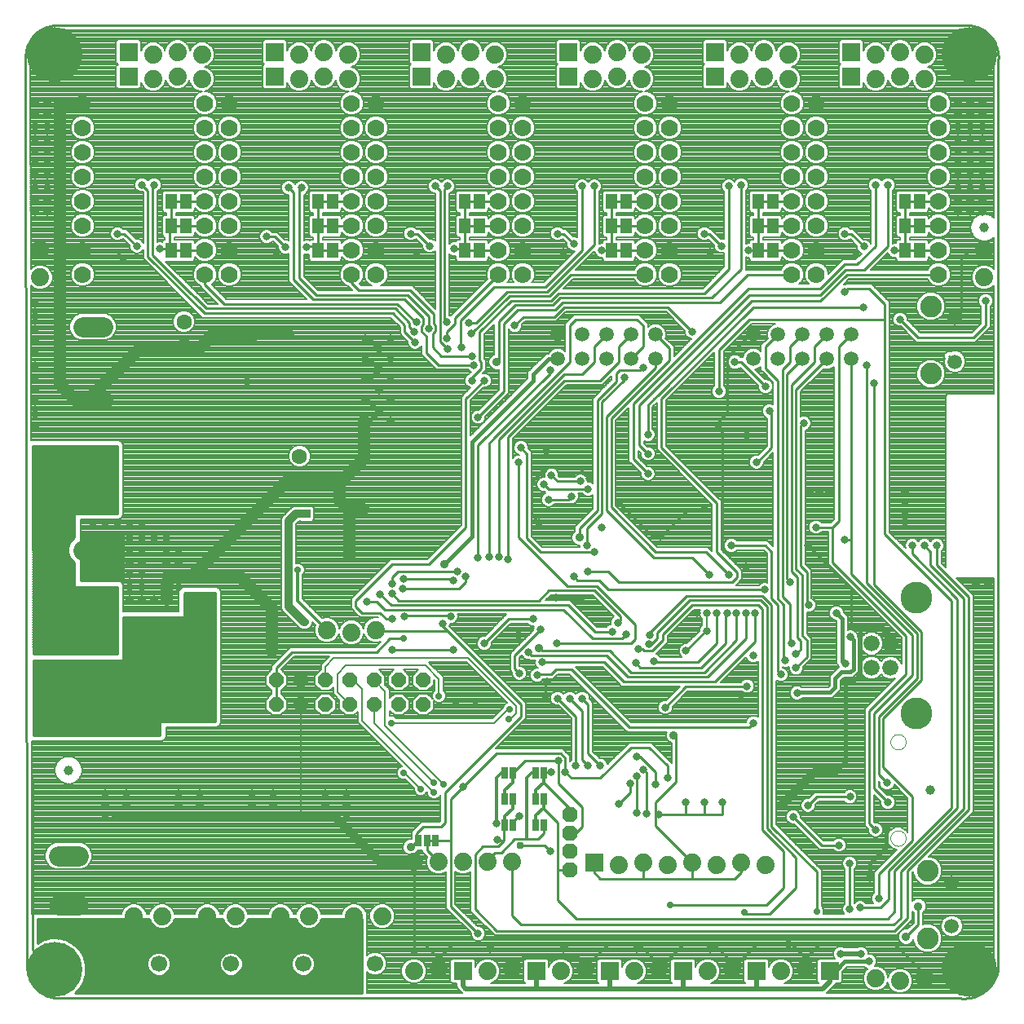
<source format=gbl>
G75*
G70*
%OFA0B0*%
%FSLAX24Y24*%
%IPPOS*%
%LPD*%
%AMOC8*
5,1,8,0,0,1.08239X$1,22.5*
%
%ADD10C,0.0100*%
%ADD11C,0.0660*%
%ADD12C,0.1300*%
%ADD13R,0.0250X0.0500*%
%ADD14C,0.0594*%
%ADD15OC8,0.0630*%
%ADD16C,0.0630*%
%ADD17C,0.0886*%
%ADD18C,0.0740*%
%ADD19C,0.0000*%
%ADD20R,0.0740X0.0740*%
%ADD21C,0.0700*%
%ADD22R,0.0460X0.0630*%
%ADD23C,0.0825*%
%ADD24C,0.0669*%
%ADD25OC8,0.0600*%
%ADD26C,0.0394*%
%ADD27C,0.0317*%
%ADD28C,0.0240*%
%ADD29C,0.2250*%
%ADD30C,0.0400*%
%ADD31C,0.0160*%
%ADD32C,0.0500*%
%ADD33C,0.0080*%
%ADD34C,0.0277*%
%ADD35C,0.0320*%
%ADD36C,0.0356*%
%ADD37C,0.0120*%
%ADD38R,0.0356X0.0356*%
%ADD39C,0.0200*%
%ADD40C,0.0310*%
D10*
X002393Y001821D02*
X002330Y038999D01*
X002331Y038998D02*
X002328Y039067D01*
X002329Y039135D01*
X002334Y039203D01*
X002343Y039271D01*
X002355Y039339D01*
X002371Y039405D01*
X002390Y039471D01*
X002413Y039535D01*
X002440Y039599D01*
X002470Y039660D01*
X002503Y039720D01*
X002539Y039778D01*
X002578Y039834D01*
X002621Y039888D01*
X002666Y039939D01*
X002714Y039988D01*
X002764Y040034D01*
X002817Y040078D01*
X002873Y040118D01*
X002930Y040156D01*
X002989Y040190D01*
X003050Y040221D01*
X003113Y040249D01*
X003177Y040273D01*
X003242Y040294D01*
X003308Y040311D01*
X003375Y040324D01*
X003443Y040334D01*
X003511Y040340D01*
X003511Y040341D02*
X040913Y040341D01*
X040983Y040333D01*
X041052Y040321D01*
X041121Y040306D01*
X041188Y040287D01*
X041255Y040264D01*
X041320Y040238D01*
X041384Y040208D01*
X041446Y040175D01*
X041506Y040138D01*
X041564Y040098D01*
X041619Y040056D01*
X041673Y040010D01*
X041724Y039961D01*
X041772Y039910D01*
X041817Y039856D01*
X041859Y039800D01*
X041898Y039741D01*
X041934Y039681D01*
X041967Y039619D01*
X041996Y039555D01*
X042022Y039489D01*
X042044Y039423D01*
X042062Y039355D01*
X042077Y039286D01*
X042088Y039217D01*
X042095Y039147D01*
X042099Y039077D01*
X042098Y039006D01*
X042094Y038936D01*
X042094Y001759D01*
X040913Y001759D02*
X040532Y001378D01*
X039080Y001378D01*
X039080Y001578D01*
X037830Y002828D01*
X034830Y002828D01*
X034204Y002202D01*
X033632Y002774D01*
X033526Y002774D01*
X033486Y002814D01*
X033486Y002828D01*
X032248Y002828D01*
X031204Y001784D01*
X031204Y002034D01*
X030495Y002743D01*
X030330Y002578D01*
X030495Y002743D02*
X030410Y002828D01*
X029248Y002828D01*
X028204Y001784D01*
X028204Y001972D01*
X027464Y002712D01*
X027330Y002578D01*
X027464Y002712D02*
X027349Y002828D01*
X026180Y002828D01*
X025329Y001977D01*
X025329Y001828D01*
X024893Y002265D01*
X022685Y002265D01*
X022204Y001784D01*
X021410Y002658D02*
X021330Y002578D01*
X021410Y002658D02*
X021410Y002828D01*
X024480Y002828D01*
X024480Y002728D01*
X024330Y002578D01*
X024480Y002828D02*
X026180Y002828D01*
X024840Y003818D02*
X024080Y004578D01*
X024080Y005828D01*
X024580Y005828D01*
X024080Y005828D02*
X024080Y007734D01*
X023503Y008311D01*
X023503Y008359D01*
X023508Y007650D02*
X023508Y007318D01*
X023268Y007078D01*
X022830Y007078D01*
X022330Y007078D01*
X021780Y006528D01*
X021530Y006528D01*
X021208Y006205D01*
X021208Y006150D01*
X020705Y006453D02*
X021018Y006765D01*
X021643Y006765D01*
X021893Y007015D01*
X021643Y007015D01*
X021611Y007046D01*
X021893Y007015D02*
X021893Y007619D01*
X022549Y006796D02*
X023549Y006796D01*
X023768Y006578D01*
X024580Y007328D02*
X024830Y007328D01*
X025080Y007578D01*
X025080Y008378D01*
X024111Y009346D01*
X024111Y010265D01*
X022737Y010265D01*
X022248Y009776D01*
X021580Y010578D02*
X024205Y010578D01*
X024393Y010390D01*
X024393Y009828D01*
X024643Y009578D01*
X025830Y009578D01*
X027080Y010828D01*
X027830Y010828D01*
X028580Y010078D01*
X028580Y009578D01*
X028924Y009421D02*
X028924Y011234D01*
X028830Y011328D01*
X028481Y012461D02*
X029316Y013296D01*
X031799Y013296D01*
X031830Y013328D01*
X030518Y013515D02*
X032143Y015140D01*
X032143Y016328D01*
X032280Y016640D02*
X032455Y016465D01*
X032455Y007437D01*
X033330Y006562D01*
X033330Y005078D01*
X032630Y004378D01*
X028680Y004378D01*
X029580Y005453D02*
X027580Y005453D01*
X027580Y006128D01*
X027580Y005453D02*
X025830Y005453D01*
X025580Y005703D01*
X025580Y006128D01*
X024580Y008078D02*
X024580Y008328D01*
X023521Y009387D01*
X023508Y009387D01*
X023508Y009776D02*
X023560Y009828D01*
X023830Y009828D01*
X024830Y010078D02*
X024830Y012078D01*
X024080Y012828D01*
X023580Y012828D02*
X023580Y013453D01*
X023643Y013515D01*
X023799Y013796D02*
X023268Y013796D01*
X023236Y013765D01*
X023799Y013796D02*
X024018Y014015D01*
X024643Y014015D01*
X027018Y011640D01*
X031908Y011640D01*
X032096Y011828D01*
X033205Y013796D02*
X033080Y013921D01*
X033080Y016650D01*
X032830Y016900D01*
X032830Y018828D01*
X032580Y019078D01*
X031174Y019078D01*
X030830Y018890D02*
X030830Y023703D01*
X030643Y023890D01*
X030643Y024140D01*
X031030Y024528D01*
X031030Y026778D01*
X031955Y027703D01*
X032080Y027703D01*
X032580Y027203D02*
X033080Y027703D01*
X032580Y027203D02*
X032580Y026328D01*
X033080Y025828D01*
X033080Y016910D01*
X033330Y016660D01*
X033330Y014390D01*
X033393Y014390D01*
X033830Y014640D02*
X034018Y014828D01*
X034018Y015183D01*
X033893Y015308D01*
X033893Y017765D01*
X033643Y018015D01*
X033643Y025640D01*
X034580Y026578D01*
X034580Y027203D01*
X035080Y027703D01*
X035580Y027203D02*
X036080Y027703D01*
X035580Y027203D02*
X035580Y020078D01*
X035330Y019828D01*
X034643Y019828D01*
X035330Y019828D02*
X035330Y018390D01*
X038330Y015390D01*
X038330Y013828D01*
X036830Y012328D01*
X036830Y007703D01*
X037080Y007453D01*
X037580Y008578D02*
X037268Y008890D01*
X037018Y009140D02*
X037580Y008578D01*
X037545Y009362D02*
X037205Y009703D01*
X037205Y012088D01*
X038768Y013650D01*
X038768Y015473D01*
X036705Y017535D01*
X036705Y026453D01*
X036080Y026703D02*
X036080Y019328D01*
X035830Y019328D01*
X036080Y019328D02*
X036080Y017900D01*
X038580Y015400D01*
X038580Y013765D01*
X037018Y012203D01*
X037018Y009140D01*
X037455Y009453D02*
X037545Y009362D01*
X037393Y010015D02*
X038580Y008828D01*
X038580Y007015D01*
X037205Y005640D01*
X037205Y004640D01*
X037268Y004265D02*
X036455Y004265D01*
X036018Y004203D02*
X036018Y006078D01*
X035580Y006828D02*
X034871Y006828D01*
X033708Y007990D01*
X034326Y008451D02*
X034676Y008801D01*
X036031Y008801D01*
X037393Y010015D02*
X037393Y012015D01*
X038955Y013578D01*
X038955Y015546D01*
X037018Y017484D01*
X037018Y025703D01*
X035080Y026703D02*
X033830Y025453D01*
X033830Y018128D01*
X034080Y017878D01*
X034080Y015390D01*
X034268Y015203D01*
X034268Y014515D01*
X033830Y014078D01*
X033643Y015078D02*
X033580Y015140D01*
X033580Y016670D01*
X033268Y016983D01*
X033268Y026265D01*
X033580Y026578D01*
X033580Y027203D01*
X034080Y027703D01*
X034080Y026703D02*
X033455Y026078D01*
X033455Y017713D01*
X033580Y017588D01*
X034018Y018240D02*
X034018Y023965D01*
X034130Y024078D01*
X034143Y024078D01*
X032830Y024484D02*
X032830Y023078D01*
X032236Y022484D01*
X032205Y022484D01*
X030580Y020828D02*
X030580Y018828D01*
X031430Y017978D01*
X031430Y017778D01*
X031230Y017578D01*
X026580Y017578D01*
X026143Y018015D01*
X025330Y018015D01*
X024893Y017640D02*
X024736Y017796D01*
X024893Y017640D02*
X025768Y017640D01*
X026143Y017265D01*
X032549Y017265D01*
X032446Y017024D02*
X032830Y016640D01*
X032830Y007588D01*
X034680Y005738D01*
X034680Y004128D01*
X033830Y005078D02*
X033830Y006328D01*
X032643Y007515D01*
X032643Y016572D01*
X032383Y016832D01*
X029472Y016832D01*
X028143Y015503D01*
X028143Y015265D01*
X027924Y015046D01*
X027830Y015046D01*
X027955Y014765D02*
X028393Y015203D01*
X028393Y015453D01*
X029580Y016640D01*
X032280Y016640D01*
X032446Y017024D02*
X029364Y017024D01*
X027861Y015521D01*
X027861Y015421D01*
X027533Y014859D02*
X027393Y014859D01*
X027533Y014859D02*
X027627Y014765D01*
X027955Y014765D01*
X028018Y014359D02*
X028049Y014328D01*
X029830Y014328D01*
X030580Y015078D01*
X030580Y016328D01*
X030955Y016281D02*
X031002Y016328D01*
X030955Y016281D02*
X030955Y015078D01*
X029955Y014078D01*
X027455Y014078D01*
X027268Y014265D01*
X027080Y013890D02*
X030080Y013890D01*
X031393Y015203D01*
X031393Y016328D01*
X031768Y016328D02*
X031768Y015265D01*
X030205Y013703D01*
X026955Y013703D01*
X026080Y014578D01*
X023018Y014578D01*
X022893Y014703D01*
X023330Y014890D02*
X023455Y014765D01*
X026205Y014765D01*
X027080Y013890D01*
X026768Y013515D02*
X030518Y013515D01*
X029330Y014765D02*
X030143Y015578D01*
X030174Y015578D01*
X030268Y017890D02*
X029580Y018578D01*
X028030Y018578D01*
X026080Y020528D01*
X026080Y024338D01*
X027758Y026015D01*
X027950Y026208D01*
X028080Y026338D01*
X028080Y026703D01*
X028643Y026640D02*
X028643Y027140D01*
X028080Y027703D01*
X027580Y028078D02*
X027580Y027203D01*
X027080Y026703D01*
X027455Y026234D02*
X027580Y026359D01*
X027455Y026234D02*
X026611Y026234D01*
X026486Y026109D01*
X026486Y025784D01*
X025705Y025003D01*
X025705Y020503D01*
X024971Y019768D01*
X024971Y019406D01*
X025268Y019093D02*
X025268Y019765D01*
X025893Y020390D01*
X025893Y024930D01*
X026799Y025836D01*
X026799Y025953D01*
X026580Y026578D02*
X026580Y027203D01*
X027080Y027703D01*
X027580Y028078D02*
X027330Y028328D01*
X024830Y028328D01*
X024580Y028078D01*
X024580Y026568D01*
X021585Y023573D01*
X021486Y023474D01*
X021268Y023255D01*
X021268Y018609D01*
X021674Y018609D02*
X021674Y023401D01*
X024350Y026078D01*
X025080Y026078D01*
X025580Y026578D01*
X025580Y027203D01*
X026080Y027703D01*
X026580Y026578D02*
X025830Y025828D01*
X024360Y025828D01*
X022049Y023516D01*
X022049Y018515D01*
X022486Y019421D02*
X024486Y017421D01*
X025674Y017421D01*
X027236Y015859D01*
X027236Y015234D01*
X027080Y015078D01*
X024049Y015078D01*
X023393Y015640D02*
X022330Y014578D01*
X022330Y014046D01*
X022518Y013859D01*
X023455Y014296D02*
X025986Y014296D01*
X026768Y013515D01*
X025330Y012578D02*
X025080Y012828D01*
X025330Y012578D02*
X025330Y010578D01*
X025830Y010078D01*
X025330Y010078D02*
X025080Y010328D01*
X025080Y012328D01*
X024580Y012828D01*
X022580Y012578D02*
X022580Y012078D01*
X019486Y008984D01*
X019486Y007734D01*
X019330Y007578D01*
X018580Y007578D01*
X018316Y007314D01*
X018316Y006997D01*
X018066Y006747D01*
X018316Y006997D02*
X018393Y006997D01*
X018743Y006997D02*
X018743Y006615D01*
X019208Y006150D01*
X019160Y006997D02*
X019093Y006997D01*
X019110Y007014D01*
X019143Y007014D01*
X019080Y007078D01*
X019093Y006997D02*
X018743Y006997D01*
X019143Y007014D02*
X019705Y007014D01*
X019705Y004328D01*
X020830Y003203D01*
X021410Y002828D02*
X019830Y002828D01*
X019204Y002202D01*
X018578Y002828D01*
X018242Y002828D01*
X018208Y002862D01*
X018208Y002550D01*
X018230Y002528D01*
X018208Y002862D02*
X018208Y006150D01*
X019705Y007014D02*
X019705Y008703D01*
X020230Y009228D01*
X021580Y010578D01*
X022580Y012578D02*
X019580Y015578D01*
X019393Y015765D01*
X019393Y015890D01*
X019580Y015578D02*
X016693Y015578D01*
X016643Y015628D01*
X017080Y016078D02*
X017330Y016078D01*
X017080Y016078D02*
X016830Y016328D01*
X016080Y016328D01*
X015830Y016578D01*
X015830Y016828D01*
X017330Y018328D01*
X018830Y018328D01*
X020330Y019828D01*
X020330Y025078D01*
X021080Y025828D01*
X020580Y025828D02*
X020580Y025953D01*
X020955Y026328D01*
X020955Y026578D01*
X020893Y026640D01*
X020893Y027802D01*
X022185Y029094D01*
X023824Y029094D01*
X024120Y029390D01*
X030080Y029390D01*
X031080Y030390D01*
X031080Y033765D01*
X031580Y033828D02*
X031580Y030390D01*
X030393Y029203D01*
X024193Y029203D01*
X023897Y028907D01*
X022331Y028907D01*
X021674Y028249D01*
X021674Y026671D01*
X021580Y026578D01*
X020643Y026453D02*
X019205Y026453D01*
X018705Y026953D01*
X018705Y027640D01*
X018518Y027828D01*
X018518Y028046D01*
X018580Y028109D01*
X018580Y028390D01*
X017830Y029140D01*
X014080Y029140D01*
X013268Y029953D01*
X013268Y033515D01*
X013080Y033703D01*
X013518Y033609D02*
X013611Y033703D01*
X013518Y033609D02*
X013518Y030015D01*
X014205Y029328D01*
X017943Y029328D01*
X018830Y028440D01*
X018830Y027984D01*
X018799Y027953D01*
X019018Y028140D02*
X019086Y028072D01*
X019086Y027833D01*
X018986Y027734D01*
X018986Y027171D01*
X019330Y026828D01*
X020580Y026828D01*
X020143Y027171D02*
X020111Y027203D01*
X020111Y028286D01*
X021465Y029640D01*
X023580Y029640D01*
X025080Y031140D01*
X025080Y033765D01*
X025580Y033765D02*
X025580Y031374D01*
X023664Y029458D01*
X022023Y029458D01*
X020736Y028171D01*
X020455Y028171D01*
X020549Y027734D02*
X020564Y027734D01*
X022107Y029276D01*
X023746Y029276D01*
X024629Y030159D01*
X027658Y030159D01*
X027639Y031140D02*
X026880Y031140D01*
X026955Y031140D02*
X026205Y031140D01*
X026280Y031140D02*
X025893Y031140D01*
X026280Y031140D02*
X026280Y032140D01*
X026280Y033140D01*
X026205Y033140D02*
X026955Y033140D01*
X026880Y033140D02*
X027639Y033140D01*
X027658Y033159D01*
X027658Y032159D02*
X027639Y032140D01*
X026880Y032140D01*
X026955Y032140D02*
X026205Y032140D01*
X027639Y031140D02*
X027658Y031159D01*
X028658Y031159D02*
X030249Y031159D01*
X030330Y031078D01*
X030768Y031328D02*
X030268Y031828D01*
X030080Y031828D01*
X031893Y031140D02*
X032280Y031140D01*
X032280Y032140D01*
X032280Y033140D01*
X032205Y033140D02*
X032955Y033140D01*
X032880Y033140D02*
X033639Y033140D01*
X033658Y033159D01*
X033658Y032159D02*
X033639Y032140D01*
X032880Y032140D01*
X032955Y032140D02*
X032205Y032140D01*
X032205Y031140D02*
X032955Y031140D01*
X032880Y031140D02*
X033639Y031140D01*
X033658Y031159D01*
X033658Y030159D02*
X031849Y030159D01*
X030705Y029015D01*
X024265Y029015D01*
X023968Y028718D01*
X022455Y028718D01*
X021877Y028140D01*
X021877Y025374D01*
X020830Y024328D01*
X020830Y023178D02*
X023768Y026115D01*
X023768Y026234D01*
X022330Y028078D02*
X022680Y028428D01*
X023940Y028428D01*
X024340Y028828D01*
X028580Y028828D01*
X029580Y027828D01*
X030680Y027078D02*
X031930Y028328D01*
X037455Y028328D01*
X037455Y028953D01*
X036830Y029578D01*
X035955Y029578D01*
X035830Y029453D01*
X035911Y030159D02*
X034830Y029078D01*
X032030Y029078D01*
X028180Y025228D01*
X028030Y025078D01*
X027768Y024815D01*
X027768Y023609D01*
X027430Y023165D02*
X027768Y022828D01*
X027430Y023165D02*
X027430Y024828D01*
X031930Y029328D01*
X034820Y029328D01*
X035840Y030348D01*
X036600Y030348D01*
X037580Y031328D01*
X037580Y033828D01*
X037080Y033828D02*
X037080Y031328D01*
X036330Y030578D01*
X035810Y030578D01*
X034810Y029578D01*
X031880Y029578D01*
X027180Y024878D01*
X027180Y022603D01*
X027768Y022015D01*
X028330Y023078D02*
X030580Y020828D01*
X030080Y020578D02*
X029432Y020578D01*
X028284Y019429D01*
X027978Y019429D01*
X026580Y020828D01*
X026268Y020640D02*
X028080Y018828D01*
X030143Y018828D01*
X031080Y017890D01*
X031518Y018203D02*
X030830Y018890D01*
X031518Y018203D02*
X031768Y018203D01*
X034018Y018240D02*
X034268Y017990D01*
X034268Y016734D01*
X034361Y016640D01*
X036079Y017328D02*
X036079Y015770D01*
X036079Y017328D02*
X034330Y019078D01*
X037455Y019546D02*
X037455Y028328D01*
X038080Y028328D02*
X038830Y027578D01*
X041080Y027578D01*
X041580Y028078D01*
X041580Y029078D01*
X040580Y028622D02*
X040322Y028364D01*
X040580Y028622D02*
X040580Y030828D01*
X040931Y031179D01*
X041518Y031179D01*
X039658Y031159D02*
X039639Y031140D01*
X038880Y031140D01*
X038955Y031140D02*
X038205Y031140D01*
X038280Y031140D02*
X037861Y031140D01*
X038280Y031140D02*
X038280Y032140D01*
X038280Y033140D01*
X038205Y033140D02*
X038955Y033140D01*
X038880Y033140D02*
X039639Y033140D01*
X039658Y033159D01*
X039658Y032159D02*
X039639Y032140D01*
X038880Y032140D01*
X038955Y032140D02*
X038205Y032140D01*
X036611Y031296D02*
X036080Y031828D01*
X035830Y031828D01*
X036155Y031159D02*
X034658Y031159D01*
X035911Y030159D02*
X039658Y030159D01*
X036580Y028828D02*
X032080Y028828D01*
X028330Y025078D01*
X028330Y023078D01*
X026268Y024265D02*
X027768Y025765D01*
X027830Y025828D01*
X028643Y026640D01*
X030680Y027078D02*
X030680Y025378D01*
X031330Y026578D02*
X031580Y026578D01*
X032580Y025578D01*
X032736Y024578D02*
X032830Y024484D01*
X037455Y019546D02*
X040174Y016828D01*
X040174Y008349D01*
X037611Y005786D01*
X037611Y004609D01*
X037268Y004265D01*
X037570Y003818D02*
X024840Y003818D01*
X022580Y003578D02*
X037830Y003578D01*
X038111Y003859D01*
X038111Y005756D01*
X040680Y008325D01*
X040680Y016915D01*
X039330Y018265D01*
X039330Y018828D01*
X039080Y019078D01*
X039580Y019078D02*
X039580Y018278D01*
X040880Y016978D01*
X040880Y008265D01*
X038393Y005778D01*
X038393Y003859D01*
X037861Y003328D01*
X021580Y003328D01*
X020705Y004203D01*
X020705Y006453D01*
X022208Y006150D02*
X022208Y003950D01*
X022580Y003578D01*
X019204Y002202D02*
X019204Y001784D01*
X016080Y001760D02*
X014104Y001760D01*
X014080Y001701D02*
X014154Y001879D01*
X014154Y002072D01*
X014080Y002250D01*
X013944Y002386D01*
X013765Y002460D01*
X013573Y002460D01*
X013394Y002386D01*
X013258Y002250D01*
X013184Y002072D01*
X013184Y001879D01*
X013258Y001701D01*
X013394Y001565D01*
X013573Y001491D01*
X013765Y001491D01*
X013944Y001565D01*
X014080Y001701D01*
X014040Y001661D02*
X016080Y001661D01*
X016080Y001563D02*
X013938Y001563D01*
X014145Y001858D02*
X016080Y001858D01*
X016080Y001957D02*
X014154Y001957D01*
X014154Y002055D02*
X016080Y002055D01*
X016080Y002154D02*
X014120Y002154D01*
X014078Y002252D02*
X016080Y002252D01*
X016080Y002351D02*
X013979Y002351D01*
X013793Y002449D02*
X016080Y002449D01*
X016080Y002548D02*
X004525Y002548D01*
X004531Y002541D02*
X004294Y002779D01*
X004003Y002947D01*
X003679Y003034D01*
X003343Y003034D01*
X003019Y002947D01*
X002811Y002827D01*
X002811Y003828D01*
X007380Y003828D01*
X007380Y003824D01*
X007459Y003633D01*
X007605Y003487D01*
X007797Y003408D01*
X008003Y003408D01*
X008195Y003487D01*
X008341Y003633D01*
X008420Y003824D01*
X008420Y003828D01*
X010380Y003828D01*
X010380Y003824D01*
X010459Y003633D01*
X010605Y003487D01*
X010797Y003408D01*
X011003Y003408D01*
X011195Y003487D01*
X011341Y003633D01*
X011420Y003824D01*
X011420Y003828D01*
X013380Y003828D01*
X013380Y003824D01*
X013459Y003633D01*
X013605Y003487D01*
X013797Y003408D01*
X014003Y003408D01*
X014195Y003487D01*
X014341Y003633D01*
X014420Y003824D01*
X014420Y003828D01*
X016080Y003828D01*
X016080Y000777D01*
X004333Y000777D01*
X004531Y000976D01*
X004699Y001266D01*
X004786Y001591D01*
X004786Y001926D01*
X004699Y002251D01*
X004531Y002541D01*
X004585Y002449D02*
X007645Y002449D01*
X007673Y002460D02*
X007494Y002386D01*
X007358Y002250D01*
X007284Y002072D01*
X007284Y001879D01*
X007358Y001701D01*
X007494Y001565D01*
X007673Y001491D01*
X007865Y001491D01*
X008044Y001565D01*
X008180Y001701D01*
X008254Y001879D01*
X008254Y002072D01*
X008180Y002250D01*
X008044Y002386D01*
X007865Y002460D01*
X007673Y002460D01*
X007893Y002449D02*
X010595Y002449D01*
X010623Y002460D02*
X010444Y002386D01*
X010308Y002250D01*
X010234Y002072D01*
X010234Y001879D01*
X010308Y001701D01*
X010444Y001565D01*
X010623Y001491D01*
X010815Y001491D01*
X010994Y001565D01*
X011130Y001701D01*
X011204Y001879D01*
X011204Y002072D01*
X011130Y002250D01*
X010994Y002386D01*
X010815Y002460D01*
X010623Y002460D01*
X010843Y002449D02*
X013545Y002449D01*
X013358Y002351D02*
X011029Y002351D01*
X011128Y002252D02*
X013260Y002252D01*
X013218Y002154D02*
X011170Y002154D01*
X011204Y002055D02*
X013184Y002055D01*
X013184Y001957D02*
X011204Y001957D01*
X011195Y001858D02*
X013193Y001858D01*
X013234Y001760D02*
X011154Y001760D01*
X011090Y001661D02*
X013298Y001661D01*
X013400Y001563D02*
X010988Y001563D01*
X010450Y001563D02*
X008038Y001563D01*
X008140Y001661D02*
X010348Y001661D01*
X010284Y001760D02*
X008204Y001760D01*
X008245Y001858D02*
X010243Y001858D01*
X010234Y001957D02*
X008254Y001957D01*
X008254Y002055D02*
X010234Y002055D01*
X010268Y002154D02*
X008220Y002154D01*
X008178Y002252D02*
X010310Y002252D01*
X010408Y002351D02*
X008079Y002351D01*
X007458Y002351D02*
X004642Y002351D01*
X004698Y002252D02*
X007360Y002252D01*
X007318Y002154D02*
X004725Y002154D01*
X004752Y002055D02*
X007284Y002055D01*
X007284Y001957D02*
X004778Y001957D01*
X004786Y001858D02*
X007293Y001858D01*
X007334Y001760D02*
X004786Y001760D01*
X004786Y001661D02*
X007398Y001661D01*
X007500Y001563D02*
X004779Y001563D01*
X004752Y001464D02*
X016080Y001464D01*
X016080Y001366D02*
X004726Y001366D01*
X004699Y001267D02*
X016080Y001267D01*
X016080Y001169D02*
X004643Y001169D01*
X004586Y001070D02*
X016080Y001070D01*
X016080Y000972D02*
X004527Y000972D01*
X004429Y000873D02*
X016080Y000873D01*
X016080Y002646D02*
X004427Y002646D01*
X004328Y002745D02*
X016080Y002745D01*
X016080Y002843D02*
X004183Y002843D01*
X004012Y002942D02*
X016080Y002942D01*
X016080Y003040D02*
X002811Y003040D01*
X002811Y002942D02*
X003010Y002942D01*
X002839Y002843D02*
X002811Y002843D01*
X002811Y003139D02*
X016080Y003139D01*
X016080Y003237D02*
X002811Y003237D01*
X002811Y003336D02*
X016080Y003336D01*
X016080Y003434D02*
X014067Y003434D01*
X014240Y003533D02*
X016080Y003533D01*
X016080Y003631D02*
X014339Y003631D01*
X014381Y003730D02*
X016080Y003730D01*
X013733Y003434D02*
X011067Y003434D01*
X011240Y003533D02*
X013560Y003533D01*
X013461Y003631D02*
X011339Y003631D01*
X011381Y003730D02*
X013419Y003730D01*
X010733Y003434D02*
X008067Y003434D01*
X008240Y003533D02*
X010560Y003533D01*
X010461Y003631D02*
X008339Y003631D01*
X008381Y003730D02*
X010419Y003730D01*
X007733Y003434D02*
X002811Y003434D01*
X002811Y003533D02*
X007560Y003533D01*
X007461Y003631D02*
X002811Y003631D01*
X002811Y003730D02*
X007419Y003730D01*
X003698Y000577D02*
X003629Y000578D01*
X003560Y000581D01*
X003492Y000589D01*
X003424Y000600D01*
X003356Y000615D01*
X003290Y000634D01*
X003224Y000656D01*
X003160Y000682D01*
X003098Y000711D01*
X003037Y000744D01*
X002978Y000779D01*
X002921Y000818D01*
X002866Y000860D01*
X002813Y000905D01*
X002763Y000953D01*
X002716Y001003D01*
X002671Y001056D01*
X002630Y001111D01*
X002591Y001168D01*
X002555Y001227D01*
X002523Y001288D01*
X002494Y001351D01*
X002469Y001415D01*
X002447Y001481D01*
X002429Y001547D01*
X002414Y001615D01*
X002403Y001683D01*
X002396Y001752D01*
X002392Y001821D01*
X002611Y002546D02*
X002611Y009546D01*
X002637Y011328D02*
X002631Y014390D01*
X006330Y014390D01*
X006330Y016140D01*
X008830Y016140D01*
X008830Y017119D01*
X008851Y017140D01*
X010080Y017140D01*
X010080Y011890D01*
X007830Y011890D01*
X007830Y011328D01*
X002637Y011328D01*
X002636Y011413D02*
X007830Y011413D01*
X007830Y011511D02*
X002636Y011511D01*
X002636Y011610D02*
X007830Y011610D01*
X007830Y011708D02*
X002636Y011708D01*
X002636Y011807D02*
X007830Y011807D01*
X010080Y011905D02*
X002636Y011905D01*
X002635Y012004D02*
X010080Y012004D01*
X010080Y012102D02*
X002635Y012102D01*
X002635Y012201D02*
X010080Y012201D01*
X010080Y012299D02*
X002635Y012299D01*
X002635Y012398D02*
X010080Y012398D01*
X010080Y012496D02*
X002635Y012496D01*
X002634Y012595D02*
X010080Y012595D01*
X010080Y012693D02*
X002634Y012693D01*
X002634Y012792D02*
X010080Y012792D01*
X010080Y012890D02*
X002634Y012890D01*
X002634Y012989D02*
X010080Y012989D01*
X010080Y013087D02*
X002634Y013087D01*
X002633Y013186D02*
X010080Y013186D01*
X010080Y013284D02*
X002633Y013284D01*
X002633Y013383D02*
X010080Y013383D01*
X010080Y013481D02*
X002633Y013481D01*
X002633Y013580D02*
X010080Y013580D01*
X010080Y013678D02*
X002633Y013678D01*
X002632Y013777D02*
X010080Y013777D01*
X010080Y013875D02*
X002632Y013875D01*
X002632Y013974D02*
X010080Y013974D01*
X010080Y014072D02*
X002632Y014072D01*
X002632Y014171D02*
X010080Y014171D01*
X010080Y014269D02*
X002632Y014269D01*
X002631Y014368D02*
X010080Y014368D01*
X010080Y014466D02*
X006330Y014466D01*
X006330Y014565D02*
X010080Y014565D01*
X010080Y014663D02*
X006330Y014663D01*
X006330Y014762D02*
X010080Y014762D01*
X010080Y014860D02*
X006330Y014860D01*
X006330Y014959D02*
X010080Y014959D01*
X010080Y015057D02*
X006330Y015057D01*
X006330Y015156D02*
X010080Y015156D01*
X010080Y015254D02*
X006330Y015254D01*
X006330Y015353D02*
X010080Y015353D01*
X010080Y015451D02*
X006330Y015451D01*
X006330Y015550D02*
X010080Y015550D01*
X010080Y015648D02*
X006330Y015648D01*
X006330Y015747D02*
X010080Y015747D01*
X010080Y015845D02*
X006330Y015845D01*
X006330Y015944D02*
X010080Y015944D01*
X010080Y016042D02*
X006330Y016042D01*
X006070Y016042D02*
X002629Y016042D01*
X002629Y015944D02*
X006070Y015944D01*
X006070Y015845D02*
X002629Y015845D01*
X002629Y015747D02*
X006070Y015747D01*
X006070Y015648D02*
X002629Y015648D01*
X002629Y015550D02*
X006070Y015550D01*
X006070Y015451D02*
X002630Y015451D01*
X002630Y015353D02*
X006070Y015353D01*
X006070Y015254D02*
X002630Y015254D01*
X002630Y015156D02*
X006070Y015156D01*
X006070Y015057D02*
X002630Y015057D01*
X002630Y014959D02*
X006070Y014959D01*
X006070Y014860D02*
X002631Y014860D01*
X002631Y014762D02*
X006070Y014762D01*
X006070Y014663D02*
X002631Y014663D01*
X002631Y014650D02*
X002617Y023140D01*
X006080Y023140D01*
X006080Y020390D01*
X004330Y020390D01*
X004330Y019424D01*
X004315Y019418D01*
X004140Y019243D01*
X004045Y019014D01*
X004045Y018766D01*
X004140Y018537D01*
X004315Y018362D01*
X004330Y018356D01*
X004330Y017390D01*
X006080Y017390D01*
X006080Y016216D01*
X006070Y016192D01*
X006070Y014650D01*
X002631Y014650D01*
X002628Y016141D02*
X006070Y016141D01*
X006080Y016239D02*
X002628Y016239D01*
X002628Y016338D02*
X006080Y016338D01*
X006080Y016436D02*
X002628Y016436D01*
X002628Y016535D02*
X006080Y016535D01*
X006080Y016633D02*
X002628Y016633D01*
X002627Y016732D02*
X006080Y016732D01*
X006080Y016830D02*
X002627Y016830D01*
X002627Y016929D02*
X006080Y016929D01*
X006080Y017027D02*
X002627Y017027D01*
X002627Y017126D02*
X006080Y017126D01*
X006080Y017224D02*
X002627Y017224D01*
X002626Y017323D02*
X006080Y017323D01*
X006156Y017640D02*
X006132Y017650D01*
X004590Y017650D01*
X004590Y019640D01*
X006330Y019640D01*
X006330Y017640D01*
X006156Y017640D01*
X006330Y017717D02*
X004590Y017717D01*
X004590Y017815D02*
X006330Y017815D01*
X006330Y017914D02*
X004590Y017914D01*
X004590Y018012D02*
X006330Y018012D01*
X006330Y018111D02*
X004590Y018111D01*
X004590Y018209D02*
X006330Y018209D01*
X006330Y018308D02*
X004590Y018308D01*
X004590Y018406D02*
X006330Y018406D01*
X006330Y018505D02*
X004590Y018505D01*
X004590Y018603D02*
X006330Y018603D01*
X006330Y018702D02*
X004590Y018702D01*
X004590Y018800D02*
X006330Y018800D01*
X006330Y018899D02*
X004590Y018899D01*
X004590Y018997D02*
X006330Y018997D01*
X006330Y019096D02*
X004590Y019096D01*
X004590Y019194D02*
X006330Y019194D01*
X006330Y019293D02*
X004590Y019293D01*
X004590Y019391D02*
X006330Y019391D01*
X006330Y019490D02*
X004590Y019490D01*
X004590Y019588D02*
X006330Y019588D01*
X006080Y020475D02*
X002621Y020475D01*
X002621Y020573D02*
X006080Y020573D01*
X006080Y020672D02*
X002621Y020672D01*
X002621Y020770D02*
X006080Y020770D01*
X006080Y020869D02*
X002620Y020869D01*
X002620Y020967D02*
X006080Y020967D01*
X006080Y021066D02*
X002620Y021066D01*
X002620Y021164D02*
X006080Y021164D01*
X006080Y021263D02*
X002620Y021263D01*
X002620Y021361D02*
X006080Y021361D01*
X006080Y021460D02*
X002619Y021460D01*
X002619Y021558D02*
X006080Y021558D01*
X006080Y021657D02*
X002619Y021657D01*
X002619Y021755D02*
X006080Y021755D01*
X006080Y021854D02*
X002619Y021854D01*
X002619Y021952D02*
X006080Y021952D01*
X006080Y022051D02*
X002618Y022051D01*
X002618Y022149D02*
X006080Y022149D01*
X006080Y022248D02*
X002618Y022248D01*
X002618Y022346D02*
X006080Y022346D01*
X006080Y022445D02*
X002618Y022445D01*
X002618Y022543D02*
X006080Y022543D01*
X006080Y022642D02*
X002617Y022642D01*
X002617Y022740D02*
X006080Y022740D01*
X006080Y022839D02*
X002617Y022839D01*
X002617Y022937D02*
X006080Y022937D01*
X006080Y023036D02*
X002617Y023036D01*
X002617Y023134D02*
X006080Y023134D01*
X004330Y020376D02*
X002621Y020376D01*
X002621Y020278D02*
X004330Y020278D01*
X004330Y020179D02*
X002622Y020179D01*
X002622Y020081D02*
X004330Y020081D01*
X004330Y019982D02*
X002622Y019982D01*
X002622Y019884D02*
X004330Y019884D01*
X004330Y019785D02*
X002622Y019785D01*
X002622Y019687D02*
X004330Y019687D01*
X004330Y019588D02*
X002623Y019588D01*
X002623Y019490D02*
X004330Y019490D01*
X004288Y019391D02*
X002623Y019391D01*
X002623Y019293D02*
X004190Y019293D01*
X004120Y019194D02*
X002623Y019194D01*
X002623Y019096D02*
X004079Y019096D01*
X004045Y018997D02*
X002624Y018997D01*
X002624Y018899D02*
X004045Y018899D01*
X004045Y018800D02*
X002624Y018800D01*
X002624Y018702D02*
X004072Y018702D01*
X004113Y018603D02*
X002624Y018603D01*
X002624Y018505D02*
X004173Y018505D01*
X004271Y018406D02*
X002625Y018406D01*
X002625Y018308D02*
X004330Y018308D01*
X004330Y018209D02*
X002625Y018209D01*
X002625Y018111D02*
X004330Y018111D01*
X004330Y018012D02*
X002625Y018012D01*
X002625Y017914D02*
X004330Y017914D01*
X004330Y017815D02*
X002626Y017815D01*
X002626Y017717D02*
X004330Y017717D01*
X004330Y017618D02*
X002626Y017618D01*
X002626Y017520D02*
X004330Y017520D01*
X004330Y017421D02*
X002626Y017421D01*
X008830Y017027D02*
X010080Y017027D01*
X010080Y016929D02*
X008830Y016929D01*
X008830Y016830D02*
X010080Y016830D01*
X010080Y016732D02*
X008830Y016732D01*
X008830Y016633D02*
X010080Y016633D01*
X010080Y016535D02*
X008830Y016535D01*
X008830Y016436D02*
X010080Y016436D01*
X010080Y016338D02*
X008830Y016338D01*
X008830Y016239D02*
X010080Y016239D01*
X010080Y016141D02*
X008830Y016141D01*
X008837Y017126D02*
X010080Y017126D01*
X012393Y014781D02*
X012400Y014773D01*
X012400Y014688D01*
X012580Y014078D02*
X013230Y014728D01*
X016680Y014728D01*
X017230Y015278D01*
X017780Y015278D01*
X017330Y014828D02*
X019830Y014828D01*
X021080Y015078D02*
X022080Y016078D01*
X023080Y016078D01*
X023314Y016828D02*
X023726Y017239D01*
X025596Y017239D01*
X026658Y016177D01*
X026658Y016031D01*
X026533Y015906D01*
X026299Y015546D02*
X025611Y015546D01*
X024518Y016640D01*
X017268Y016640D01*
X016830Y017078D01*
X016693Y016765D02*
X017005Y016453D01*
X024330Y016453D01*
X025518Y015265D01*
X026705Y015265D01*
X026893Y015453D01*
X025018Y016890D02*
X024080Y016890D01*
X024018Y016953D01*
X023314Y016828D02*
X017580Y016828D01*
X017299Y017109D01*
X017330Y017515D02*
X017330Y017790D01*
X017555Y018015D01*
X019986Y018015D01*
X019768Y017703D02*
X017768Y017703D01*
X017736Y017296D02*
X020049Y017296D01*
X020330Y017578D01*
X020330Y017796D01*
X019830Y017640D02*
X019768Y017703D01*
X020830Y018578D02*
X020830Y023178D01*
X022580Y023078D02*
X022830Y022828D01*
X022830Y019378D01*
X023380Y018828D01*
X025580Y018828D01*
X026268Y020640D02*
X026268Y024265D01*
X024955Y022265D02*
X023557Y022265D01*
X023580Y022242D01*
X023565Y022242D01*
X023503Y022179D01*
X023018Y021694D01*
X023018Y020328D01*
X023315Y020030D01*
X023315Y020023D01*
X023705Y020953D02*
X024518Y020953D01*
X024643Y021078D01*
X025018Y021703D02*
X024080Y021703D01*
X023830Y021953D01*
X023518Y021578D02*
X023705Y021390D01*
X025330Y021390D01*
X025393Y021828D02*
X024955Y022265D01*
X022486Y022484D02*
X022486Y019421D01*
X019674Y016203D02*
X017861Y016203D01*
X017830Y016171D01*
X016693Y016765D02*
X016268Y016765D01*
X019674Y016203D02*
X019705Y016171D01*
X020005Y012703D02*
X019930Y012628D01*
X020005Y012703D02*
X020705Y012703D01*
X026580Y008515D02*
X027049Y008984D01*
X027049Y009359D01*
X027330Y009640D02*
X027330Y008140D01*
X027705Y008109D02*
X027705Y009796D01*
X027580Y009921D01*
X028080Y009828D02*
X027455Y010453D01*
X027330Y010453D01*
X028080Y009828D02*
X028080Y009328D01*
X028080Y008578D02*
X028080Y008078D01*
X028205Y008078D01*
X029330Y008078D01*
X030080Y008078D01*
X030830Y008078D01*
X030830Y008578D01*
X030080Y008578D02*
X030080Y008078D01*
X029330Y008078D02*
X029330Y008578D01*
X028924Y009421D02*
X028080Y008578D01*
X028080Y008078D02*
X028080Y007628D01*
X029580Y006128D01*
X029580Y005453D01*
X031330Y005453D01*
X031580Y005703D01*
X031580Y006128D01*
X031730Y004078D02*
X031783Y004024D01*
X031783Y003999D01*
X032752Y003999D01*
X033830Y005078D01*
X034204Y002202D02*
X034204Y001784D01*
X037570Y003818D02*
X037861Y004109D01*
X037861Y005766D01*
X040430Y008335D01*
X040430Y016884D01*
X038580Y018734D01*
X038580Y019078D01*
X040322Y026593D02*
X040087Y026828D01*
X036268Y031046D02*
X036155Y031159D01*
X024736Y031421D02*
X024330Y031828D01*
X024080Y031828D01*
X024249Y031159D02*
X024330Y031078D01*
X024249Y031159D02*
X022658Y031159D01*
X021658Y031159D02*
X021639Y031140D01*
X020880Y031140D01*
X020955Y031140D02*
X020205Y031140D01*
X020218Y031203D02*
X020280Y031140D01*
X020280Y032140D01*
X020280Y033140D01*
X020205Y033140D02*
X020955Y033140D01*
X020880Y033140D02*
X021639Y033140D01*
X021658Y033159D01*
X021658Y032159D02*
X021639Y032140D01*
X020880Y032140D01*
X020955Y032140D02*
X020205Y032140D01*
X020218Y031203D02*
X019861Y031203D01*
X018861Y031328D02*
X018361Y031828D01*
X018080Y031828D01*
X018124Y031159D02*
X018330Y030953D01*
X018124Y031159D02*
X016658Y031159D01*
X015658Y031159D02*
X015639Y031140D01*
X014880Y031140D01*
X014955Y031140D02*
X014205Y031140D01*
X014280Y031140D02*
X014218Y031328D01*
X013893Y031328D01*
X013830Y031265D01*
X014280Y031140D02*
X014280Y032140D01*
X014280Y033140D01*
X014205Y033140D02*
X014955Y033140D01*
X014880Y033140D02*
X015639Y033140D01*
X015658Y033159D01*
X015658Y032159D02*
X015639Y032140D01*
X014880Y032140D01*
X014955Y032140D02*
X014205Y032140D01*
X012955Y031278D02*
X012530Y031703D01*
X012193Y031703D01*
X012580Y031078D02*
X010739Y031078D01*
X010658Y031159D01*
X009661Y031159D02*
X009643Y031140D01*
X008880Y031140D01*
X008955Y031140D02*
X008205Y031140D01*
X008218Y031203D02*
X008218Y032078D01*
X008280Y032140D01*
X008280Y033140D01*
X008205Y033140D02*
X008955Y033140D01*
X008899Y033159D02*
X009661Y033159D01*
X008899Y033159D02*
X008880Y033140D01*
X008899Y032159D02*
X009661Y032159D01*
X008955Y032140D02*
X008205Y032140D01*
X008880Y032140D02*
X008899Y032159D01*
X008218Y031203D02*
X008280Y031140D01*
X008218Y031203D02*
X007830Y031203D01*
X007530Y030950D02*
X009090Y029390D01*
X009241Y029239D01*
X009715Y028765D01*
X017435Y028765D01*
X018018Y028183D01*
X018018Y028015D01*
X018205Y027828D01*
X017830Y027818D02*
X018258Y027390D01*
X017830Y027818D02*
X017830Y028090D01*
X017343Y028578D01*
X009643Y028578D01*
X007330Y030890D01*
X007330Y033578D01*
X007080Y033828D01*
X007530Y033778D02*
X007580Y033828D01*
X007530Y033778D02*
X007530Y030950D01*
X006870Y031318D02*
X006360Y031828D01*
X006093Y031828D01*
X006018Y031140D02*
X006330Y030828D01*
X006018Y031140D02*
X004680Y031140D01*
X003724Y031078D02*
X003622Y031179D01*
X002924Y031179D01*
X009661Y030159D02*
X009661Y029746D01*
X010455Y028953D01*
X017518Y028953D01*
X018268Y028203D01*
X018299Y028203D01*
X019018Y028140D02*
X019018Y028553D01*
X018055Y029515D01*
X015955Y029515D01*
X015658Y029812D01*
X015658Y030159D01*
X019455Y028203D02*
X019455Y033640D01*
X019580Y033765D01*
X019268Y033578D02*
X019080Y033765D01*
X019268Y033578D02*
X019268Y027421D01*
X019580Y027109D01*
X019549Y027546D02*
X019549Y027796D01*
X019893Y028140D01*
X019893Y028393D01*
X021658Y030159D01*
X019549Y028203D02*
X019455Y028203D01*
X012580Y014078D02*
X012580Y013578D01*
X012580Y012578D01*
X002611Y002546D02*
X003399Y001759D01*
X003511Y001759D01*
X003699Y000578D02*
X040456Y000578D01*
X040457Y000577D02*
X040531Y000567D01*
X040605Y000561D01*
X040680Y000559D01*
X040755Y000561D01*
X040829Y000566D01*
X040904Y000576D01*
X040977Y000589D01*
X041050Y000606D01*
X041122Y000627D01*
X041192Y000652D01*
X041261Y000680D01*
X041329Y000712D01*
X041395Y000748D01*
X041459Y000787D01*
X041520Y000829D01*
X041580Y000874D01*
X041637Y000923D01*
X041691Y000974D01*
X041743Y001028D01*
X041792Y001085D01*
X041837Y001144D01*
X041880Y001205D01*
X041919Y001269D01*
X041955Y001334D01*
X041988Y001402D01*
X042016Y001471D01*
X042042Y001541D01*
X042063Y001613D01*
X042081Y001685D01*
X042095Y001759D01*
X038830Y003578D02*
X038830Y004328D01*
X038830Y003578D02*
X038330Y003078D01*
D11*
X037693Y014079D03*
X036913Y014079D03*
X036913Y015063D03*
X037693Y015063D03*
D12*
X038763Y016941D03*
X038763Y012201D03*
D13*
X023508Y009776D03*
X023184Y009776D03*
X022248Y009776D03*
X021924Y009776D03*
X021924Y008713D03*
X022248Y008713D03*
X023184Y008713D03*
X023508Y008713D03*
X023508Y007650D03*
X023184Y007650D03*
X022248Y007650D03*
X021924Y007650D03*
X019093Y006997D03*
X018743Y006997D03*
X018393Y006997D03*
D14*
X024080Y026703D03*
X024080Y027703D03*
X025080Y027703D03*
X026080Y027703D03*
X026080Y026703D03*
X025080Y026703D03*
X027080Y026703D03*
X027080Y027703D03*
X028080Y027703D03*
X028080Y026703D03*
X032080Y026703D03*
X032080Y027703D03*
X033080Y027703D03*
X034080Y027703D03*
X034080Y026703D03*
X033080Y026703D03*
X035080Y026703D03*
X035080Y027703D03*
X036080Y027703D03*
X036080Y026703D03*
X040322Y026593D03*
X040322Y028364D03*
X040197Y005286D03*
X040197Y003514D03*
D15*
X024580Y005828D03*
X024580Y006578D03*
X024580Y007328D03*
X024580Y008078D03*
X013526Y021727D03*
X008798Y027223D03*
D16*
X008798Y028223D03*
X013526Y022727D03*
D17*
X039338Y026101D03*
X039338Y028857D03*
X039213Y005778D03*
X039213Y003022D03*
D18*
X039080Y001378D03*
X038080Y001278D03*
X037080Y001378D03*
X034204Y001784D03*
X033204Y001684D03*
X031204Y001784D03*
X030204Y001684D03*
X028204Y001784D03*
X027204Y001684D03*
X025204Y001784D03*
X024204Y001684D03*
X022204Y001784D03*
X021204Y001684D03*
X019204Y001784D03*
X018204Y001684D03*
X016900Y003928D03*
X015760Y003928D03*
X013900Y003928D03*
X012760Y003928D03*
X010900Y003928D03*
X009760Y003928D03*
X007900Y003928D03*
X006760Y003928D03*
X018208Y006150D03*
X019208Y006150D03*
X020208Y006150D03*
X021208Y006150D03*
X022208Y006150D03*
X026580Y006028D03*
X027580Y006128D03*
X028580Y006028D03*
X029580Y006128D03*
X030580Y006028D03*
X031580Y006128D03*
X032580Y006028D03*
X016643Y015628D03*
X015643Y015528D03*
X014643Y015628D03*
X002924Y030039D03*
X002924Y031179D03*
X007536Y038153D03*
X007536Y039153D03*
X008536Y039253D03*
X009536Y039153D03*
X009536Y038153D03*
X008536Y038253D03*
X013518Y038153D03*
X014518Y038253D03*
X015518Y038153D03*
X015518Y039153D03*
X014518Y039253D03*
X013518Y039153D03*
X019518Y039153D03*
X019518Y038153D03*
X020518Y038253D03*
X021518Y038153D03*
X021518Y039153D03*
X020518Y039253D03*
X025518Y039153D03*
X026518Y039253D03*
X027518Y039153D03*
X027518Y038153D03*
X026518Y038253D03*
X025518Y038153D03*
X031518Y038153D03*
X032518Y038253D03*
X033518Y038153D03*
X033518Y039153D03*
X032518Y039253D03*
X031518Y039153D03*
X037080Y039153D03*
X038080Y039253D03*
X038080Y038253D03*
X037080Y038153D03*
X039080Y038153D03*
X039080Y039153D03*
X041518Y031179D03*
X041518Y030039D03*
D19*
X037684Y011046D02*
X037686Y011081D01*
X037692Y011116D01*
X037702Y011150D01*
X037715Y011183D01*
X037732Y011214D01*
X037753Y011242D01*
X037776Y011269D01*
X037803Y011292D01*
X037831Y011313D01*
X037862Y011330D01*
X037895Y011343D01*
X037929Y011353D01*
X037964Y011359D01*
X037999Y011361D01*
X038034Y011359D01*
X038069Y011353D01*
X038103Y011343D01*
X038136Y011330D01*
X038167Y011313D01*
X038195Y011292D01*
X038222Y011269D01*
X038245Y011242D01*
X038266Y011214D01*
X038283Y011183D01*
X038296Y011150D01*
X038306Y011116D01*
X038312Y011081D01*
X038314Y011046D01*
X038312Y011011D01*
X038306Y010976D01*
X038296Y010942D01*
X038283Y010909D01*
X038266Y010878D01*
X038245Y010850D01*
X038222Y010823D01*
X038195Y010800D01*
X038167Y010779D01*
X038136Y010762D01*
X038103Y010749D01*
X038069Y010739D01*
X038034Y010733D01*
X037999Y010731D01*
X037964Y010733D01*
X037929Y010739D01*
X037895Y010749D01*
X037862Y010762D01*
X037831Y010779D01*
X037803Y010800D01*
X037776Y010823D01*
X037753Y010850D01*
X037732Y010878D01*
X037715Y010909D01*
X037702Y010942D01*
X037692Y010976D01*
X037686Y011011D01*
X037684Y011046D01*
X037684Y007109D02*
X037686Y007144D01*
X037692Y007179D01*
X037702Y007213D01*
X037715Y007246D01*
X037732Y007277D01*
X037753Y007305D01*
X037776Y007332D01*
X037803Y007355D01*
X037831Y007376D01*
X037862Y007393D01*
X037895Y007406D01*
X037929Y007416D01*
X037964Y007422D01*
X037999Y007424D01*
X038034Y007422D01*
X038069Y007416D01*
X038103Y007406D01*
X038136Y007393D01*
X038167Y007376D01*
X038195Y007355D01*
X038222Y007332D01*
X038245Y007305D01*
X038266Y007277D01*
X038283Y007246D01*
X038296Y007213D01*
X038306Y007179D01*
X038312Y007144D01*
X038314Y007109D01*
X038312Y007074D01*
X038306Y007039D01*
X038296Y007005D01*
X038283Y006972D01*
X038266Y006941D01*
X038245Y006913D01*
X038222Y006886D01*
X038195Y006863D01*
X038167Y006842D01*
X038136Y006825D01*
X038103Y006812D01*
X038069Y006802D01*
X038034Y006796D01*
X037999Y006794D01*
X037964Y006796D01*
X037929Y006802D01*
X037895Y006812D01*
X037862Y006825D01*
X037831Y006842D01*
X037803Y006863D01*
X037776Y006886D01*
X037753Y006913D01*
X037732Y006941D01*
X037715Y006972D01*
X037702Y007005D01*
X037692Y007039D01*
X037686Y007074D01*
X037684Y007109D01*
D20*
X035204Y001684D03*
X032204Y001684D03*
X029204Y001684D03*
X026204Y001684D03*
X023204Y001684D03*
X020204Y001684D03*
X025580Y006128D03*
X024518Y038253D03*
X024518Y039253D03*
X030518Y039253D03*
X030518Y038253D03*
X036080Y038253D03*
X036080Y039253D03*
X018518Y039253D03*
X018518Y038253D03*
X012518Y038253D03*
X012518Y039253D03*
X006536Y039253D03*
X006536Y038253D03*
D21*
X004661Y037159D03*
X004661Y036159D03*
X004661Y035159D03*
X004661Y034159D03*
X004661Y033159D03*
X004661Y032159D03*
X004661Y031159D03*
X004661Y030159D03*
X009661Y030159D03*
X009661Y031159D03*
X009661Y032159D03*
X010658Y032159D03*
X010658Y031159D03*
X010658Y030159D03*
X010658Y033159D03*
X010658Y034159D03*
X009661Y034159D03*
X009661Y033159D03*
X009661Y035159D03*
X009661Y036159D03*
X010658Y036159D03*
X010658Y035159D03*
X010658Y037159D03*
X009661Y037159D03*
X015658Y037159D03*
X016658Y037159D03*
X016658Y036159D03*
X015658Y036159D03*
X015658Y035159D03*
X016658Y035159D03*
X016658Y034159D03*
X015658Y034159D03*
X015658Y033159D03*
X016658Y033159D03*
X016658Y032159D03*
X015658Y032159D03*
X015658Y031159D03*
X016658Y031159D03*
X016658Y030159D03*
X015658Y030159D03*
X021658Y030159D03*
X021658Y031159D03*
X021658Y032159D03*
X021658Y033159D03*
X021658Y034159D03*
X021658Y035159D03*
X021658Y036159D03*
X021658Y037159D03*
X022658Y037159D03*
X022658Y036159D03*
X022658Y035159D03*
X022658Y034159D03*
X022658Y033159D03*
X022658Y032159D03*
X022658Y031159D03*
X022658Y030159D03*
X027658Y030159D03*
X027658Y031159D03*
X027658Y032159D03*
X028658Y032159D03*
X028658Y031159D03*
X028658Y030159D03*
X028658Y033159D03*
X028658Y034159D03*
X027658Y034159D03*
X027658Y033159D03*
X027658Y035159D03*
X027658Y036159D03*
X028658Y036159D03*
X028658Y035159D03*
X028658Y037159D03*
X027658Y037159D03*
X033658Y037159D03*
X034658Y037159D03*
X034658Y036159D03*
X034658Y035159D03*
X033658Y035159D03*
X033658Y036159D03*
X033658Y034159D03*
X033658Y033159D03*
X034658Y033159D03*
X034658Y034159D03*
X034658Y032159D03*
X034658Y031159D03*
X034658Y030159D03*
X033658Y030159D03*
X033658Y031159D03*
X033658Y032159D03*
X039658Y032159D03*
X039658Y031159D03*
X039658Y030159D03*
X039658Y033159D03*
X039658Y034159D03*
X039658Y035159D03*
X039658Y036159D03*
X039658Y037159D03*
D22*
X038880Y033140D03*
X038280Y033140D03*
X038280Y032140D03*
X038880Y032140D03*
X038880Y031140D03*
X038280Y031140D03*
X032880Y031140D03*
X032280Y031140D03*
X032280Y032140D03*
X032880Y032140D03*
X032880Y033140D03*
X032280Y033140D03*
X026880Y033140D03*
X026280Y033140D03*
X026280Y032140D03*
X026880Y032140D03*
X026880Y031140D03*
X026280Y031140D03*
X020880Y031140D03*
X020280Y031140D03*
X020280Y032140D03*
X020880Y032140D03*
X020880Y033140D03*
X020280Y033140D03*
X014880Y033140D03*
X014280Y033140D03*
X014280Y032140D03*
X014880Y032140D03*
X014880Y031140D03*
X014280Y031140D03*
X008880Y031140D03*
X008280Y031140D03*
X008280Y032140D03*
X008880Y032140D03*
X008880Y033140D03*
X008280Y033140D03*
D23*
X005493Y028015D02*
X004668Y028015D01*
X004668Y025015D02*
X005493Y025015D01*
X005493Y021890D02*
X004668Y021890D01*
X004668Y018890D02*
X005493Y018890D01*
X005493Y015890D02*
X004668Y015890D01*
X004668Y012890D02*
X005493Y012890D01*
X004493Y006390D02*
X003668Y006390D01*
X003668Y004390D02*
X004493Y004390D01*
D24*
X006391Y001976D03*
X007769Y001976D03*
X009341Y001976D03*
X010719Y001976D03*
X012291Y001976D03*
X013669Y001976D03*
X015241Y001976D03*
X016619Y001976D03*
D25*
X016580Y012578D03*
X015580Y012578D03*
X015580Y013578D03*
X016580Y013578D03*
X017580Y013578D03*
X018580Y013578D03*
X018580Y012578D03*
X017580Y012578D03*
X014580Y012578D03*
X013580Y012578D03*
X012580Y012578D03*
X012580Y013578D03*
X013580Y013578D03*
X014580Y013578D03*
D26*
X004080Y009890D03*
X039330Y009078D03*
X041518Y032078D03*
D27*
X041455Y032703D03*
X041455Y033203D03*
X041455Y033703D03*
X041455Y034203D03*
X040955Y034203D03*
X040455Y034203D03*
X040455Y033703D03*
X040955Y033703D03*
X040955Y033203D03*
X040455Y033203D03*
X040455Y032703D03*
X040955Y032703D03*
X040955Y034703D03*
X040955Y035203D03*
X040955Y035703D03*
X040955Y036203D03*
X040455Y036203D03*
X040455Y035703D03*
X040455Y035203D03*
X040455Y034703D03*
X041455Y034703D03*
X041455Y035203D03*
X041455Y035703D03*
X041455Y036203D03*
X041455Y036703D03*
X041455Y037203D03*
X040955Y037203D03*
X040455Y037203D03*
X040455Y036703D03*
X040955Y036703D03*
X037580Y033828D03*
X037080Y033828D03*
X035830Y031828D03*
X036268Y031046D03*
X036611Y031296D03*
X037861Y031140D03*
X035830Y029453D03*
X036580Y028828D03*
X038080Y028328D03*
X036705Y026453D03*
X037018Y025703D03*
X034143Y024078D03*
X032736Y024578D03*
X032580Y025578D03*
X031330Y026578D03*
X030680Y025378D03*
X030643Y023890D03*
X031828Y023579D03*
X032205Y022484D03*
X034378Y021229D03*
X034778Y021229D03*
X035178Y021229D03*
X034643Y019828D03*
X034330Y019078D03*
X035830Y019328D03*
X033580Y017588D03*
X032549Y017265D03*
X032143Y016328D03*
X031768Y016328D03*
X031393Y016328D03*
X031002Y016328D03*
X030580Y016328D03*
X030174Y016328D03*
X029768Y016328D03*
X030174Y015578D03*
X029330Y014765D03*
X028018Y014359D03*
X027830Y015046D03*
X027861Y015421D03*
X027393Y014859D03*
X027268Y014265D03*
X026893Y015453D03*
X026299Y015546D03*
X026533Y015906D03*
X025018Y016890D03*
X024736Y017796D03*
X025330Y018015D03*
X025580Y018828D03*
X025268Y019093D03*
X025893Y019828D03*
X026580Y020828D03*
X025330Y021390D03*
X025018Y021703D03*
X025393Y021828D03*
X024643Y021078D03*
X023705Y020953D03*
X023518Y021578D03*
X023830Y021953D03*
X023503Y022179D03*
X023628Y022929D03*
X022580Y023078D03*
X022486Y022484D03*
X020830Y024328D03*
X020580Y025828D03*
X021080Y025828D03*
X020643Y026453D03*
X020580Y026828D03*
X020143Y027171D03*
X019580Y027109D03*
X019549Y027546D03*
X019549Y028203D03*
X018799Y027953D03*
X018299Y028203D03*
X018205Y027828D03*
X018258Y027390D03*
X017239Y027553D03*
X016767Y027120D03*
X017239Y026727D03*
X016767Y026294D03*
X017239Y025860D03*
X016767Y025427D03*
X017239Y025034D03*
X016767Y024561D03*
X017239Y024168D03*
X016137Y024168D03*
X016176Y024994D03*
X016176Y025860D03*
X016216Y026687D03*
X016216Y027553D03*
X013106Y027711D03*
X011688Y027711D03*
X011373Y025782D03*
X006330Y030828D03*
X006870Y031318D03*
X006093Y031828D03*
X007830Y031203D03*
X007580Y033828D03*
X007080Y033828D03*
X003705Y033703D03*
X003705Y034203D03*
X003205Y034203D03*
X002705Y034203D03*
X002705Y033703D03*
X003205Y033703D03*
X003205Y033203D03*
X002705Y033203D03*
X002705Y032703D03*
X003205Y032703D03*
X003705Y032703D03*
X003705Y033203D03*
X003705Y034703D03*
X003705Y035203D03*
X003705Y035703D03*
X003705Y036203D03*
X003205Y036203D03*
X002705Y036203D03*
X002705Y035703D03*
X003205Y035703D03*
X003205Y035203D03*
X002705Y035203D03*
X002705Y034703D03*
X003205Y034703D03*
X003205Y036703D03*
X003205Y037203D03*
X002705Y037203D03*
X002705Y036703D03*
X003705Y036703D03*
X003705Y037203D03*
X012193Y031703D03*
X012580Y031078D03*
X012955Y031278D03*
X013830Y031265D03*
X013611Y033703D03*
X013080Y033703D03*
X018080Y031828D03*
X018861Y031328D03*
X018330Y030953D03*
X019861Y031203D03*
X019580Y033765D03*
X019080Y033765D03*
X024080Y031828D03*
X024736Y031421D03*
X024330Y031078D03*
X025893Y031140D03*
X025580Y033765D03*
X025080Y033765D03*
X030080Y031828D03*
X030330Y031078D03*
X030768Y031328D03*
X031893Y031140D03*
X031080Y033765D03*
X031580Y033828D03*
X029580Y027828D03*
X027580Y026359D03*
X026799Y025953D03*
X027768Y023609D03*
X027768Y022828D03*
X027768Y022015D03*
X030080Y020578D03*
X031174Y019078D03*
X031768Y018203D03*
X031080Y017890D03*
X030268Y017890D03*
X028284Y019429D03*
X024018Y016953D03*
X023080Y016078D03*
X023393Y015640D03*
X024049Y015078D03*
X023455Y014296D03*
X022893Y014703D03*
X022486Y015421D03*
X021080Y015078D03*
X019830Y014828D03*
X019393Y015890D03*
X019705Y016171D03*
X019830Y017640D03*
X019986Y018015D03*
X020330Y017796D03*
X020830Y018578D03*
X021268Y018609D03*
X021674Y018609D03*
X022049Y018515D03*
X023315Y020023D03*
X017768Y017703D03*
X017736Y017296D03*
X017330Y017515D03*
X017299Y017109D03*
X016830Y017078D03*
X016268Y016765D03*
X017330Y016078D03*
X017830Y016171D03*
X017330Y014828D03*
X013752Y015937D03*
X012400Y014688D03*
X008580Y017390D03*
X008580Y017890D03*
X008080Y017890D03*
X008080Y017390D03*
X008080Y016890D03*
X007580Y016890D03*
X007080Y016890D03*
X007080Y017390D03*
X007080Y017890D03*
X006580Y017890D03*
X006580Y017390D03*
X006580Y016890D03*
X006080Y017890D03*
X005580Y017890D03*
X005080Y017890D03*
X006080Y018390D03*
X006080Y018890D03*
X006080Y019390D03*
X006080Y019890D03*
X005580Y019890D03*
X005080Y019890D03*
X006580Y019890D03*
X006580Y019390D03*
X006580Y018890D03*
X006580Y018390D03*
X007080Y018390D03*
X007080Y018890D03*
X007080Y019390D03*
X007080Y019890D03*
X007580Y019390D03*
X008080Y019390D03*
X008080Y018890D03*
X008080Y018390D03*
X008580Y018390D03*
X008580Y018890D03*
X005580Y014140D03*
X005580Y013640D03*
X005080Y013640D03*
X005080Y014140D03*
X004580Y014140D03*
X004580Y013640D03*
X004080Y013640D03*
X004080Y013140D03*
X004080Y012640D03*
X003580Y012640D03*
X003580Y013140D03*
X003580Y013640D03*
X003580Y014140D03*
X004080Y014140D03*
X003080Y014140D03*
X003080Y013640D03*
X003080Y013140D03*
X003080Y012640D03*
X003080Y012140D03*
X003080Y011640D03*
X003580Y011640D03*
X003580Y012140D03*
X004080Y012140D03*
X004080Y011640D03*
X004580Y011640D03*
X004580Y012140D03*
X005080Y012140D03*
X005080Y011640D03*
X005580Y011640D03*
X005580Y012140D03*
X006080Y012140D03*
X006080Y011640D03*
X006580Y011640D03*
X007080Y011640D03*
X007580Y011640D03*
X006080Y012640D03*
X006455Y008953D03*
X006455Y008453D03*
X006455Y007953D03*
X006018Y007953D03*
X005580Y007953D03*
X005580Y008453D03*
X005580Y008953D03*
X008580Y008953D03*
X008580Y008453D03*
X008580Y007953D03*
X009018Y007953D03*
X009455Y007953D03*
X009455Y008453D03*
X009455Y008953D03*
X011580Y008953D03*
X011580Y008453D03*
X011580Y007953D03*
X012018Y007953D03*
X012455Y007953D03*
X012455Y008453D03*
X012455Y008953D03*
X014580Y008953D03*
X014580Y008453D03*
X014580Y007953D03*
X015018Y007953D03*
X015455Y007953D03*
X015455Y008453D03*
X015455Y008953D03*
X020230Y009228D03*
X021580Y007703D03*
X021611Y007046D03*
X022518Y008015D03*
X023768Y006578D03*
X026580Y008515D03*
X027330Y008140D03*
X027705Y008109D03*
X028205Y008078D03*
X029330Y008578D03*
X030080Y008578D03*
X030830Y008578D03*
X028580Y009578D03*
X028080Y009328D03*
X027580Y009921D03*
X027330Y009640D03*
X027049Y009359D03*
X025830Y010078D03*
X025330Y010078D03*
X024830Y010078D03*
X024393Y009828D03*
X024111Y010265D03*
X023830Y009828D03*
X023580Y012828D03*
X024080Y012828D03*
X024580Y012828D03*
X025080Y012828D03*
X023643Y013515D03*
X023236Y013765D03*
X022518Y013859D03*
X027330Y010453D03*
X028481Y012461D03*
X031568Y012975D03*
X031830Y013328D03*
X032080Y014578D03*
X033205Y013796D03*
X033393Y014390D03*
X033830Y014640D03*
X033830Y014078D03*
X033865Y013053D03*
X035834Y013506D03*
X035834Y014234D03*
X036050Y015337D03*
X036079Y015770D03*
X035480Y016321D03*
X034361Y016640D03*
X033643Y015078D03*
X032096Y011828D03*
X035401Y009825D03*
X036031Y008801D03*
X037580Y008578D03*
X037545Y009362D03*
X037501Y007502D03*
X037080Y007453D03*
X035580Y006828D03*
X036018Y006078D03*
X036832Y005494D03*
X037205Y004640D03*
X036455Y004265D03*
X036018Y004203D03*
X035643Y002390D03*
X036486Y002390D03*
X036830Y002078D03*
X033526Y002774D03*
X030330Y002578D03*
X027330Y002578D03*
X024330Y002578D03*
X021330Y002578D03*
X020830Y003203D03*
X018230Y002528D03*
X005424Y002609D03*
X005424Y002109D03*
X004924Y002109D03*
X004924Y002609D03*
X005174Y003109D03*
X005424Y003484D03*
X004924Y003484D03*
X004674Y003109D03*
X004424Y003484D03*
X004174Y003109D03*
X003924Y003484D03*
X003674Y003109D03*
X003424Y003484D03*
X003174Y003109D03*
X004924Y001609D03*
X005424Y001609D03*
X005424Y001109D03*
X004924Y001109D03*
X015548Y018658D03*
X023768Y026234D03*
X022330Y028078D03*
X020549Y027734D03*
X020455Y028171D03*
X002705Y027953D03*
X002705Y028453D03*
X002705Y028953D03*
X002705Y027453D03*
X002705Y026953D03*
X002705Y026453D03*
X002705Y025953D03*
X002705Y025453D03*
X002705Y024953D03*
X002705Y024453D03*
X002705Y023953D03*
X033708Y007990D03*
X034326Y008451D03*
X041178Y017479D03*
X041678Y017479D03*
X039580Y019078D03*
X039080Y019078D03*
X038580Y019078D03*
X038278Y020029D03*
X038278Y020429D03*
X038278Y020829D03*
X038278Y021229D03*
X041580Y029078D03*
D28*
X037277Y015770D02*
X036444Y015770D01*
X036079Y015770D01*
X037277Y015770D02*
X037693Y015353D01*
X037693Y015063D01*
D29*
X040913Y001759D03*
X003511Y001759D03*
X003511Y039160D03*
X040913Y039160D03*
D30*
X013106Y027711D02*
X011688Y027711D01*
D31*
X016216Y027553D02*
X016334Y027553D01*
X016767Y027120D01*
X016373Y026687D02*
X016767Y026294D01*
X016334Y025860D01*
X016176Y025860D01*
X016216Y026687D02*
X016373Y026687D01*
X016334Y024994D02*
X016767Y024561D01*
X016373Y024168D01*
X016137Y024168D01*
X016176Y024994D02*
X016334Y024994D01*
X020580Y023328D02*
X020580Y019453D01*
X019455Y018328D01*
X020580Y023328D02*
X023080Y025828D01*
X023080Y026078D01*
X023705Y026703D01*
X024080Y026703D01*
X035480Y016321D02*
X035716Y016085D01*
X035716Y014353D01*
X035834Y014234D01*
X035676Y013900D02*
X035421Y013644D01*
X035421Y013270D01*
X035224Y013073D01*
X033885Y013073D01*
X033865Y013053D01*
X035676Y013900D02*
X036050Y013900D01*
X036169Y014018D01*
X036169Y015219D01*
X036050Y015337D01*
X036444Y015770D02*
X036444Y013782D01*
X036228Y013565D01*
X035893Y013565D01*
X035834Y013506D01*
X035834Y010258D01*
X035401Y009825D01*
X037501Y007502D02*
X037501Y006740D01*
X036832Y006071D01*
X036832Y005494D01*
X036830Y002078D02*
X035830Y002078D01*
X035436Y001684D01*
X035204Y001684D01*
D32*
X015548Y018658D02*
X015548Y020545D01*
X015580Y020578D01*
X016130Y020578D01*
X015548Y020545D02*
X015151Y020942D01*
X015151Y021648D01*
X016137Y022635D01*
X016137Y024168D01*
X015073Y021727D02*
X013526Y021727D01*
X012979Y021727D01*
X009080Y017828D01*
X011080Y017828D01*
X012393Y016515D01*
X012393Y014781D01*
X009080Y017828D02*
X008330Y017828D01*
X008080Y017578D01*
X008080Y016890D01*
X015073Y021727D02*
X015151Y021648D01*
X009475Y027223D02*
X008798Y027223D01*
X007038Y027223D01*
X004830Y025015D01*
X004393Y025015D01*
X003724Y025684D01*
X003724Y031078D01*
X003724Y031159D01*
X003724Y037159D01*
X004661Y037159D01*
X004661Y031159D02*
X003724Y031159D01*
X004661Y031159D02*
X004680Y031140D01*
X009475Y027223D02*
X009963Y027711D01*
X011688Y027711D01*
X005080Y025015D02*
X004830Y025015D01*
D33*
X006130Y023390D02*
X002546Y023390D01*
X002536Y029706D01*
X002635Y029606D01*
X002822Y029529D01*
X003025Y029529D01*
X003213Y029606D01*
X003356Y029750D01*
X003434Y029937D01*
X003434Y030140D01*
X003356Y030328D01*
X003213Y030471D01*
X003025Y030549D01*
X002822Y030549D01*
X002635Y030471D01*
X002535Y030371D01*
X002520Y038927D01*
X002525Y038932D01*
X002520Y039005D01*
X002520Y039078D01*
X002520Y039078D01*
X002520Y039151D01*
X002575Y039426D01*
X002699Y039678D01*
X002885Y039888D01*
X003118Y040044D01*
X003384Y040134D01*
X003520Y040151D01*
X040901Y040151D01*
X041040Y040130D01*
X041311Y040031D01*
X041548Y039866D01*
X041735Y039644D01*
X041857Y039382D01*
X041908Y039098D01*
X041906Y039017D01*
X041904Y039015D01*
X041904Y038944D01*
X041898Y038874D01*
X041904Y038867D01*
X041904Y032487D01*
X041877Y032506D01*
X041847Y032536D01*
X041846Y032539D01*
X041842Y032541D01*
X041839Y032544D01*
X041835Y032544D01*
X041797Y032562D01*
X041763Y032586D01*
X041761Y032589D01*
X041757Y032590D01*
X041753Y032593D01*
X041749Y032592D01*
X041709Y032603D01*
X041671Y032621D01*
X041668Y032624D01*
X041664Y032624D01*
X041660Y032626D01*
X041657Y032625D01*
X041615Y032628D01*
X041574Y032639D01*
X041571Y032642D01*
X041567Y032641D01*
X041563Y032642D01*
X041559Y032641D01*
X041518Y032637D01*
X041476Y032641D01*
X041472Y032642D01*
X041468Y032641D01*
X041464Y032642D01*
X041461Y032639D01*
X041420Y032628D01*
X041378Y032625D01*
X041375Y032626D01*
X041371Y032624D01*
X041367Y032624D01*
X041364Y032621D01*
X041326Y032603D01*
X041286Y032592D01*
X041282Y032593D01*
X041278Y032590D01*
X041274Y032589D01*
X041272Y032586D01*
X041238Y032562D01*
X041200Y032544D01*
X041196Y032544D01*
X041193Y032541D01*
X041189Y032539D01*
X041188Y032536D01*
X041158Y032506D01*
X041123Y032482D01*
X041120Y032481D01*
X041117Y032478D01*
X041114Y032475D01*
X041113Y032472D01*
X041089Y032437D01*
X041059Y032407D01*
X041056Y032406D01*
X041054Y032402D01*
X041051Y032399D01*
X041051Y032395D01*
X041033Y032357D01*
X041009Y032323D01*
X041006Y032321D01*
X041005Y032317D01*
X041002Y032313D01*
X041003Y032309D01*
X040992Y032269D01*
X040974Y032231D01*
X040971Y032228D01*
X040971Y032224D01*
X040969Y032220D01*
X040970Y032217D01*
X040967Y032175D01*
X040956Y032134D01*
X040953Y032131D01*
X040954Y032127D01*
X040953Y032123D01*
X040954Y032119D01*
X040958Y032078D01*
X040954Y032036D01*
X040953Y032032D01*
X040954Y032028D01*
X040953Y032024D01*
X040956Y032021D01*
X040967Y031980D01*
X040970Y031938D01*
X040969Y031935D01*
X040971Y031931D01*
X040971Y031927D01*
X040974Y031924D01*
X040992Y031886D01*
X041003Y031846D01*
X041002Y031842D01*
X041005Y031838D01*
X041006Y031834D01*
X041009Y031832D01*
X041033Y031798D01*
X041051Y031760D01*
X041051Y031756D01*
X041054Y031753D01*
X041056Y031749D01*
X041059Y031748D01*
X041089Y031718D01*
X041113Y031683D01*
X041114Y031680D01*
X041117Y031677D01*
X041120Y031674D01*
X041123Y031673D01*
X041158Y031649D01*
X041188Y031619D01*
X041189Y031616D01*
X041193Y031614D01*
X041196Y031611D01*
X041200Y031611D01*
X041238Y031593D01*
X041272Y031569D01*
X041274Y031566D01*
X041278Y031565D01*
X041282Y031562D01*
X041286Y031563D01*
X041326Y031552D01*
X041364Y031534D01*
X041367Y031531D01*
X041371Y031531D01*
X041375Y031529D01*
X041378Y031530D01*
X041420Y031527D01*
X041461Y031516D01*
X041464Y031513D01*
X041468Y031514D01*
X041472Y031513D01*
X041476Y031514D01*
X041517Y031518D01*
X041559Y031514D01*
X041563Y031513D01*
X041567Y031514D01*
X041571Y031513D01*
X041574Y031516D01*
X041615Y031527D01*
X041657Y031530D01*
X041660Y031529D01*
X041664Y031531D01*
X041668Y031531D01*
X041671Y031534D01*
X041709Y031552D01*
X041749Y031563D01*
X041753Y031562D01*
X041757Y031565D01*
X041761Y031566D01*
X041763Y031569D01*
X041797Y031593D01*
X041835Y031611D01*
X041839Y031611D01*
X041842Y031614D01*
X041846Y031616D01*
X041847Y031619D01*
X041877Y031649D01*
X041904Y031668D01*
X041904Y030374D01*
X041806Y030471D01*
X041619Y030549D01*
X041416Y030549D01*
X041229Y030471D01*
X041085Y030328D01*
X041008Y030140D01*
X041008Y029937D01*
X040096Y029937D01*
X040074Y029881D02*
X040148Y030061D01*
X040148Y030256D01*
X040074Y030436D01*
X039936Y030574D01*
X039756Y030649D01*
X039561Y030649D01*
X039381Y030574D01*
X039243Y030436D01*
X039206Y030349D01*
X036870Y030349D01*
X037574Y031053D01*
X037608Y030971D01*
X037692Y030887D01*
X037802Y030842D01*
X037910Y030842D01*
X037910Y030767D01*
X037992Y030685D01*
X038568Y030685D01*
X038580Y030697D01*
X038592Y030685D01*
X039168Y030685D01*
X039250Y030767D01*
X039250Y030874D01*
X039381Y030743D01*
X039561Y030669D01*
X039756Y030669D01*
X039936Y030743D01*
X040074Y030881D01*
X040148Y031061D01*
X040148Y031256D01*
X040074Y031436D01*
X039936Y031574D01*
X039756Y031649D01*
X039561Y031649D01*
X039381Y031574D01*
X039250Y031444D01*
X039250Y031513D01*
X039168Y031595D01*
X038592Y031595D01*
X038580Y031583D01*
X038568Y031595D01*
X038470Y031595D01*
X038470Y031685D01*
X038568Y031685D01*
X038580Y031697D01*
X038592Y031685D01*
X039168Y031685D01*
X039250Y031767D01*
X039250Y031874D01*
X039381Y031743D01*
X039561Y031669D01*
X039756Y031669D01*
X039936Y031743D01*
X040074Y031881D01*
X040148Y032061D01*
X040148Y032256D01*
X040074Y032436D01*
X039936Y032574D01*
X039756Y032649D01*
X039561Y032649D01*
X039381Y032574D01*
X039250Y032444D01*
X039250Y032513D01*
X039168Y032595D01*
X038592Y032595D01*
X038580Y032583D01*
X038568Y032595D01*
X038470Y032595D01*
X038470Y032685D01*
X038568Y032685D01*
X038580Y032697D01*
X038592Y032685D01*
X039168Y032685D01*
X039250Y032767D01*
X039250Y032874D01*
X039381Y032743D01*
X039561Y032669D01*
X039756Y032669D01*
X039936Y032743D01*
X040074Y032881D01*
X040148Y033061D01*
X040148Y033256D01*
X040074Y033436D01*
X039936Y033574D01*
X039756Y033649D01*
X039561Y033649D01*
X039381Y033574D01*
X039250Y033444D01*
X039250Y033513D01*
X039168Y033595D01*
X038592Y033595D01*
X038580Y033583D01*
X038568Y033595D01*
X037992Y033595D01*
X037910Y033513D01*
X037910Y032767D01*
X037992Y032685D01*
X038090Y032685D01*
X038090Y032595D01*
X037992Y032595D01*
X037910Y032513D01*
X037910Y031767D01*
X037992Y031685D01*
X038090Y031685D01*
X038090Y031595D01*
X037992Y031595D01*
X037910Y031513D01*
X037910Y031438D01*
X037802Y031438D01*
X037770Y031425D01*
X037770Y033595D01*
X037833Y033658D01*
X037878Y033768D01*
X037878Y033887D01*
X037833Y033997D01*
X037749Y034080D01*
X037639Y034126D01*
X037521Y034126D01*
X037411Y034080D01*
X037330Y034000D01*
X037249Y034080D01*
X037139Y034126D01*
X037021Y034126D01*
X036911Y034080D01*
X036827Y033997D01*
X036782Y033887D01*
X036782Y033768D01*
X036827Y033658D01*
X036890Y033595D01*
X036890Y031406D01*
X036889Y031405D01*
X036864Y031465D01*
X036780Y031549D01*
X036671Y031595D01*
X036582Y031595D01*
X036159Y032017D01*
X036062Y032017D01*
X035999Y032080D01*
X035889Y032126D01*
X035771Y032126D01*
X035661Y032080D01*
X035577Y031997D01*
X035532Y031887D01*
X035532Y031768D01*
X035577Y031658D01*
X035661Y031575D01*
X035771Y031529D01*
X035889Y031529D01*
X035999Y031575D01*
X036032Y031607D01*
X036313Y031326D01*
X036313Y031237D01*
X036358Y031127D01*
X036442Y031043D01*
X036502Y031018D01*
X036251Y030767D01*
X035731Y030767D01*
X035620Y030656D01*
X035148Y030184D01*
X035148Y030256D01*
X035074Y030436D01*
X034936Y030574D01*
X034756Y030649D01*
X034561Y030649D01*
X034381Y030574D01*
X034243Y030436D01*
X034168Y030256D01*
X034168Y030061D01*
X034243Y029881D01*
X034356Y029767D01*
X033960Y029767D01*
X034074Y029881D01*
X034148Y030061D01*
X034148Y030256D01*
X034074Y030436D01*
X033936Y030574D01*
X033756Y030649D01*
X033561Y030649D01*
X033381Y030574D01*
X033243Y030436D01*
X033206Y030349D01*
X031770Y030349D01*
X031770Y030349D01*
X031770Y030868D01*
X031833Y030842D01*
X031910Y030842D01*
X031910Y030767D01*
X031992Y030685D01*
X032568Y030685D01*
X032580Y030697D01*
X032592Y030685D01*
X033168Y030685D01*
X033250Y030767D01*
X033250Y030874D01*
X033381Y030743D01*
X033561Y030669D01*
X033756Y030669D01*
X033936Y030743D01*
X034074Y030881D01*
X034148Y031061D01*
X034148Y031256D01*
X034074Y031436D01*
X033936Y031574D01*
X033756Y031649D01*
X033561Y031649D01*
X033381Y031574D01*
X033250Y031444D01*
X033250Y031513D01*
X033168Y031595D01*
X032592Y031595D01*
X032580Y031583D01*
X032568Y031595D01*
X032470Y031595D01*
X032470Y031685D01*
X032568Y031685D01*
X032580Y031697D01*
X032592Y031685D01*
X033168Y031685D01*
X033250Y031767D01*
X033250Y031874D01*
X033381Y031743D01*
X033561Y031669D01*
X033756Y031669D01*
X033936Y031743D01*
X034074Y031881D01*
X034148Y032061D01*
X034148Y032256D01*
X034074Y032436D01*
X033936Y032574D01*
X033756Y032649D01*
X033561Y032649D01*
X033381Y032574D01*
X033250Y032444D01*
X033250Y032513D01*
X033168Y032595D01*
X032592Y032595D01*
X032580Y032583D01*
X032568Y032595D01*
X032470Y032595D01*
X032470Y032685D01*
X032568Y032685D01*
X032580Y032697D01*
X032592Y032685D01*
X033168Y032685D01*
X033250Y032767D01*
X033250Y032874D01*
X033381Y032743D01*
X033561Y032669D01*
X033756Y032669D01*
X033936Y032743D01*
X034074Y032881D01*
X034148Y033061D01*
X034148Y033256D01*
X034074Y033436D01*
X033936Y033574D01*
X033756Y033649D01*
X033561Y033649D01*
X033381Y033574D01*
X033250Y033444D01*
X033250Y033513D01*
X033168Y033595D01*
X032592Y033595D01*
X032580Y033583D01*
X032568Y033595D01*
X031992Y033595D01*
X031910Y033513D01*
X031910Y032767D01*
X031992Y032685D01*
X032090Y032685D01*
X032090Y032595D01*
X031992Y032595D01*
X031910Y032513D01*
X031910Y031767D01*
X031992Y031685D01*
X032090Y031685D01*
X032090Y031595D01*
X031992Y031595D01*
X031910Y031513D01*
X031910Y031438D01*
X031833Y031438D01*
X031770Y031412D01*
X031770Y033595D01*
X031833Y033658D01*
X031878Y033768D01*
X031878Y033887D01*
X031833Y033997D01*
X031749Y034080D01*
X031639Y034126D01*
X031521Y034126D01*
X031411Y034080D01*
X031327Y033997D01*
X031310Y033957D01*
X031249Y034018D01*
X031139Y034063D01*
X031021Y034063D01*
X030911Y034018D01*
X030827Y033934D01*
X030782Y033824D01*
X030782Y033706D01*
X030827Y033596D01*
X030890Y033533D01*
X030890Y031600D01*
X030827Y031626D01*
X030738Y031626D01*
X030346Y032017D01*
X030312Y032017D01*
X030249Y032080D01*
X030139Y032126D01*
X030021Y032126D01*
X029911Y032080D01*
X029827Y031997D01*
X029782Y031887D01*
X029782Y031768D01*
X029827Y031658D01*
X029911Y031575D01*
X030021Y031529D01*
X030139Y031529D01*
X030249Y031575D01*
X030250Y031576D01*
X030469Y031357D01*
X030469Y031268D01*
X030515Y031158D01*
X030598Y031075D01*
X030708Y031029D01*
X030827Y031029D01*
X030890Y031055D01*
X030890Y030469D01*
X030001Y029580D01*
X024319Y029580D01*
X024707Y029969D01*
X027206Y029969D01*
X027243Y029881D01*
X027381Y029743D01*
X027561Y029669D01*
X027756Y029669D01*
X027936Y029743D01*
X028074Y029881D01*
X028148Y030061D01*
X028148Y030256D01*
X028074Y030436D01*
X027936Y030574D01*
X027756Y030649D01*
X027561Y030649D01*
X027381Y030574D01*
X027243Y030436D01*
X027206Y030349D01*
X024823Y030349D01*
X025594Y031120D01*
X025594Y031081D01*
X025640Y030971D01*
X025723Y030887D01*
X025833Y030842D01*
X025910Y030842D01*
X025910Y030767D01*
X025992Y030685D01*
X026568Y030685D01*
X026580Y030697D01*
X026592Y030685D01*
X027168Y030685D01*
X027250Y030767D01*
X027250Y030874D01*
X027381Y030743D01*
X027561Y030669D01*
X027756Y030669D01*
X027936Y030743D01*
X028074Y030881D01*
X028148Y031061D01*
X028148Y031256D01*
X028074Y031436D01*
X027936Y031574D01*
X027756Y031649D01*
X027561Y031649D01*
X027381Y031574D01*
X027250Y031444D01*
X027250Y031513D01*
X027168Y031595D01*
X026592Y031595D01*
X026580Y031583D01*
X026568Y031595D01*
X026470Y031595D01*
X026470Y031685D01*
X026568Y031685D01*
X026580Y031697D01*
X026592Y031685D01*
X027168Y031685D01*
X027250Y031767D01*
X027250Y031874D01*
X027381Y031743D01*
X027561Y031669D01*
X027756Y031669D01*
X027936Y031743D01*
X028074Y031881D01*
X028148Y032061D01*
X028148Y032256D01*
X028074Y032436D01*
X027936Y032574D01*
X027756Y032649D01*
X027561Y032649D01*
X027381Y032574D01*
X027250Y032444D01*
X027250Y032513D01*
X027168Y032595D01*
X026592Y032595D01*
X026580Y032583D01*
X026568Y032595D01*
X026470Y032595D01*
X026470Y032685D01*
X026568Y032685D01*
X026580Y032697D01*
X026592Y032685D01*
X027168Y032685D01*
X027250Y032767D01*
X027250Y032874D01*
X027381Y032743D01*
X027561Y032669D01*
X027756Y032669D01*
X027936Y032743D01*
X028074Y032881D01*
X028148Y033061D01*
X028148Y033256D01*
X028074Y033436D01*
X027936Y033574D01*
X027756Y033649D01*
X027561Y033649D01*
X027381Y033574D01*
X027250Y033444D01*
X027250Y033513D01*
X027168Y033595D01*
X026592Y033595D01*
X026580Y033583D01*
X026568Y033595D01*
X025992Y033595D01*
X025910Y033513D01*
X025910Y032767D01*
X025992Y032685D01*
X026090Y032685D01*
X026090Y032595D01*
X025992Y032595D01*
X025910Y032513D01*
X025910Y031767D01*
X025992Y031685D01*
X026090Y031685D01*
X026090Y031595D01*
X025992Y031595D01*
X025910Y031513D01*
X025910Y031438D01*
X025833Y031438D01*
X025770Y031412D01*
X025770Y033533D01*
X025833Y033596D01*
X025878Y033706D01*
X025878Y033824D01*
X025833Y033934D01*
X025749Y034018D01*
X025639Y034063D01*
X025521Y034063D01*
X025411Y034018D01*
X025330Y033937D01*
X025249Y034018D01*
X025139Y034063D01*
X025021Y034063D01*
X024911Y034018D01*
X024827Y033934D01*
X024782Y033824D01*
X024782Y033706D01*
X024827Y033596D01*
X024890Y033533D01*
X024890Y031681D01*
X024796Y031720D01*
X024707Y031720D01*
X024409Y032017D01*
X024312Y032017D01*
X024249Y032080D01*
X024139Y032126D01*
X024021Y032126D01*
X023911Y032080D01*
X023827Y031997D01*
X023782Y031887D01*
X023782Y031768D01*
X023827Y031658D01*
X023911Y031575D01*
X024021Y031529D01*
X024139Y031529D01*
X024249Y031575D01*
X024282Y031607D01*
X024438Y031451D01*
X024438Y031362D01*
X024483Y031252D01*
X024567Y031168D01*
X024677Y031123D01*
X024794Y031123D01*
X023501Y029830D01*
X023022Y029830D01*
X023074Y029881D01*
X023148Y030061D01*
X023148Y030256D01*
X023074Y030436D01*
X022936Y030574D01*
X022756Y030649D01*
X022561Y030649D01*
X022381Y030574D01*
X022243Y030436D01*
X022168Y030256D01*
X022168Y030061D01*
X022243Y029881D01*
X022294Y029830D01*
X022022Y029830D01*
X022074Y029881D01*
X022148Y030061D01*
X022148Y030256D01*
X022074Y030436D01*
X021936Y030574D01*
X021756Y030649D01*
X021561Y030649D01*
X021381Y030574D01*
X021243Y030436D01*
X021168Y030256D01*
X021168Y030061D01*
X021204Y029974D01*
X019703Y028472D01*
X019703Y028462D01*
X019645Y028486D01*
X019645Y030997D01*
X019692Y030950D01*
X019802Y030904D01*
X019910Y030904D01*
X019910Y030767D01*
X019992Y030685D01*
X020568Y030685D01*
X020580Y030697D01*
X020592Y030685D01*
X021168Y030685D01*
X021250Y030767D01*
X021250Y030874D01*
X021381Y030743D01*
X021561Y030669D01*
X021756Y030669D01*
X021936Y030743D01*
X022074Y030881D01*
X022148Y031061D01*
X022148Y031256D01*
X022074Y031436D01*
X021936Y031574D01*
X021756Y031649D01*
X021561Y031649D01*
X021381Y031574D01*
X021250Y031444D01*
X021250Y031513D01*
X021168Y031595D01*
X020592Y031595D01*
X020580Y031583D01*
X020568Y031595D01*
X020470Y031595D01*
X020470Y031685D01*
X020568Y031685D01*
X020580Y031697D01*
X020592Y031685D01*
X021168Y031685D01*
X021250Y031767D01*
X021250Y031874D01*
X021381Y031743D01*
X021561Y031669D01*
X021756Y031669D01*
X021936Y031743D01*
X022074Y031881D01*
X022148Y032061D01*
X022148Y032256D01*
X022074Y032436D01*
X021936Y032574D01*
X021756Y032649D01*
X021561Y032649D01*
X021381Y032574D01*
X021250Y032444D01*
X021250Y032513D01*
X021168Y032595D01*
X020592Y032595D01*
X020580Y032583D01*
X020568Y032595D01*
X020470Y032595D01*
X020470Y032685D01*
X020568Y032685D01*
X020580Y032697D01*
X020592Y032685D01*
X021168Y032685D01*
X021250Y032767D01*
X021250Y032874D01*
X021381Y032743D01*
X021561Y032669D01*
X021756Y032669D01*
X021936Y032743D01*
X022074Y032881D01*
X022148Y033061D01*
X022148Y033256D01*
X022074Y033436D01*
X021936Y033574D01*
X021756Y033649D01*
X021561Y033649D01*
X021381Y033574D01*
X021250Y033444D01*
X021250Y033513D01*
X021168Y033595D01*
X020592Y033595D01*
X020580Y033583D01*
X020568Y033595D01*
X019992Y033595D01*
X019910Y033513D01*
X019910Y032767D01*
X019992Y032685D01*
X020090Y032685D01*
X020090Y032595D01*
X019992Y032595D01*
X019910Y032513D01*
X019910Y031767D01*
X019992Y031685D01*
X020090Y031685D01*
X020090Y031595D01*
X019992Y031595D01*
X019910Y031513D01*
X019910Y031501D01*
X019802Y031501D01*
X019692Y031455D01*
X019645Y031408D01*
X019645Y033469D01*
X019749Y033512D01*
X019833Y033596D01*
X019878Y033706D01*
X019878Y033824D01*
X019833Y033934D01*
X019749Y034018D01*
X019639Y034063D01*
X019521Y034063D01*
X019411Y034018D01*
X019330Y033937D01*
X019249Y034018D01*
X019139Y034063D01*
X019021Y034063D01*
X018911Y034018D01*
X018827Y033934D01*
X018782Y033824D01*
X018782Y033706D01*
X018827Y033596D01*
X018911Y033512D01*
X019021Y033467D01*
X019078Y033467D01*
X019078Y031533D01*
X019030Y031580D01*
X018921Y031626D01*
X018832Y031626D01*
X018440Y032017D01*
X018312Y032017D01*
X018249Y032080D01*
X018139Y032126D01*
X018021Y032126D01*
X017911Y032080D01*
X017827Y031997D01*
X017782Y031887D01*
X017782Y031768D01*
X017827Y031658D01*
X017911Y031575D01*
X018021Y031529D01*
X018139Y031529D01*
X018249Y031575D01*
X018297Y031623D01*
X018563Y031357D01*
X018563Y031268D01*
X018608Y031158D01*
X018692Y031075D01*
X018802Y031029D01*
X018921Y031029D01*
X019030Y031075D01*
X019078Y031122D01*
X019078Y028761D01*
X018134Y029705D01*
X016843Y029705D01*
X016936Y029743D01*
X017074Y029881D01*
X017148Y030061D01*
X017148Y030256D01*
X017074Y030436D01*
X016936Y030574D01*
X016756Y030649D01*
X016561Y030649D01*
X016381Y030574D01*
X016243Y030436D01*
X016168Y030256D01*
X016168Y030061D01*
X016243Y029881D01*
X016381Y029743D01*
X016473Y029705D01*
X016034Y029705D01*
X015966Y029773D01*
X016074Y029881D01*
X016148Y030061D01*
X016148Y030256D01*
X016074Y030436D01*
X015936Y030574D01*
X015756Y030649D01*
X015561Y030649D01*
X015381Y030574D01*
X015243Y030436D01*
X015168Y030256D01*
X015168Y030061D01*
X015243Y029881D01*
X015381Y029743D01*
X015513Y029689D01*
X015684Y029517D01*
X014284Y029517D01*
X013707Y030094D01*
X013707Y030993D01*
X013771Y030967D01*
X013889Y030967D01*
X013910Y030975D01*
X013910Y030767D01*
X013992Y030685D01*
X014568Y030685D01*
X014580Y030697D01*
X014592Y030685D01*
X015168Y030685D01*
X015250Y030767D01*
X015250Y030874D01*
X015381Y030743D01*
X015561Y030669D01*
X015756Y030669D01*
X015936Y030743D01*
X016074Y030881D01*
X016148Y031061D01*
X016148Y031256D01*
X016074Y031436D01*
X015936Y031574D01*
X015756Y031649D01*
X015561Y031649D01*
X015381Y031574D01*
X015250Y031444D01*
X015250Y031513D01*
X015168Y031595D01*
X014592Y031595D01*
X014580Y031583D01*
X014568Y031595D01*
X014470Y031595D01*
X014470Y031685D01*
X014568Y031685D01*
X014580Y031697D01*
X014592Y031685D01*
X015168Y031685D01*
X015250Y031767D01*
X015250Y031874D01*
X015381Y031743D01*
X015561Y031669D01*
X015756Y031669D01*
X015936Y031743D01*
X016074Y031881D01*
X016148Y032061D01*
X016148Y032256D01*
X016074Y032436D01*
X015936Y032574D01*
X015756Y032649D01*
X015561Y032649D01*
X015381Y032574D01*
X015250Y032444D01*
X015250Y032513D01*
X015168Y032595D01*
X014592Y032595D01*
X014580Y032583D01*
X014568Y032595D01*
X014470Y032595D01*
X014470Y032685D01*
X014568Y032685D01*
X014580Y032697D01*
X014592Y032685D01*
X015168Y032685D01*
X015250Y032767D01*
X015250Y032874D01*
X015381Y032743D01*
X015561Y032669D01*
X015756Y032669D01*
X015936Y032743D01*
X016074Y032881D01*
X016148Y033061D01*
X016148Y033256D01*
X016074Y033436D01*
X015936Y033574D01*
X015756Y033649D01*
X015561Y033649D01*
X015381Y033574D01*
X015250Y033444D01*
X015250Y033513D01*
X015168Y033595D01*
X014592Y033595D01*
X014580Y033583D01*
X014568Y033595D01*
X013992Y033595D01*
X013910Y033513D01*
X013910Y032767D01*
X013992Y032685D01*
X014090Y032685D01*
X014090Y032595D01*
X013992Y032595D01*
X013910Y032513D01*
X013910Y031767D01*
X013992Y031685D01*
X014090Y031685D01*
X014090Y031595D01*
X013992Y031595D01*
X013940Y031543D01*
X013889Y031563D01*
X013771Y031563D01*
X013707Y031537D01*
X013707Y033419D01*
X013780Y033450D01*
X013864Y033533D01*
X013910Y033643D01*
X013910Y033762D01*
X013864Y033872D01*
X013780Y033955D01*
X013671Y034001D01*
X013552Y034001D01*
X013442Y033955D01*
X013358Y033872D01*
X013346Y033841D01*
X013333Y033872D01*
X013249Y033955D01*
X013139Y034001D01*
X013021Y034001D01*
X012911Y033955D01*
X012827Y033872D01*
X012782Y033762D01*
X012782Y033643D01*
X012827Y033533D01*
X012911Y033450D01*
X013021Y033404D01*
X013078Y033404D01*
X013078Y031550D01*
X013014Y031576D01*
X012925Y031576D01*
X012609Y031892D01*
X012425Y031892D01*
X012362Y031955D01*
X012252Y032001D01*
X012133Y032001D01*
X012023Y031955D01*
X011940Y031872D01*
X011894Y031762D01*
X011894Y031643D01*
X011940Y031533D01*
X012023Y031450D01*
X012133Y031404D01*
X012252Y031404D01*
X012362Y031450D01*
X012425Y031513D01*
X012451Y031513D01*
X012657Y031307D01*
X012657Y031218D01*
X012702Y031108D01*
X012786Y031025D01*
X012896Y030979D01*
X013014Y030979D01*
X013078Y031005D01*
X013078Y029874D01*
X013189Y029763D01*
X013809Y029142D01*
X010534Y029142D01*
X009935Y029742D01*
X009939Y029743D01*
X010077Y029881D01*
X010151Y030061D01*
X010151Y030256D01*
X010077Y030436D01*
X009939Y030574D01*
X009759Y030649D01*
X009564Y030649D01*
X009384Y030574D01*
X009246Y030436D01*
X009171Y030256D01*
X009171Y030061D01*
X009246Y029881D01*
X009384Y029743D01*
X009471Y029707D01*
X009471Y029668D01*
X009583Y029556D01*
X010184Y028955D01*
X009794Y028955D01*
X009431Y029317D01*
X009280Y029469D01*
X008064Y030685D01*
X008568Y030685D01*
X008580Y030697D01*
X008592Y030685D01*
X009168Y030685D01*
X009250Y030767D01*
X009250Y030877D01*
X009384Y030743D01*
X009564Y030669D01*
X009759Y030669D01*
X009939Y030743D01*
X010077Y030881D01*
X010151Y031061D01*
X010151Y031256D01*
X010077Y031436D01*
X009939Y031574D01*
X009759Y031649D01*
X009564Y031649D01*
X009384Y031574D01*
X009250Y031440D01*
X009250Y031513D01*
X009168Y031595D01*
X008592Y031595D01*
X008580Y031583D01*
X008568Y031595D01*
X008407Y031595D01*
X008407Y031685D01*
X008568Y031685D01*
X008580Y031697D01*
X008592Y031685D01*
X009168Y031685D01*
X009250Y031767D01*
X009250Y031877D01*
X009384Y031743D01*
X009564Y031669D01*
X009759Y031669D01*
X009939Y031743D01*
X010077Y031881D01*
X010151Y032061D01*
X010151Y032256D01*
X010077Y032436D01*
X009939Y032574D01*
X009759Y032649D01*
X009564Y032649D01*
X009384Y032574D01*
X009250Y032440D01*
X009250Y032513D01*
X009168Y032595D01*
X008592Y032595D01*
X008580Y032583D01*
X008568Y032595D01*
X008470Y032595D01*
X008470Y032685D01*
X008568Y032685D01*
X008580Y032697D01*
X008592Y032685D01*
X009168Y032685D01*
X009250Y032767D01*
X009250Y032877D01*
X009384Y032743D01*
X009564Y032669D01*
X009759Y032669D01*
X009939Y032743D01*
X010077Y032881D01*
X010151Y033061D01*
X010151Y033256D01*
X010077Y033436D01*
X009939Y033574D01*
X009759Y033649D01*
X009564Y033649D01*
X009384Y033574D01*
X009250Y033440D01*
X009250Y033513D01*
X009168Y033595D01*
X008592Y033595D01*
X008580Y033583D01*
X008568Y033595D01*
X007992Y033595D01*
X007910Y033513D01*
X007910Y032767D01*
X007992Y032685D01*
X008090Y032685D01*
X008090Y032595D01*
X007992Y032595D01*
X007910Y032513D01*
X007910Y031767D01*
X007992Y031685D01*
X008028Y031685D01*
X008028Y031595D01*
X007992Y031595D01*
X007910Y031513D01*
X007910Y031492D01*
X007889Y031501D01*
X007771Y031501D01*
X007720Y031480D01*
X007720Y033562D01*
X007749Y033575D01*
X007833Y033658D01*
X007878Y033768D01*
X007878Y033887D01*
X007833Y033997D01*
X007749Y034080D01*
X007639Y034126D01*
X007521Y034126D01*
X007411Y034080D01*
X007330Y034000D01*
X007249Y034080D01*
X007139Y034126D01*
X007021Y034126D01*
X006911Y034080D01*
X006827Y033997D01*
X006782Y033887D01*
X006782Y033768D01*
X006827Y033658D01*
X006911Y033575D01*
X007021Y033529D01*
X007110Y033529D01*
X007140Y033499D01*
X007140Y031445D01*
X007123Y031487D01*
X007039Y031570D01*
X006929Y031616D01*
X006840Y031616D01*
X006439Y032017D01*
X006325Y032017D01*
X006262Y032080D01*
X006152Y032126D01*
X006033Y032126D01*
X005923Y032080D01*
X005840Y031997D01*
X005794Y031887D01*
X005794Y031768D01*
X005840Y031658D01*
X005923Y031575D01*
X006033Y031529D01*
X006152Y031529D01*
X006262Y031575D01*
X006303Y031616D01*
X006572Y031347D01*
X006572Y031258D01*
X006617Y031148D01*
X006701Y031065D01*
X006811Y031019D01*
X006929Y031019D01*
X007039Y031065D01*
X007123Y031148D01*
X007140Y031190D01*
X007140Y030811D01*
X009564Y028388D01*
X017264Y028388D01*
X017640Y028011D01*
X017640Y027739D01*
X017751Y027628D01*
X017959Y027420D01*
X017959Y027331D01*
X018005Y027221D01*
X018088Y027137D01*
X018198Y027092D01*
X018317Y027092D01*
X018427Y027137D01*
X018510Y027221D01*
X018515Y027232D01*
X018515Y026874D01*
X019126Y026263D01*
X020410Y026263D01*
X020473Y026200D01*
X020533Y026175D01*
X020459Y026101D01*
X020411Y026080D01*
X020327Y025997D01*
X020282Y025887D01*
X020282Y025768D01*
X020327Y025658D01*
X020411Y025575D01*
X020515Y025531D01*
X020251Y025267D01*
X020140Y025156D01*
X020140Y019906D01*
X018751Y018517D01*
X017251Y018517D01*
X015640Y016906D01*
X015640Y016499D01*
X015890Y016249D01*
X015890Y016249D01*
X016001Y016138D01*
X016751Y016138D01*
X016757Y016132D01*
X016744Y016137D01*
X016541Y016137D01*
X016354Y016060D01*
X016210Y015916D01*
X016133Y015729D01*
X016133Y015677D01*
X016075Y015816D01*
X015931Y015960D01*
X015744Y016037D01*
X015541Y016037D01*
X015354Y015960D01*
X015210Y015816D01*
X015152Y015677D01*
X015152Y015729D01*
X015075Y015916D01*
X014931Y016060D01*
X014744Y016137D01*
X014541Y016137D01*
X014452Y016101D01*
X013655Y016898D01*
X013655Y017878D01*
X013691Y017915D01*
X013734Y018017D01*
X013734Y018128D01*
X013691Y018230D01*
X013613Y018309D01*
X013510Y018351D01*
X013400Y018351D01*
X013380Y018343D01*
X013380Y019953D01*
X013504Y020077D01*
X013550Y020077D01*
X013568Y020059D01*
X014041Y020059D01*
X014123Y020141D01*
X014123Y020613D01*
X014041Y020695D01*
X013568Y020695D01*
X013550Y020677D01*
X013320Y020677D01*
X013210Y020631D01*
X012826Y020247D01*
X012780Y020137D01*
X012780Y016518D01*
X012826Y016408D01*
X013551Y015683D01*
X013661Y015637D01*
X013812Y015637D01*
X013922Y015683D01*
X014006Y015767D01*
X014052Y015877D01*
X014052Y015935D01*
X014169Y015818D01*
X014133Y015729D01*
X014133Y015526D01*
X014210Y015339D01*
X014354Y015195D01*
X014541Y015118D01*
X014744Y015118D01*
X014931Y015195D01*
X015075Y015339D01*
X015133Y015478D01*
X015133Y015426D01*
X015210Y015239D01*
X015354Y015095D01*
X015541Y015018D01*
X015744Y015018D01*
X015931Y015095D01*
X016075Y015239D01*
X016152Y015426D01*
X016152Y015478D01*
X016210Y015339D01*
X016354Y015195D01*
X016541Y015118D01*
X016744Y015118D01*
X016842Y015158D01*
X016601Y014917D01*
X013151Y014917D01*
X012390Y014156D01*
X012390Y014010D01*
X012140Y013760D01*
X012140Y013395D01*
X012390Y013145D01*
X012390Y013010D01*
X012140Y012760D01*
X012140Y012395D01*
X012398Y012138D01*
X012762Y012138D01*
X013020Y012395D01*
X013020Y012760D01*
X012770Y013010D01*
X012770Y013145D01*
X013020Y013395D01*
X013020Y013760D01*
X012775Y014004D01*
X013309Y014538D01*
X014735Y014538D01*
X014400Y014202D01*
X014400Y014017D01*
X014398Y014017D01*
X014140Y013760D01*
X014140Y013395D01*
X014398Y013138D01*
X012770Y013138D01*
X012770Y013059D02*
X014900Y013059D01*
X014900Y013003D02*
X014900Y013275D01*
X014762Y013138D01*
X014900Y013138D01*
X014900Y013216D02*
X014841Y013216D01*
X014762Y013138D02*
X014398Y013138D01*
X014319Y013216D02*
X012841Y013216D01*
X012919Y013295D02*
X014241Y013295D01*
X014162Y013373D02*
X012998Y013373D01*
X013020Y013452D02*
X014140Y013452D01*
X014140Y013530D02*
X013020Y013530D01*
X013020Y013609D02*
X014140Y013609D01*
X014140Y013687D02*
X013020Y013687D01*
X013014Y013766D02*
X014146Y013766D01*
X014224Y013844D02*
X012936Y013844D01*
X012857Y013923D02*
X014303Y013923D01*
X014381Y014001D02*
X012779Y014001D01*
X012851Y014080D02*
X014400Y014080D01*
X014400Y014158D02*
X012929Y014158D01*
X013008Y014237D02*
X014434Y014237D01*
X014513Y014315D02*
X013086Y014315D01*
X013165Y014394D02*
X014591Y014394D01*
X014670Y014472D02*
X013243Y014472D01*
X012941Y014708D02*
X010330Y014708D01*
X010330Y014786D02*
X013020Y014786D01*
X013098Y014865D02*
X010330Y014865D01*
X010330Y014943D02*
X016627Y014943D01*
X016705Y015022D02*
X015754Y015022D01*
X015936Y015100D02*
X016784Y015100D01*
X016394Y015179D02*
X016015Y015179D01*
X016082Y015257D02*
X016292Y015257D01*
X016213Y015336D02*
X016115Y015336D01*
X016148Y015414D02*
X016179Y015414D01*
X016133Y015728D02*
X016111Y015728D01*
X016079Y015807D02*
X016165Y015807D01*
X016197Y015885D02*
X016006Y015885D01*
X015922Y015964D02*
X016257Y015964D01*
X016336Y016042D02*
X014949Y016042D01*
X015028Y015964D02*
X015363Y015964D01*
X015279Y015885D02*
X015088Y015885D01*
X015120Y015807D02*
X015206Y015807D01*
X015174Y015728D02*
X015152Y015728D01*
X015137Y015414D02*
X015106Y015414D01*
X015072Y015336D02*
X015170Y015336D01*
X015203Y015257D02*
X014993Y015257D01*
X014891Y015179D02*
X015270Y015179D01*
X015349Y015100D02*
X010330Y015100D01*
X010330Y015022D02*
X015531Y015022D01*
X014930Y014478D02*
X014580Y014128D01*
X014580Y013578D01*
X015080Y013828D02*
X015080Y013078D01*
X015580Y012578D01*
X015140Y012588D02*
X015020Y012588D01*
X015020Y012510D02*
X015140Y012510D01*
X015140Y012431D02*
X015020Y012431D01*
X015020Y012395D02*
X014762Y012138D01*
X014398Y012138D01*
X014140Y012395D01*
X014140Y012760D01*
X014398Y013017D01*
X014762Y013017D01*
X015020Y012760D01*
X015020Y012395D01*
X014977Y012353D02*
X015183Y012353D01*
X015140Y012395D02*
X015398Y012138D01*
X015762Y012138D01*
X015900Y012275D01*
X015900Y011853D01*
X017705Y010048D01*
X017622Y010014D01*
X017544Y009935D01*
X017501Y009833D01*
X017501Y009722D01*
X017544Y009620D01*
X017622Y009541D01*
X017725Y009499D01*
X017835Y009499D01*
X017849Y009504D01*
X018201Y009152D01*
X018201Y009072D01*
X018244Y008970D01*
X018322Y008891D01*
X018425Y008849D01*
X018535Y008849D01*
X018638Y008891D01*
X018716Y008970D01*
X018736Y009017D01*
X018751Y009002D01*
X018751Y008922D01*
X018794Y008820D01*
X002571Y008820D01*
X002571Y008742D02*
X018872Y008742D01*
X018872Y008741D02*
X018975Y008699D01*
X019085Y008699D01*
X019188Y008741D01*
X019266Y008820D01*
X019296Y008820D01*
X019266Y008820D02*
X019296Y008892D01*
X019296Y007812D01*
X019251Y007767D01*
X018501Y007767D01*
X018126Y007393D01*
X018126Y007076D01*
X018116Y007065D01*
X018003Y007065D01*
X017886Y007017D01*
X017797Y006927D01*
X017748Y006811D01*
X017748Y006684D01*
X017797Y006567D01*
X017886Y006478D01*
X018003Y006429D01*
X018130Y006429D01*
X018247Y006478D01*
X018336Y006567D01*
X018353Y006607D01*
X018553Y006607D01*
X018553Y006536D01*
X018739Y006350D01*
X018698Y006251D01*
X018698Y006048D01*
X018776Y005861D01*
X018919Y005717D01*
X019107Y005640D01*
X019309Y005640D01*
X019497Y005717D01*
X019515Y005736D01*
X019515Y004249D01*
X020532Y003232D01*
X020532Y003143D01*
X020577Y003033D01*
X020661Y002950D01*
X020771Y002904D01*
X020889Y002904D01*
X020999Y002950D01*
X021083Y003033D01*
X021128Y003143D01*
X021128Y003262D01*
X021083Y003372D01*
X020999Y003455D01*
X020889Y003501D01*
X020800Y003501D01*
X019895Y004406D01*
X019895Y005742D01*
X019919Y005717D01*
X020107Y005640D01*
X020309Y005640D01*
X020497Y005717D01*
X020515Y005736D01*
X020515Y004124D01*
X021501Y003138D01*
X037940Y003138D01*
X038582Y003780D01*
X038582Y004125D01*
X038640Y004068D01*
X038640Y003656D01*
X038379Y003396D01*
X038267Y003396D01*
X038150Y003347D01*
X038060Y003258D01*
X038012Y003141D01*
X038012Y003014D01*
X038060Y002897D01*
X038150Y002808D01*
X038267Y002759D01*
X038393Y002759D01*
X038510Y002808D01*
X038600Y002897D01*
X038630Y002970D01*
X038630Y002906D01*
X038719Y002692D01*
X038883Y002528D01*
X039097Y002439D01*
X039329Y002439D01*
X039543Y002528D01*
X039707Y002692D01*
X039796Y002906D01*
X039796Y003138D01*
X039707Y003352D01*
X039543Y003516D01*
X039329Y003605D01*
X039097Y003605D01*
X039020Y003573D01*
X039020Y004068D01*
X039100Y004147D01*
X039148Y004264D01*
X039148Y004391D01*
X039100Y004508D01*
X039010Y004597D01*
X038893Y004646D01*
X038767Y004646D01*
X038650Y004597D01*
X038582Y004530D01*
X038582Y005699D01*
X038630Y005746D01*
X038630Y005662D01*
X038719Y005448D01*
X038883Y005284D01*
X039097Y005195D01*
X039329Y005195D01*
X039543Y005284D01*
X039707Y005448D01*
X039796Y005662D01*
X039796Y005894D01*
X039707Y006108D01*
X039543Y006272D01*
X039329Y006361D01*
X039245Y006361D01*
X041070Y008186D01*
X041070Y017056D01*
X040959Y017167D01*
X040376Y017750D01*
X041904Y017750D01*
X041904Y001778D01*
X041870Y001631D01*
X041738Y001337D01*
X041533Y001086D01*
X041271Y000897D01*
X040969Y000782D01*
X040648Y000750D01*
X040543Y000760D01*
X040535Y000767D01*
X040472Y000767D01*
X040409Y000778D01*
X040395Y000767D01*
X035072Y000767D01*
X035340Y001036D01*
X035407Y001103D01*
X035437Y001174D01*
X035632Y001174D01*
X035714Y001256D01*
X035714Y001650D01*
X035921Y001858D01*
X036628Y001858D01*
X036661Y001825D01*
X036763Y001782D01*
X036648Y001666D01*
X036570Y001479D01*
X036570Y001276D01*
X036648Y001089D01*
X036791Y000945D01*
X036979Y000868D01*
X037181Y000868D01*
X037369Y000945D01*
X037512Y001089D01*
X037570Y001228D01*
X037570Y001176D01*
X037648Y000989D01*
X037791Y000845D01*
X037979Y000768D01*
X038181Y000768D01*
X038369Y000845D01*
X038512Y000989D01*
X038590Y001176D01*
X038590Y001379D01*
X038512Y001566D01*
X038369Y001710D01*
X038181Y001787D01*
X037979Y001787D01*
X037791Y001710D01*
X037648Y001566D01*
X037590Y001427D01*
X037590Y001479D01*
X037512Y001666D01*
X037369Y001810D01*
X037181Y001887D01*
X037062Y001887D01*
X037083Y001908D01*
X037128Y002018D01*
X037128Y002137D01*
X037083Y002247D01*
X036999Y002330D01*
X036889Y002376D01*
X036785Y002376D01*
X036785Y002449D01*
X036739Y002559D01*
X036655Y002643D01*
X036546Y002688D01*
X036427Y002688D01*
X036317Y002643D01*
X036304Y002630D01*
X035825Y002630D01*
X035812Y002643D01*
X035702Y002688D01*
X035583Y002688D01*
X035473Y002643D01*
X035390Y002559D01*
X035344Y002449D01*
X035344Y002331D01*
X035390Y002221D01*
X035417Y002194D01*
X034776Y002194D01*
X034694Y002112D01*
X034694Y001256D01*
X034757Y001192D01*
X033351Y001192D01*
X033493Y001251D01*
X033636Y001395D01*
X033714Y001582D01*
X033714Y001785D01*
X033636Y001973D01*
X033493Y002116D01*
X033305Y002194D01*
X033103Y002194D01*
X032915Y002116D01*
X032772Y001973D01*
X032714Y001833D01*
X032714Y002112D01*
X032632Y002194D01*
X031776Y002194D01*
X031694Y002112D01*
X031694Y001256D01*
X031757Y001192D01*
X030351Y001192D01*
X030493Y001251D01*
X030636Y001395D01*
X030714Y001582D01*
X030714Y001785D01*
X030636Y001973D01*
X030493Y002116D01*
X030305Y002194D01*
X030103Y002194D01*
X029915Y002116D01*
X029772Y001973D01*
X029714Y001833D01*
X029714Y002112D01*
X029632Y002194D01*
X028776Y002194D01*
X028694Y002112D01*
X028694Y001256D01*
X028757Y001192D01*
X027351Y001192D01*
X027493Y001251D01*
X027636Y001395D01*
X027714Y001582D01*
X027714Y001785D01*
X027636Y001973D01*
X027493Y002116D01*
X027305Y002194D01*
X027103Y002194D01*
X026915Y002116D01*
X026772Y001973D01*
X026714Y001833D01*
X026714Y002112D01*
X026632Y002194D01*
X025776Y002194D01*
X025694Y002112D01*
X025694Y001256D01*
X025757Y001192D01*
X024351Y001192D01*
X024493Y001251D01*
X024636Y001395D01*
X024714Y001582D01*
X024714Y001785D01*
X024636Y001973D01*
X024493Y002116D01*
X024305Y002194D01*
X024103Y002194D01*
X023915Y002116D01*
X023772Y001973D01*
X023714Y001833D01*
X023714Y002112D01*
X023632Y002194D01*
X022776Y002194D01*
X022694Y002112D01*
X022694Y001256D01*
X022757Y001192D01*
X021351Y001192D01*
X021493Y001251D01*
X021636Y001395D01*
X021714Y001582D01*
X021714Y001785D01*
X021636Y001973D01*
X021493Y002116D01*
X021305Y002194D01*
X021103Y002194D01*
X020915Y002116D01*
X020772Y001973D01*
X020714Y001833D01*
X020714Y002112D01*
X020632Y002194D01*
X019776Y002194D01*
X019694Y002112D01*
X019694Y001256D01*
X019776Y001174D01*
X019964Y001174D01*
X019964Y001029D01*
X020001Y000941D01*
X020068Y000873D01*
X020174Y000767D01*
X016270Y000767D01*
X016270Y001653D01*
X016350Y001573D01*
X016525Y001501D01*
X016713Y001501D01*
X016888Y001573D01*
X017021Y001707D01*
X017094Y001881D01*
X017094Y002070D01*
X017021Y002244D01*
X016888Y002378D01*
X016713Y002450D01*
X016525Y002450D01*
X016350Y002378D01*
X016270Y002298D01*
X016270Y004029D01*
X016192Y004216D01*
X016049Y004360D01*
X015861Y004437D01*
X015659Y004437D01*
X015471Y004360D01*
X015328Y004216D01*
X015250Y004029D01*
X015250Y004017D01*
X014410Y004017D01*
X014410Y004029D01*
X014332Y004216D01*
X014189Y004360D01*
X014001Y004437D01*
X013799Y004437D01*
X013611Y004360D01*
X013468Y004216D01*
X013390Y004029D01*
X013390Y004017D01*
X013270Y004017D01*
X013270Y004029D01*
X013192Y004216D01*
X013049Y004360D01*
X012861Y004437D01*
X012659Y004437D01*
X012471Y004360D01*
X012328Y004216D01*
X012250Y004029D01*
X012250Y004017D01*
X011410Y004017D01*
X011410Y004029D01*
X011332Y004216D01*
X011189Y004360D01*
X011001Y004437D01*
X010799Y004437D01*
X010611Y004360D01*
X010468Y004216D01*
X010390Y004029D01*
X010390Y004017D01*
X010270Y004017D01*
X010270Y004029D01*
X010192Y004216D01*
X010049Y004360D01*
X009861Y004437D01*
X009659Y004437D01*
X009471Y004360D01*
X009328Y004216D01*
X009250Y004029D01*
X009250Y004017D01*
X008410Y004017D01*
X008410Y004029D01*
X008332Y004216D01*
X008189Y004360D01*
X008001Y004437D01*
X007799Y004437D01*
X007611Y004360D01*
X007468Y004216D01*
X007390Y004029D01*
X007390Y004017D01*
X007270Y004017D01*
X007270Y004029D01*
X007192Y004216D01*
X007049Y004360D01*
X006861Y004437D01*
X006659Y004437D01*
X006471Y004360D01*
X006328Y004216D01*
X006250Y004029D01*
X006250Y004017D01*
X002579Y004017D01*
X002567Y011078D01*
X007880Y011078D01*
X007972Y011116D01*
X008042Y011186D01*
X008080Y011278D01*
X008080Y011640D01*
X010130Y011640D01*
X010222Y011678D01*
X010292Y011748D01*
X010330Y011840D01*
X010330Y017190D01*
X010292Y017282D01*
X010222Y017352D01*
X010130Y017390D01*
X008780Y017390D01*
X008688Y017352D01*
X008618Y017282D01*
X008580Y017190D01*
X008580Y016390D01*
X006330Y016390D01*
X006330Y017440D01*
X006292Y017532D01*
X006222Y017602D01*
X006130Y017640D01*
X004580Y017640D01*
X004580Y020140D01*
X006130Y020140D01*
X006222Y020178D01*
X006292Y020248D01*
X006330Y020340D01*
X006330Y023190D01*
X006292Y023282D01*
X006222Y023352D01*
X006130Y023390D01*
X006231Y023343D02*
X020140Y023343D01*
X020140Y023421D02*
X002546Y023421D01*
X002546Y023500D02*
X020140Y023500D01*
X020140Y023578D02*
X002546Y023578D01*
X002546Y023657D02*
X020140Y023657D01*
X020140Y023735D02*
X002546Y023735D01*
X002546Y023814D02*
X020140Y023814D01*
X020140Y023892D02*
X002545Y023892D01*
X002545Y023971D02*
X020140Y023971D01*
X020140Y024049D02*
X002545Y024049D01*
X002545Y024128D02*
X020140Y024128D01*
X020140Y024206D02*
X002545Y024206D01*
X002545Y024285D02*
X020140Y024285D01*
X020140Y024363D02*
X002545Y024363D01*
X002544Y024442D02*
X020140Y024442D01*
X020140Y024520D02*
X002544Y024520D01*
X002544Y024599D02*
X020140Y024599D01*
X020140Y024677D02*
X002544Y024677D01*
X002544Y024756D02*
X020140Y024756D01*
X020140Y024834D02*
X002544Y024834D01*
X002544Y024913D02*
X020140Y024913D01*
X020140Y024991D02*
X002544Y024991D01*
X002543Y025070D02*
X020140Y025070D01*
X020140Y025148D02*
X002543Y025148D01*
X002543Y025227D02*
X020210Y025227D01*
X020289Y025305D02*
X002543Y025305D01*
X002543Y025384D02*
X020367Y025384D01*
X020446Y025462D02*
X002543Y025462D01*
X002543Y025541D02*
X020493Y025541D01*
X020366Y025619D02*
X002542Y025619D01*
X002542Y025698D02*
X020311Y025698D01*
X020282Y025776D02*
X002542Y025776D01*
X002542Y025855D02*
X020282Y025855D01*
X020301Y025933D02*
X002542Y025933D01*
X002542Y026012D02*
X020342Y026012D01*
X020434Y026090D02*
X002542Y026090D01*
X002542Y026169D02*
X020527Y026169D01*
X020426Y026247D02*
X002541Y026247D01*
X002541Y026326D02*
X019063Y026326D01*
X018985Y026404D02*
X002541Y026404D01*
X002541Y026483D02*
X018906Y026483D01*
X018828Y026561D02*
X002541Y026561D01*
X002541Y026640D02*
X018749Y026640D01*
X018671Y026718D02*
X002541Y026718D01*
X002541Y026797D02*
X018592Y026797D01*
X018515Y026875D02*
X002540Y026875D01*
X002540Y026954D02*
X018515Y026954D01*
X018515Y027032D02*
X002540Y027032D01*
X002540Y027111D02*
X018152Y027111D01*
X018036Y027189D02*
X002540Y027189D01*
X002540Y027268D02*
X017985Y027268D01*
X017959Y027346D02*
X002540Y027346D01*
X002539Y027425D02*
X017954Y027425D01*
X017876Y027503D02*
X005700Y027503D01*
X005602Y027463D02*
X005805Y027547D01*
X005961Y027702D01*
X006045Y027905D01*
X006045Y028125D01*
X005961Y028328D01*
X005805Y028483D01*
X005602Y028567D01*
X004558Y028567D01*
X004355Y028483D01*
X004199Y028328D01*
X004115Y028125D01*
X004115Y027905D01*
X004199Y027702D01*
X004355Y027547D01*
X004558Y027463D01*
X005602Y027463D01*
X005840Y027582D02*
X017797Y027582D01*
X017719Y027660D02*
X005919Y027660D01*
X005976Y027739D02*
X017640Y027739D01*
X017640Y027817D02*
X009008Y027817D01*
X009056Y027837D02*
X009184Y027965D01*
X009253Y028132D01*
X009253Y028313D01*
X009184Y028480D01*
X009056Y028608D01*
X008889Y028678D01*
X008708Y028678D01*
X008540Y028608D01*
X008412Y028480D01*
X008343Y028313D01*
X008343Y028132D01*
X008412Y027965D01*
X008540Y027837D01*
X008708Y027768D01*
X008889Y027768D01*
X009056Y027837D01*
X009114Y027896D02*
X017640Y027896D01*
X017640Y027974D02*
X009188Y027974D01*
X009220Y028053D02*
X017599Y028053D01*
X017520Y028131D02*
X009253Y028131D01*
X009253Y028210D02*
X017442Y028210D01*
X017363Y028288D02*
X009253Y028288D01*
X009231Y028367D02*
X017285Y028367D01*
X018373Y029466D02*
X019078Y029466D01*
X019078Y029544D02*
X018295Y029544D01*
X018216Y029623D02*
X019078Y029623D01*
X019078Y029701D02*
X018138Y029701D01*
X018452Y029387D02*
X019078Y029387D01*
X019078Y029309D02*
X018530Y029309D01*
X018609Y029230D02*
X019078Y029230D01*
X019078Y029152D02*
X018687Y029152D01*
X018766Y029073D02*
X019078Y029073D01*
X019078Y028995D02*
X018844Y028995D01*
X018923Y028916D02*
X019078Y028916D01*
X019078Y028838D02*
X019001Y028838D01*
X019645Y028838D02*
X020068Y028838D01*
X020147Y028916D02*
X019645Y028916D01*
X019645Y028995D02*
X020225Y028995D01*
X020304Y029073D02*
X019645Y029073D01*
X019645Y029152D02*
X020382Y029152D01*
X020461Y029230D02*
X019645Y029230D01*
X019645Y029309D02*
X020539Y029309D01*
X020618Y029387D02*
X019645Y029387D01*
X019645Y029466D02*
X020696Y029466D01*
X020775Y029544D02*
X019645Y029544D01*
X019645Y029623D02*
X020853Y029623D01*
X020932Y029701D02*
X019645Y029701D01*
X019645Y029780D02*
X021010Y029780D01*
X021089Y029858D02*
X019645Y029858D01*
X019645Y029937D02*
X021167Y029937D01*
X021187Y030015D02*
X019645Y030015D01*
X019645Y030094D02*
X021168Y030094D01*
X021168Y030172D02*
X019645Y030172D01*
X019645Y030251D02*
X021168Y030251D01*
X021198Y030329D02*
X019645Y030329D01*
X019645Y030408D02*
X021231Y030408D01*
X021293Y030486D02*
X019645Y030486D01*
X019645Y030565D02*
X021371Y030565D01*
X021433Y030722D02*
X021205Y030722D01*
X021250Y030800D02*
X021324Y030800D01*
X021547Y030643D02*
X019645Y030643D01*
X019645Y030722D02*
X019955Y030722D01*
X019910Y030800D02*
X019645Y030800D01*
X019645Y030879D02*
X019910Y030879D01*
X019685Y030957D02*
X019645Y030957D01*
X019645Y031428D02*
X019665Y031428D01*
X019645Y031507D02*
X019910Y031507D01*
X019982Y031585D02*
X019645Y031585D01*
X019645Y031664D02*
X020090Y031664D01*
X019935Y031742D02*
X019645Y031742D01*
X019645Y031821D02*
X019910Y031821D01*
X019910Y031899D02*
X019645Y031899D01*
X019645Y031978D02*
X019910Y031978D01*
X019910Y032056D02*
X019645Y032056D01*
X019645Y032135D02*
X019910Y032135D01*
X019910Y032213D02*
X019645Y032213D01*
X019645Y032292D02*
X019910Y032292D01*
X019910Y032370D02*
X019645Y032370D01*
X019645Y032449D02*
X019910Y032449D01*
X019924Y032527D02*
X019645Y032527D01*
X019645Y032606D02*
X020090Y032606D01*
X020090Y032684D02*
X019645Y032684D01*
X019645Y032763D02*
X019914Y032763D01*
X019910Y032841D02*
X019645Y032841D01*
X019645Y032920D02*
X019910Y032920D01*
X019910Y032998D02*
X019645Y032998D01*
X019645Y033077D02*
X019910Y033077D01*
X019910Y033155D02*
X019645Y033155D01*
X019645Y033234D02*
X019910Y033234D01*
X019910Y033312D02*
X019645Y033312D01*
X019645Y033391D02*
X019910Y033391D01*
X019910Y033469D02*
X019645Y033469D01*
X019785Y033548D02*
X019945Y033548D01*
X019845Y033626D02*
X021506Y033626D01*
X021561Y033669D02*
X021756Y033669D01*
X021936Y033743D01*
X022074Y033881D01*
X022148Y034061D01*
X022148Y034256D01*
X022074Y034436D01*
X021936Y034574D01*
X021756Y034649D01*
X021561Y034649D01*
X021381Y034574D01*
X021243Y034436D01*
X021168Y034256D01*
X021168Y034061D01*
X021243Y033881D01*
X021381Y033743D01*
X021561Y033669D01*
X021474Y033705D02*
X019878Y033705D01*
X019878Y033783D02*
X021341Y033783D01*
X021262Y033862D02*
X019863Y033862D01*
X019827Y033940D02*
X021218Y033940D01*
X021186Y034019D02*
X019748Y034019D01*
X019412Y034019D02*
X019248Y034019D01*
X019327Y033940D02*
X019333Y033940D01*
X018912Y034019D02*
X017130Y034019D01*
X017148Y034061D02*
X017074Y033881D01*
X016936Y033743D01*
X016756Y033669D01*
X016561Y033669D01*
X016381Y033743D01*
X016243Y033881D01*
X016168Y034061D01*
X016168Y034256D01*
X016243Y034436D01*
X016381Y034574D01*
X016561Y034649D01*
X016756Y034649D01*
X016936Y034574D01*
X017074Y034436D01*
X017148Y034256D01*
X017148Y034061D01*
X017148Y034097D02*
X021168Y034097D01*
X021168Y034176D02*
X017148Y034176D01*
X017148Y034254D02*
X021168Y034254D01*
X021200Y034333D02*
X017116Y034333D01*
X017084Y034411D02*
X021232Y034411D01*
X021296Y034490D02*
X017020Y034490D01*
X016942Y034568D02*
X021375Y034568D01*
X021424Y034725D02*
X016892Y034725D01*
X016936Y034743D02*
X017074Y034881D01*
X017148Y035061D01*
X017148Y035256D01*
X017074Y035436D01*
X016936Y035574D01*
X016756Y035649D01*
X016561Y035649D01*
X016381Y035574D01*
X016243Y035436D01*
X016168Y035256D01*
X016168Y035061D01*
X016243Y034881D01*
X016381Y034743D01*
X016561Y034669D01*
X016756Y034669D01*
X016936Y034743D01*
X016996Y034804D02*
X021320Y034804D01*
X021381Y034743D02*
X021561Y034669D01*
X021756Y034669D01*
X021936Y034743D01*
X022074Y034881D01*
X022148Y035061D01*
X022148Y035256D01*
X022074Y035436D01*
X021936Y035574D01*
X021756Y035649D01*
X021561Y035649D01*
X021381Y035574D01*
X021243Y035436D01*
X021168Y035256D01*
X021168Y035061D01*
X021243Y034881D01*
X021381Y034743D01*
X021242Y034882D02*
X017074Y034882D01*
X017106Y034961D02*
X021210Y034961D01*
X021177Y035039D02*
X017139Y035039D01*
X017148Y035118D02*
X021168Y035118D01*
X021168Y035196D02*
X017148Y035196D01*
X017140Y035275D02*
X021176Y035275D01*
X021208Y035353D02*
X017108Y035353D01*
X017075Y035432D02*
X021241Y035432D01*
X021317Y035510D02*
X017000Y035510D01*
X016901Y035589D02*
X021416Y035589D01*
X021381Y035743D02*
X021561Y035669D01*
X021756Y035669D01*
X021936Y035743D01*
X022074Y035881D01*
X022148Y036061D01*
X022148Y036256D01*
X022074Y036436D01*
X021936Y036574D01*
X021756Y036649D01*
X021561Y036649D01*
X021381Y036574D01*
X021243Y036436D01*
X021168Y036256D01*
X021168Y036061D01*
X021243Y035881D01*
X021381Y035743D01*
X021378Y035746D02*
X016938Y035746D01*
X016936Y035743D02*
X017074Y035881D01*
X017148Y036061D01*
X017148Y036256D01*
X017074Y036436D01*
X016936Y036574D01*
X016756Y036649D01*
X016561Y036649D01*
X016381Y036574D01*
X016243Y036436D01*
X016168Y036256D01*
X016168Y036061D01*
X016243Y035881D01*
X016381Y035743D01*
X016561Y035669D01*
X016756Y035669D01*
X016936Y035743D01*
X017016Y035824D02*
X021300Y035824D01*
X021234Y035903D02*
X017082Y035903D01*
X017115Y035981D02*
X021201Y035981D01*
X021169Y036060D02*
X017147Y036060D01*
X017148Y036138D02*
X021168Y036138D01*
X021168Y036217D02*
X017148Y036217D01*
X017132Y036295D02*
X021184Y036295D01*
X021217Y036374D02*
X017099Y036374D01*
X017058Y036452D02*
X021259Y036452D01*
X021337Y036531D02*
X016979Y036531D01*
X016851Y036609D02*
X021465Y036609D01*
X021515Y036688D02*
X015801Y036688D01*
X015756Y036669D02*
X015936Y036743D01*
X016074Y036881D01*
X016148Y037061D01*
X016148Y037256D01*
X016074Y037436D01*
X015936Y037574D01*
X015756Y037649D01*
X015634Y037649D01*
X015806Y037720D01*
X015950Y037864D01*
X016027Y038051D01*
X016027Y038254D01*
X015950Y038441D01*
X015806Y038585D01*
X015643Y038653D01*
X015806Y038720D01*
X015950Y038864D01*
X016027Y039051D01*
X016027Y039254D01*
X015950Y039441D01*
X015806Y039585D01*
X015619Y039662D01*
X015416Y039662D01*
X015229Y039585D01*
X015085Y039441D01*
X015027Y039302D01*
X015027Y039354D01*
X014950Y039541D01*
X014806Y039685D01*
X014619Y039762D01*
X014416Y039762D01*
X014229Y039685D01*
X014085Y039541D01*
X014008Y039354D01*
X014008Y039302D01*
X013950Y039441D01*
X013806Y039585D01*
X013619Y039662D01*
X013416Y039662D01*
X013229Y039585D01*
X013085Y039441D01*
X013027Y039302D01*
X013027Y039680D01*
X012945Y039762D01*
X012090Y039762D01*
X012008Y039680D01*
X012008Y038825D01*
X012080Y038753D01*
X012008Y038680D01*
X012008Y037825D01*
X012090Y037743D01*
X012945Y037743D01*
X013027Y037825D01*
X013027Y038003D01*
X013085Y037864D01*
X013229Y037720D01*
X013416Y037643D01*
X013619Y037643D01*
X013806Y037720D01*
X013950Y037864D01*
X014027Y038051D01*
X014027Y038103D01*
X014085Y037964D01*
X014229Y037820D01*
X014416Y037743D01*
X014619Y037743D01*
X014806Y037820D01*
X014950Y037964D01*
X015008Y038103D01*
X015008Y038051D01*
X015085Y037864D01*
X015229Y037720D01*
X015416Y037643D01*
X015546Y037643D01*
X015381Y037574D01*
X015243Y037436D01*
X015168Y037256D01*
X015168Y037061D01*
X015243Y036881D01*
X015381Y036743D01*
X015561Y036669D01*
X015756Y036669D01*
X015756Y036649D02*
X015561Y036649D01*
X015381Y036574D01*
X015243Y036436D01*
X015168Y036256D01*
X015168Y036061D01*
X015243Y035881D01*
X015381Y035743D01*
X015561Y035669D01*
X015756Y035669D01*
X015936Y035743D01*
X016074Y035881D01*
X016148Y036061D01*
X016148Y036256D01*
X016074Y036436D01*
X015936Y036574D01*
X015756Y036649D01*
X015851Y036609D02*
X016465Y036609D01*
X016337Y036531D02*
X015979Y036531D01*
X016058Y036452D02*
X016259Y036452D01*
X016217Y036374D02*
X016099Y036374D01*
X016132Y036295D02*
X016184Y036295D01*
X016168Y036217D02*
X016148Y036217D01*
X016148Y036138D02*
X016168Y036138D01*
X016169Y036060D02*
X016147Y036060D01*
X016115Y035981D02*
X016201Y035981D01*
X016234Y035903D02*
X016082Y035903D01*
X016016Y035824D02*
X016300Y035824D01*
X016378Y035746D02*
X015938Y035746D01*
X015901Y035589D02*
X016416Y035589D01*
X016317Y035510D02*
X016000Y035510D01*
X015936Y035574D02*
X016074Y035436D01*
X016148Y035256D01*
X016148Y035061D01*
X016074Y034881D01*
X015936Y034743D01*
X015756Y034669D01*
X015561Y034669D01*
X015381Y034743D01*
X015243Y034881D01*
X015168Y035061D01*
X015168Y035256D01*
X015243Y035436D01*
X015381Y035574D01*
X015561Y035649D01*
X015756Y035649D01*
X015936Y035574D01*
X016075Y035432D02*
X016241Y035432D01*
X016208Y035353D02*
X016108Y035353D01*
X016140Y035275D02*
X016176Y035275D01*
X016168Y035196D02*
X016148Y035196D01*
X016148Y035118D02*
X016168Y035118D01*
X016177Y035039D02*
X016139Y035039D01*
X016106Y034961D02*
X016210Y034961D01*
X016242Y034882D02*
X016074Y034882D01*
X015996Y034804D02*
X016320Y034804D01*
X016424Y034725D02*
X015892Y034725D01*
X015761Y034647D02*
X016556Y034647D01*
X016375Y034568D02*
X015942Y034568D01*
X015936Y034574D02*
X015756Y034649D01*
X015561Y034649D01*
X015381Y034574D01*
X015243Y034436D01*
X015168Y034256D01*
X015168Y034061D01*
X015243Y033881D01*
X015381Y033743D01*
X015561Y033669D01*
X015756Y033669D01*
X015936Y033743D01*
X016074Y033881D01*
X016148Y034061D01*
X016148Y034256D01*
X016074Y034436D01*
X015936Y034574D01*
X016020Y034490D02*
X016296Y034490D01*
X016232Y034411D02*
X016084Y034411D01*
X016116Y034333D02*
X016200Y034333D01*
X016168Y034254D02*
X016148Y034254D01*
X016148Y034176D02*
X016168Y034176D01*
X016168Y034097D02*
X016148Y034097D01*
X016130Y034019D02*
X016186Y034019D01*
X016218Y033940D02*
X016098Y033940D01*
X016054Y033862D02*
X016262Y033862D01*
X016341Y033783D02*
X015975Y033783D01*
X015842Y033705D02*
X016474Y033705D01*
X016506Y033626D02*
X015810Y033626D01*
X015962Y033548D02*
X016354Y033548D01*
X016381Y033574D02*
X016243Y033436D01*
X016168Y033256D01*
X016168Y033061D01*
X016243Y032881D01*
X016381Y032743D01*
X016561Y032669D01*
X016756Y032669D01*
X016936Y032743D01*
X017074Y032881D01*
X017148Y033061D01*
X017148Y033256D01*
X017074Y033436D01*
X016936Y033574D01*
X016756Y033649D01*
X016561Y033649D01*
X016381Y033574D01*
X016276Y033469D02*
X016041Y033469D01*
X016092Y033391D02*
X016224Y033391D01*
X016191Y033312D02*
X016125Y033312D01*
X016148Y033234D02*
X016168Y033234D01*
X016168Y033155D02*
X016148Y033155D01*
X016148Y033077D02*
X016168Y033077D01*
X016194Y032998D02*
X016122Y032998D01*
X016089Y032920D02*
X016227Y032920D01*
X016283Y032841D02*
X016033Y032841D01*
X015955Y032763D02*
X016361Y032763D01*
X016523Y032684D02*
X015793Y032684D01*
X015860Y032606D02*
X016457Y032606D01*
X016381Y032574D02*
X016561Y032649D01*
X016756Y032649D01*
X016936Y032574D01*
X017074Y032436D01*
X017148Y032256D01*
X017148Y032061D01*
X017074Y031881D01*
X016936Y031743D01*
X016756Y031669D01*
X016561Y031669D01*
X016381Y031743D01*
X016243Y031881D01*
X016168Y032061D01*
X016168Y032256D01*
X016243Y032436D01*
X016381Y032574D01*
X016334Y032527D02*
X015983Y032527D01*
X016061Y032449D02*
X016255Y032449D01*
X016215Y032370D02*
X016101Y032370D01*
X016133Y032292D02*
X016183Y032292D01*
X016168Y032213D02*
X016148Y032213D01*
X016148Y032135D02*
X016168Y032135D01*
X016170Y032056D02*
X016146Y032056D01*
X016113Y031978D02*
X016203Y031978D01*
X016235Y031899D02*
X016081Y031899D01*
X016013Y031821D02*
X016303Y031821D01*
X016383Y031742D02*
X015933Y031742D01*
X015909Y031585D02*
X017900Y031585D01*
X017825Y031664D02*
X014470Y031664D01*
X014578Y031585D02*
X014582Y031585D01*
X014090Y031664D02*
X013707Y031664D01*
X013707Y031742D02*
X013935Y031742D01*
X013910Y031821D02*
X013707Y031821D01*
X013707Y031899D02*
X013910Y031899D01*
X013910Y031978D02*
X013707Y031978D01*
X013707Y032056D02*
X013910Y032056D01*
X013910Y032135D02*
X013707Y032135D01*
X013707Y032213D02*
X013910Y032213D01*
X013910Y032292D02*
X013707Y032292D01*
X013707Y032370D02*
X013910Y032370D01*
X013910Y032449D02*
X013707Y032449D01*
X013707Y032527D02*
X013924Y032527D01*
X014090Y032606D02*
X013707Y032606D01*
X013707Y032684D02*
X014090Y032684D01*
X013914Y032763D02*
X013707Y032763D01*
X013707Y032841D02*
X013910Y032841D01*
X013910Y032920D02*
X013707Y032920D01*
X013707Y032998D02*
X013910Y032998D01*
X013910Y033077D02*
X013707Y033077D01*
X013707Y033155D02*
X013910Y033155D01*
X013910Y033234D02*
X013707Y033234D01*
X013707Y033312D02*
X013910Y033312D01*
X013910Y033391D02*
X013707Y033391D01*
X013800Y033469D02*
X013910Y033469D01*
X013945Y033548D02*
X013870Y033548D01*
X013903Y033626D02*
X015506Y033626D01*
X015474Y033705D02*
X013910Y033705D01*
X013901Y033783D02*
X015341Y033783D01*
X015262Y033862D02*
X013868Y033862D01*
X013796Y033940D02*
X015218Y033940D01*
X015186Y034019D02*
X011130Y034019D01*
X011148Y034061D02*
X011074Y033881D01*
X010936Y033743D01*
X010756Y033669D01*
X010561Y033669D01*
X010381Y033743D01*
X010243Y033881D01*
X010168Y034061D01*
X010168Y034256D01*
X010243Y034436D01*
X010381Y034574D01*
X010561Y034649D01*
X010756Y034649D01*
X010936Y034574D01*
X011074Y034436D01*
X011148Y034256D01*
X011148Y034061D01*
X011148Y034097D02*
X015168Y034097D01*
X015168Y034176D02*
X011148Y034176D01*
X011148Y034254D02*
X015168Y034254D01*
X015200Y034333D02*
X011116Y034333D01*
X011084Y034411D02*
X015232Y034411D01*
X015296Y034490D02*
X011020Y034490D01*
X010942Y034568D02*
X015375Y034568D01*
X015424Y034725D02*
X010892Y034725D01*
X010936Y034743D02*
X011074Y034881D01*
X011148Y035061D01*
X011148Y035256D01*
X011074Y035436D01*
X010936Y035574D01*
X010756Y035649D01*
X010561Y035649D01*
X010381Y035574D01*
X010243Y035436D01*
X010168Y035256D01*
X010168Y035061D01*
X010243Y034881D01*
X010381Y034743D01*
X010561Y034669D01*
X010756Y034669D01*
X010936Y034743D01*
X010996Y034804D02*
X015320Y034804D01*
X015242Y034882D02*
X011074Y034882D01*
X011106Y034961D02*
X015210Y034961D01*
X015177Y035039D02*
X011139Y035039D01*
X011148Y035118D02*
X015168Y035118D01*
X015168Y035196D02*
X011148Y035196D01*
X011140Y035275D02*
X015176Y035275D01*
X015208Y035353D02*
X011108Y035353D01*
X011075Y035432D02*
X015241Y035432D01*
X015317Y035510D02*
X011000Y035510D01*
X010901Y035589D02*
X015416Y035589D01*
X015378Y035746D02*
X010938Y035746D01*
X010936Y035743D02*
X011074Y035881D01*
X011148Y036061D01*
X011148Y036256D01*
X011074Y036436D01*
X010936Y036574D01*
X010756Y036649D01*
X010561Y036649D01*
X010381Y036574D01*
X010243Y036436D01*
X010168Y036256D01*
X010168Y036061D01*
X010243Y035881D01*
X010381Y035743D01*
X010561Y035669D01*
X010756Y035669D01*
X010936Y035743D01*
X011016Y035824D02*
X015300Y035824D01*
X015234Y035903D02*
X011082Y035903D01*
X011115Y035981D02*
X015201Y035981D01*
X015169Y036060D02*
X011147Y036060D01*
X011148Y036138D02*
X015168Y036138D01*
X015168Y036217D02*
X011148Y036217D01*
X011132Y036295D02*
X015184Y036295D01*
X015217Y036374D02*
X011099Y036374D01*
X011058Y036452D02*
X015259Y036452D01*
X015337Y036531D02*
X010979Y036531D01*
X010851Y036609D02*
X015465Y036609D01*
X015515Y036688D02*
X009804Y036688D01*
X009759Y036669D02*
X009939Y036743D01*
X010077Y036881D01*
X010151Y037061D01*
X010151Y037256D01*
X010077Y037436D01*
X009939Y037574D01*
X009759Y037649D01*
X009653Y037649D01*
X009825Y037720D01*
X009969Y037864D01*
X010046Y038051D01*
X010046Y038254D01*
X009969Y038441D01*
X009825Y038585D01*
X009662Y038652D01*
X009825Y038720D01*
X009969Y038864D01*
X010046Y039051D01*
X010046Y039254D01*
X009969Y039441D01*
X009825Y039585D01*
X009638Y039662D01*
X009435Y039662D01*
X009247Y039585D01*
X009104Y039441D01*
X009046Y039302D01*
X009046Y039354D01*
X008969Y039541D01*
X008825Y039685D01*
X008638Y039762D01*
X008435Y039762D01*
X008247Y039685D01*
X008104Y039541D01*
X008026Y039354D01*
X008026Y039302D01*
X007969Y039441D01*
X007825Y039585D01*
X007638Y039662D01*
X007435Y039662D01*
X007247Y039585D01*
X007104Y039441D01*
X007046Y039302D01*
X007046Y039680D01*
X006964Y039762D01*
X006108Y039762D01*
X006026Y039680D01*
X006026Y038825D01*
X006098Y038752D01*
X006026Y038680D01*
X006026Y037825D01*
X006108Y037743D01*
X006964Y037743D01*
X007046Y037825D01*
X007046Y038003D01*
X007104Y037864D01*
X007247Y037720D01*
X007435Y037643D01*
X007638Y037643D01*
X007825Y037720D01*
X007969Y037864D01*
X008046Y038051D01*
X008046Y038103D01*
X008104Y037964D01*
X008247Y037820D01*
X008435Y037743D01*
X008638Y037743D01*
X008825Y037820D01*
X008969Y037964D01*
X009026Y038103D01*
X009026Y038051D01*
X009104Y037864D01*
X009247Y037720D01*
X009435Y037643D01*
X009549Y037643D01*
X009384Y037574D01*
X009246Y037436D01*
X009171Y037256D01*
X009171Y037061D01*
X009246Y036881D01*
X009384Y036743D01*
X009564Y036669D01*
X009759Y036669D01*
X009759Y036649D02*
X009564Y036649D01*
X009384Y036574D01*
X009246Y036436D01*
X009171Y036256D01*
X009171Y036061D01*
X009246Y035881D01*
X009384Y035743D01*
X009564Y035669D01*
X009759Y035669D01*
X009939Y035743D01*
X010077Y035881D01*
X010151Y036061D01*
X010151Y036256D01*
X010077Y036436D01*
X009939Y036574D01*
X009759Y036649D01*
X009854Y036609D02*
X010465Y036609D01*
X010337Y036531D02*
X009982Y036531D01*
X010061Y036452D02*
X010259Y036452D01*
X010217Y036374D02*
X010103Y036374D01*
X010135Y036295D02*
X010184Y036295D01*
X010168Y036217D02*
X010151Y036217D01*
X010151Y036138D02*
X010168Y036138D01*
X010169Y036060D02*
X010151Y036060D01*
X010118Y035981D02*
X010201Y035981D01*
X010234Y035903D02*
X010085Y035903D01*
X010020Y035824D02*
X010300Y035824D01*
X010378Y035746D02*
X009941Y035746D01*
X009904Y035589D02*
X010416Y035589D01*
X010317Y035510D02*
X010003Y035510D01*
X009939Y035574D02*
X009759Y035649D01*
X009564Y035649D01*
X009384Y035574D01*
X009246Y035436D01*
X009171Y035256D01*
X009171Y035061D01*
X009246Y034881D01*
X009384Y034743D01*
X009564Y034669D01*
X009759Y034669D01*
X009939Y034743D01*
X010077Y034881D01*
X010151Y035061D01*
X010151Y035256D01*
X010077Y035436D01*
X009939Y035574D01*
X010079Y035432D02*
X010241Y035432D01*
X010208Y035353D02*
X010111Y035353D01*
X010144Y035275D02*
X010176Y035275D01*
X010168Y035196D02*
X010151Y035196D01*
X010151Y035118D02*
X010168Y035118D01*
X010177Y035039D02*
X010142Y035039D01*
X010110Y034961D02*
X010210Y034961D01*
X010242Y034882D02*
X010077Y034882D01*
X009999Y034804D02*
X010320Y034804D01*
X010424Y034725D02*
X009895Y034725D01*
X009764Y034647D02*
X010556Y034647D01*
X010375Y034568D02*
X009945Y034568D01*
X009939Y034574D02*
X009759Y034649D01*
X009564Y034649D01*
X009384Y034574D01*
X009246Y034436D01*
X009171Y034256D01*
X009171Y034061D01*
X009246Y033881D01*
X009384Y033743D01*
X009564Y033669D01*
X009759Y033669D01*
X009939Y033743D01*
X010077Y033881D01*
X010151Y034061D01*
X010151Y034256D01*
X010077Y034436D01*
X009939Y034574D01*
X010023Y034490D02*
X010296Y034490D01*
X010232Y034411D02*
X010087Y034411D01*
X010120Y034333D02*
X010200Y034333D01*
X010168Y034254D02*
X010151Y034254D01*
X010151Y034176D02*
X010168Y034176D01*
X010168Y034097D02*
X010151Y034097D01*
X010134Y034019D02*
X010186Y034019D01*
X010218Y033940D02*
X010101Y033940D01*
X010057Y033862D02*
X010262Y033862D01*
X010341Y033783D02*
X009979Y033783D01*
X009845Y033705D02*
X010474Y033705D01*
X010506Y033626D02*
X009813Y033626D01*
X009965Y033548D02*
X010354Y033548D01*
X010381Y033574D02*
X010243Y033436D01*
X010168Y033256D01*
X010168Y033061D01*
X010243Y032881D01*
X010381Y032743D01*
X010561Y032669D01*
X010756Y032669D01*
X010936Y032743D01*
X011074Y032881D01*
X011148Y033061D01*
X011148Y033256D01*
X011074Y033436D01*
X010936Y033574D01*
X010756Y033649D01*
X010561Y033649D01*
X010381Y033574D01*
X010276Y033469D02*
X010044Y033469D01*
X010096Y033391D02*
X010224Y033391D01*
X010191Y033312D02*
X010128Y033312D01*
X010151Y033234D02*
X010168Y033234D01*
X010168Y033155D02*
X010151Y033155D01*
X010151Y033077D02*
X010168Y033077D01*
X010194Y032998D02*
X010125Y032998D01*
X010093Y032920D02*
X010227Y032920D01*
X010283Y032841D02*
X010037Y032841D01*
X009958Y032763D02*
X010361Y032763D01*
X010523Y032684D02*
X009796Y032684D01*
X009863Y032606D02*
X010457Y032606D01*
X010381Y032574D02*
X010561Y032649D01*
X010756Y032649D01*
X010936Y032574D01*
X011074Y032436D01*
X011148Y032256D01*
X011148Y032061D01*
X011074Y031881D01*
X010936Y031743D01*
X010756Y031669D01*
X010561Y031669D01*
X010381Y031743D01*
X010243Y031881D01*
X010168Y032061D01*
X010168Y032256D01*
X010243Y032436D01*
X010381Y032574D01*
X010334Y032527D02*
X009986Y032527D01*
X010064Y032449D02*
X010255Y032449D01*
X010215Y032370D02*
X010104Y032370D01*
X010137Y032292D02*
X010183Y032292D01*
X010168Y032213D02*
X010151Y032213D01*
X010151Y032135D02*
X010168Y032135D01*
X010170Y032056D02*
X010149Y032056D01*
X010117Y031978D02*
X010203Y031978D01*
X010235Y031899D02*
X010084Y031899D01*
X010016Y031821D02*
X010303Y031821D01*
X010383Y031742D02*
X009936Y031742D01*
X009912Y031585D02*
X011918Y031585D01*
X011894Y031664D02*
X008407Y031664D01*
X008578Y031585D02*
X008582Y031585D01*
X008028Y031664D02*
X007720Y031664D01*
X007720Y031742D02*
X007935Y031742D01*
X007910Y031821D02*
X007720Y031821D01*
X007720Y031899D02*
X007910Y031899D01*
X007910Y031978D02*
X007720Y031978D01*
X007720Y032056D02*
X007910Y032056D01*
X007910Y032135D02*
X007720Y032135D01*
X007720Y032213D02*
X007910Y032213D01*
X007910Y032292D02*
X007720Y032292D01*
X007720Y032370D02*
X007910Y032370D01*
X007910Y032449D02*
X007720Y032449D01*
X007720Y032527D02*
X007924Y032527D01*
X008090Y032606D02*
X007720Y032606D01*
X007720Y032684D02*
X008090Y032684D01*
X007914Y032763D02*
X007720Y032763D01*
X007720Y032841D02*
X007910Y032841D01*
X007910Y032920D02*
X007720Y032920D01*
X007720Y032998D02*
X007910Y032998D01*
X007910Y033077D02*
X007720Y033077D01*
X007720Y033155D02*
X007910Y033155D01*
X007910Y033234D02*
X007720Y033234D01*
X007720Y033312D02*
X007910Y033312D01*
X007910Y033391D02*
X007720Y033391D01*
X007720Y033469D02*
X007910Y033469D01*
X007945Y033548D02*
X007720Y033548D01*
X007801Y033626D02*
X009509Y033626D01*
X009477Y033705D02*
X007852Y033705D01*
X007878Y033783D02*
X009344Y033783D01*
X009265Y033862D02*
X007878Y033862D01*
X007856Y033940D02*
X009221Y033940D01*
X009189Y034019D02*
X007811Y034019D01*
X007709Y034097D02*
X009171Y034097D01*
X009171Y034176D02*
X005151Y034176D01*
X005151Y034254D02*
X009171Y034254D01*
X009203Y034333D02*
X005120Y034333D01*
X005151Y034256D02*
X005077Y034436D01*
X004939Y034574D01*
X004759Y034649D01*
X004564Y034649D01*
X004384Y034574D01*
X004246Y034436D01*
X004171Y034256D01*
X004171Y034061D01*
X004246Y033881D01*
X004384Y033743D01*
X004564Y033669D01*
X004759Y033669D01*
X004939Y033743D01*
X005077Y033881D01*
X005151Y034061D01*
X005151Y034256D01*
X005151Y034097D02*
X006951Y034097D01*
X006849Y034019D02*
X005134Y034019D01*
X005101Y033940D02*
X006804Y033940D01*
X006782Y033862D02*
X005057Y033862D01*
X004979Y033783D02*
X006782Y033783D01*
X006808Y033705D02*
X004845Y033705D01*
X004813Y033626D02*
X006859Y033626D01*
X006976Y033548D02*
X004965Y033548D01*
X004939Y033574D02*
X004759Y033649D01*
X004564Y033649D01*
X004384Y033574D01*
X004246Y033436D01*
X004171Y033256D01*
X004171Y033061D01*
X004246Y032881D01*
X004384Y032743D01*
X004564Y032669D01*
X004759Y032669D01*
X004939Y032743D01*
X005077Y032881D01*
X005151Y033061D01*
X005151Y033256D01*
X005077Y033436D01*
X004939Y033574D01*
X005044Y033469D02*
X007140Y033469D01*
X007140Y033391D02*
X005096Y033391D01*
X005128Y033312D02*
X007140Y033312D01*
X007140Y033234D02*
X005151Y033234D01*
X005151Y033155D02*
X007140Y033155D01*
X007140Y033077D02*
X005151Y033077D01*
X005125Y032998D02*
X007140Y032998D01*
X007140Y032920D02*
X005093Y032920D01*
X005037Y032841D02*
X007140Y032841D01*
X007140Y032763D02*
X004958Y032763D01*
X004796Y032684D02*
X007140Y032684D01*
X007140Y032606D02*
X004863Y032606D01*
X004939Y032574D02*
X004759Y032649D01*
X004564Y032649D01*
X004384Y032574D01*
X004246Y032436D01*
X004171Y032256D01*
X004171Y032061D01*
X004246Y031881D01*
X004384Y031743D01*
X004564Y031669D01*
X004759Y031669D01*
X004939Y031743D01*
X005077Y031881D01*
X005151Y032061D01*
X005151Y032256D01*
X005077Y032436D01*
X004939Y032574D01*
X004986Y032527D02*
X007140Y032527D01*
X007140Y032449D02*
X005064Y032449D01*
X005104Y032370D02*
X007140Y032370D01*
X007140Y032292D02*
X005137Y032292D01*
X005151Y032213D02*
X007140Y032213D01*
X007140Y032135D02*
X005151Y032135D01*
X005149Y032056D02*
X005899Y032056D01*
X005832Y031978D02*
X005117Y031978D01*
X005084Y031899D02*
X005799Y031899D01*
X005794Y031821D02*
X005016Y031821D01*
X004936Y031742D02*
X005805Y031742D01*
X005837Y031664D02*
X002532Y031664D01*
X002532Y031742D02*
X004387Y031742D01*
X004306Y031821D02*
X002532Y031821D01*
X002532Y031899D02*
X004238Y031899D01*
X004206Y031978D02*
X002532Y031978D01*
X002532Y032056D02*
X004173Y032056D01*
X004171Y032135D02*
X002532Y032135D01*
X002531Y032213D02*
X004171Y032213D01*
X004186Y032292D02*
X002531Y032292D01*
X002531Y032370D02*
X004218Y032370D01*
X004258Y032449D02*
X002531Y032449D01*
X002531Y032527D02*
X004337Y032527D01*
X004460Y032606D02*
X002531Y032606D01*
X002531Y032684D02*
X004527Y032684D01*
X004364Y032763D02*
X002530Y032763D01*
X002530Y032841D02*
X004286Y032841D01*
X004230Y032920D02*
X002530Y032920D01*
X002530Y032998D02*
X004197Y032998D01*
X004171Y033077D02*
X002530Y033077D01*
X002530Y033155D02*
X004171Y033155D01*
X004171Y033234D02*
X002530Y033234D01*
X002530Y033312D02*
X004194Y033312D01*
X004227Y033391D02*
X002529Y033391D01*
X002529Y033469D02*
X004279Y033469D01*
X004357Y033548D02*
X002529Y033548D01*
X002529Y033626D02*
X004509Y033626D01*
X004477Y033705D02*
X002529Y033705D01*
X002529Y033783D02*
X004344Y033783D01*
X004265Y033862D02*
X002529Y033862D01*
X002529Y033940D02*
X004221Y033940D01*
X004189Y034019D02*
X002528Y034019D01*
X002528Y034097D02*
X004171Y034097D01*
X004171Y034176D02*
X002528Y034176D01*
X002528Y034254D02*
X004171Y034254D01*
X004203Y034333D02*
X002528Y034333D01*
X002528Y034411D02*
X004235Y034411D01*
X004299Y034490D02*
X002528Y034490D01*
X002527Y034568D02*
X004378Y034568D01*
X004428Y034725D02*
X002527Y034725D01*
X002527Y034647D02*
X004559Y034647D01*
X004564Y034669D02*
X004759Y034669D01*
X004939Y034743D01*
X005077Y034881D01*
X005151Y035061D01*
X005151Y035256D01*
X005077Y035436D01*
X004939Y035574D01*
X004759Y035649D01*
X004564Y035649D01*
X004384Y035574D01*
X004246Y035436D01*
X004171Y035256D01*
X004171Y035061D01*
X004246Y034881D01*
X004384Y034743D01*
X004564Y034669D01*
X004764Y034647D02*
X009559Y034647D01*
X009428Y034725D02*
X004895Y034725D01*
X004999Y034804D02*
X009323Y034804D01*
X009245Y034882D02*
X005077Y034882D01*
X005110Y034961D02*
X009213Y034961D01*
X009180Y035039D02*
X005142Y035039D01*
X005151Y035118D02*
X009171Y035118D01*
X009171Y035196D02*
X005151Y035196D01*
X005144Y035275D02*
X009179Y035275D01*
X009211Y035353D02*
X005111Y035353D01*
X005079Y035432D02*
X009244Y035432D01*
X009320Y035510D02*
X005003Y035510D01*
X004904Y035589D02*
X009419Y035589D01*
X009381Y035746D02*
X004941Y035746D01*
X004939Y035743D02*
X005077Y035881D01*
X005151Y036061D01*
X005151Y036256D01*
X005077Y036436D01*
X004939Y036574D01*
X004759Y036649D01*
X004564Y036649D01*
X004384Y036574D01*
X004246Y036436D01*
X004171Y036256D01*
X004171Y036061D01*
X004246Y035881D01*
X004384Y035743D01*
X004564Y035669D01*
X004759Y035669D01*
X004939Y035743D01*
X005020Y035824D02*
X009303Y035824D01*
X009237Y035903D02*
X005085Y035903D01*
X005118Y035981D02*
X009204Y035981D01*
X009172Y036060D02*
X005151Y036060D01*
X005151Y036138D02*
X009171Y036138D01*
X009171Y036217D02*
X005151Y036217D01*
X005135Y036295D02*
X009187Y036295D01*
X009220Y036374D02*
X005103Y036374D01*
X005061Y036452D02*
X009262Y036452D01*
X009340Y036531D02*
X004982Y036531D01*
X004854Y036609D02*
X009468Y036609D01*
X009518Y036688D02*
X002524Y036688D01*
X002524Y036766D02*
X009361Y036766D01*
X009282Y036845D02*
X002524Y036845D01*
X002523Y036923D02*
X009228Y036923D01*
X009196Y037002D02*
X002523Y037002D01*
X002523Y037080D02*
X009171Y037080D01*
X009171Y037159D02*
X002523Y037159D01*
X002523Y037237D02*
X009171Y037237D01*
X009196Y037316D02*
X002523Y037316D01*
X002523Y037394D02*
X009228Y037394D01*
X009282Y037473D02*
X002523Y037473D01*
X002522Y037551D02*
X009361Y037551D01*
X009518Y037630D02*
X002522Y037630D01*
X002522Y037708D02*
X007276Y037708D01*
X007181Y037787D02*
X007008Y037787D01*
X007046Y037865D02*
X007103Y037865D01*
X007071Y037944D02*
X007046Y037944D01*
X007796Y037708D02*
X009276Y037708D01*
X009181Y037787D02*
X008744Y037787D01*
X008870Y037865D02*
X009103Y037865D01*
X009071Y037944D02*
X008949Y037944D01*
X008993Y038022D02*
X009038Y038022D01*
X009026Y038101D02*
X009025Y038101D01*
X009668Y038650D02*
X012008Y038650D01*
X012008Y038572D02*
X009838Y038572D01*
X009917Y038493D02*
X012008Y038493D01*
X012008Y038415D02*
X009980Y038415D01*
X010012Y038336D02*
X012008Y038336D01*
X012008Y038258D02*
X010045Y038258D01*
X010046Y038179D02*
X012008Y038179D01*
X012008Y038101D02*
X010046Y038101D01*
X010034Y038022D02*
X012008Y038022D01*
X012008Y037944D02*
X010002Y037944D01*
X009969Y037865D02*
X012008Y037865D01*
X012045Y037787D02*
X009892Y037787D01*
X009796Y037708D02*
X013258Y037708D01*
X013162Y037787D02*
X012990Y037787D01*
X013027Y037865D02*
X013085Y037865D01*
X013052Y037944D02*
X013027Y037944D01*
X013777Y037708D02*
X015258Y037708D01*
X015162Y037787D02*
X014725Y037787D01*
X014851Y037865D02*
X015085Y037865D01*
X015052Y037944D02*
X014930Y037944D01*
X014974Y038022D02*
X015019Y038022D01*
X015007Y038101D02*
X015008Y038101D01*
X015358Y037551D02*
X009962Y037551D01*
X010040Y037473D02*
X015279Y037473D01*
X015225Y037394D02*
X010094Y037394D01*
X010127Y037316D02*
X015193Y037316D01*
X015168Y037237D02*
X010151Y037237D01*
X010151Y037159D02*
X015168Y037159D01*
X015168Y037080D02*
X010151Y037080D01*
X010127Y037002D02*
X015193Y037002D01*
X015225Y036923D02*
X010094Y036923D01*
X010040Y036845D02*
X015279Y036845D01*
X015358Y036766D02*
X009962Y036766D01*
X009805Y037630D02*
X015515Y037630D01*
X015777Y037708D02*
X019258Y037708D01*
X019229Y037720D02*
X019416Y037643D01*
X019619Y037643D01*
X019806Y037720D01*
X019950Y037864D01*
X020027Y038051D01*
X020027Y038103D01*
X020085Y037964D01*
X020229Y037820D01*
X020416Y037743D01*
X020619Y037743D01*
X020806Y037820D01*
X020950Y037964D01*
X021008Y038103D01*
X021008Y038051D01*
X021085Y037864D01*
X021229Y037720D01*
X021416Y037643D01*
X021546Y037643D01*
X021381Y037574D01*
X021243Y037436D01*
X021168Y037256D01*
X021168Y037061D01*
X021243Y036881D01*
X021381Y036743D01*
X021561Y036669D01*
X021756Y036669D01*
X021936Y036743D01*
X022074Y036881D01*
X022148Y037061D01*
X022148Y037256D01*
X022074Y037436D01*
X021936Y037574D01*
X021756Y037649D01*
X021634Y037649D01*
X021806Y037720D01*
X021950Y037864D01*
X022027Y038051D01*
X022027Y038254D01*
X021950Y038441D01*
X021806Y038585D01*
X021643Y038652D01*
X021806Y038720D01*
X021950Y038864D01*
X022027Y039051D01*
X022027Y039254D01*
X021950Y039441D01*
X021806Y039585D01*
X021619Y039662D01*
X021416Y039662D01*
X021229Y039585D01*
X021085Y039441D01*
X021027Y039302D01*
X021027Y039354D01*
X020950Y039541D01*
X020806Y039685D01*
X020619Y039762D01*
X020416Y039762D01*
X020229Y039685D01*
X020085Y039541D01*
X020008Y039354D01*
X020008Y039302D01*
X019950Y039441D01*
X019806Y039585D01*
X019619Y039662D01*
X019416Y039662D01*
X019229Y039585D01*
X019085Y039441D01*
X019027Y039302D01*
X019027Y039680D01*
X018945Y039762D01*
X018090Y039762D01*
X018008Y039680D01*
X018008Y038825D01*
X018080Y038752D01*
X018008Y038680D01*
X018008Y037825D01*
X018090Y037743D01*
X018945Y037743D01*
X019027Y037825D01*
X019027Y038003D01*
X019085Y037864D01*
X019229Y037720D01*
X019162Y037787D02*
X018990Y037787D01*
X019027Y037865D02*
X019085Y037865D01*
X019052Y037944D02*
X019027Y037944D01*
X019777Y037708D02*
X021258Y037708D01*
X021162Y037787D02*
X020725Y037787D01*
X020851Y037865D02*
X021085Y037865D01*
X021052Y037944D02*
X020930Y037944D01*
X020974Y038022D02*
X021019Y038022D01*
X021007Y038101D02*
X021008Y038101D01*
X021358Y037551D02*
X015959Y037551D01*
X016037Y037473D02*
X021279Y037473D01*
X021225Y037394D02*
X016091Y037394D01*
X016124Y037316D02*
X021193Y037316D01*
X021168Y037237D02*
X016148Y037237D01*
X016148Y037159D02*
X021168Y037159D01*
X021168Y037080D02*
X016148Y037080D01*
X016123Y037002D02*
X021193Y037002D01*
X021225Y036923D02*
X016091Y036923D01*
X016037Y036845D02*
X021279Y036845D01*
X021358Y036766D02*
X015959Y036766D01*
X015802Y037630D02*
X021515Y037630D01*
X021777Y037708D02*
X025258Y037708D01*
X025229Y037720D02*
X025416Y037643D01*
X025619Y037643D01*
X025806Y037720D01*
X025950Y037864D01*
X026027Y038051D01*
X026027Y038103D01*
X026085Y037964D01*
X026229Y037820D01*
X026416Y037743D01*
X026619Y037743D01*
X026806Y037820D01*
X026950Y037964D01*
X027008Y038103D01*
X027008Y038051D01*
X027085Y037864D01*
X027229Y037720D01*
X027416Y037643D01*
X027546Y037643D01*
X027381Y037574D01*
X027243Y037436D01*
X027168Y037256D01*
X027168Y037061D01*
X027243Y036881D01*
X027381Y036743D01*
X027561Y036669D01*
X027756Y036669D01*
X027936Y036743D01*
X028074Y036881D01*
X028148Y037061D01*
X028148Y037256D01*
X028074Y037436D01*
X027936Y037574D01*
X027756Y037649D01*
X027634Y037649D01*
X027806Y037720D01*
X027950Y037864D01*
X028027Y038051D01*
X028027Y038254D01*
X027950Y038441D01*
X027806Y038585D01*
X027643Y038653D01*
X027806Y038720D01*
X027950Y038864D01*
X028027Y039051D01*
X028027Y039254D01*
X027950Y039441D01*
X027806Y039585D01*
X027619Y039662D01*
X027416Y039662D01*
X027229Y039585D01*
X027085Y039441D01*
X027027Y039302D01*
X027027Y039354D01*
X026950Y039541D01*
X026806Y039685D01*
X026619Y039762D01*
X026416Y039762D01*
X026229Y039685D01*
X026085Y039541D01*
X026008Y039354D01*
X026008Y039302D01*
X025950Y039441D01*
X025806Y039585D01*
X025619Y039662D01*
X025416Y039662D01*
X025229Y039585D01*
X025085Y039441D01*
X025027Y039302D01*
X025027Y039680D01*
X024945Y039762D01*
X024090Y039762D01*
X024008Y039680D01*
X024008Y038825D01*
X024080Y038753D01*
X024008Y038680D01*
X024008Y037825D01*
X024090Y037743D01*
X024945Y037743D01*
X025027Y037825D01*
X025027Y038003D01*
X025085Y037864D01*
X025229Y037720D01*
X025162Y037787D02*
X024990Y037787D01*
X025027Y037865D02*
X025085Y037865D01*
X025052Y037944D02*
X025027Y037944D01*
X025777Y037708D02*
X027258Y037708D01*
X027162Y037787D02*
X026725Y037787D01*
X026851Y037865D02*
X027085Y037865D01*
X027052Y037944D02*
X026930Y037944D01*
X026974Y038022D02*
X027019Y038022D01*
X027007Y038101D02*
X027008Y038101D01*
X027358Y037551D02*
X021959Y037551D01*
X022037Y037473D02*
X027279Y037473D01*
X027225Y037394D02*
X022091Y037394D01*
X022124Y037316D02*
X027193Y037316D01*
X027168Y037237D02*
X022148Y037237D01*
X022148Y037159D02*
X027168Y037159D01*
X027168Y037080D02*
X022148Y037080D01*
X022123Y037002D02*
X027193Y037002D01*
X027225Y036923D02*
X022091Y036923D01*
X022037Y036845D02*
X027279Y036845D01*
X027358Y036766D02*
X021959Y036766D01*
X021801Y036688D02*
X027515Y036688D01*
X027561Y036649D02*
X027381Y036574D01*
X027243Y036436D01*
X027168Y036256D01*
X027168Y036061D01*
X027243Y035881D01*
X027381Y035743D01*
X027561Y035669D01*
X027756Y035669D01*
X027936Y035743D01*
X028074Y035881D01*
X028148Y036061D01*
X028148Y036256D01*
X028074Y036436D01*
X027936Y036574D01*
X027756Y036649D01*
X027561Y036649D01*
X027465Y036609D02*
X022851Y036609D01*
X022936Y036574D02*
X022756Y036649D01*
X022561Y036649D01*
X022381Y036574D01*
X022243Y036436D01*
X022168Y036256D01*
X022168Y036061D01*
X022243Y035881D01*
X022381Y035743D01*
X022561Y035669D01*
X022756Y035669D01*
X022936Y035743D01*
X023074Y035881D01*
X023148Y036061D01*
X023148Y036256D01*
X023074Y036436D01*
X022936Y036574D01*
X022979Y036531D02*
X027337Y036531D01*
X027259Y036452D02*
X023058Y036452D01*
X023099Y036374D02*
X027217Y036374D01*
X027184Y036295D02*
X023132Y036295D01*
X023148Y036217D02*
X027168Y036217D01*
X027168Y036138D02*
X023148Y036138D01*
X023147Y036060D02*
X027169Y036060D01*
X027201Y035981D02*
X023115Y035981D01*
X023082Y035903D02*
X027234Y035903D01*
X027300Y035824D02*
X023016Y035824D01*
X022938Y035746D02*
X027378Y035746D01*
X027416Y035589D02*
X022901Y035589D01*
X022936Y035574D02*
X022756Y035649D01*
X022561Y035649D01*
X022381Y035574D01*
X022243Y035436D01*
X022168Y035256D01*
X022168Y035061D01*
X022243Y034881D01*
X022381Y034743D01*
X022561Y034669D01*
X022756Y034669D01*
X022936Y034743D01*
X023074Y034881D01*
X023148Y035061D01*
X023148Y035256D01*
X023074Y035436D01*
X022936Y035574D01*
X023000Y035510D02*
X027317Y035510D01*
X027381Y035574D02*
X027243Y035436D01*
X027168Y035256D01*
X027168Y035061D01*
X027243Y034881D01*
X027381Y034743D01*
X027561Y034669D01*
X027756Y034669D01*
X027936Y034743D01*
X028074Y034881D01*
X028148Y035061D01*
X028148Y035256D01*
X028074Y035436D01*
X027936Y035574D01*
X027756Y035649D01*
X027561Y035649D01*
X027381Y035574D01*
X027241Y035432D02*
X023075Y035432D01*
X023108Y035353D02*
X027208Y035353D01*
X027176Y035275D02*
X023140Y035275D01*
X023148Y035196D02*
X027168Y035196D01*
X027168Y035118D02*
X023148Y035118D01*
X023139Y035039D02*
X027177Y035039D01*
X027210Y034961D02*
X023106Y034961D01*
X023074Y034882D02*
X027242Y034882D01*
X027320Y034804D02*
X022996Y034804D01*
X022892Y034725D02*
X027424Y034725D01*
X027556Y034647D02*
X022761Y034647D01*
X022756Y034649D02*
X022561Y034649D01*
X022381Y034574D01*
X022243Y034436D01*
X022168Y034256D01*
X022168Y034061D01*
X022243Y033881D01*
X022381Y033743D01*
X022561Y033669D01*
X022756Y033669D01*
X022936Y033743D01*
X023074Y033881D01*
X023148Y034061D01*
X023148Y034256D01*
X023074Y034436D01*
X022936Y034574D01*
X022756Y034649D01*
X022556Y034647D02*
X021761Y034647D01*
X021892Y034725D02*
X022424Y034725D01*
X022320Y034804D02*
X021996Y034804D01*
X022074Y034882D02*
X022242Y034882D01*
X022210Y034961D02*
X022106Y034961D01*
X022139Y035039D02*
X022177Y035039D01*
X022168Y035118D02*
X022148Y035118D01*
X022148Y035196D02*
X022168Y035196D01*
X022176Y035275D02*
X022140Y035275D01*
X022108Y035353D02*
X022208Y035353D01*
X022241Y035432D02*
X022075Y035432D01*
X022000Y035510D02*
X022317Y035510D01*
X022416Y035589D02*
X021901Y035589D01*
X021938Y035746D02*
X022378Y035746D01*
X022300Y035824D02*
X022016Y035824D01*
X022082Y035903D02*
X022234Y035903D01*
X022201Y035981D02*
X022115Y035981D01*
X022147Y036060D02*
X022169Y036060D01*
X022168Y036138D02*
X022148Y036138D01*
X022148Y036217D02*
X022168Y036217D01*
X022184Y036295D02*
X022132Y036295D01*
X022099Y036374D02*
X022217Y036374D01*
X022259Y036452D02*
X022058Y036452D01*
X021979Y036531D02*
X022337Y036531D01*
X022465Y036609D02*
X021851Y036609D01*
X021802Y037630D02*
X027515Y037630D01*
X027777Y037708D02*
X031258Y037708D01*
X031229Y037720D02*
X031416Y037643D01*
X031619Y037643D01*
X031806Y037720D01*
X031950Y037864D01*
X032027Y038051D01*
X032027Y038103D01*
X032085Y037964D01*
X032229Y037820D01*
X032416Y037743D01*
X032619Y037743D01*
X032806Y037820D01*
X032950Y037964D01*
X033008Y038103D01*
X033008Y038051D01*
X033085Y037864D01*
X033229Y037720D01*
X033416Y037643D01*
X033546Y037643D01*
X033381Y037574D01*
X033243Y037436D01*
X033168Y037256D01*
X033168Y037061D01*
X033243Y036881D01*
X033381Y036743D01*
X033561Y036669D01*
X033756Y036669D01*
X033936Y036743D01*
X034074Y036881D01*
X034148Y037061D01*
X034148Y037256D01*
X034074Y037436D01*
X033936Y037574D01*
X033756Y037649D01*
X033634Y037649D01*
X033806Y037720D01*
X033950Y037864D01*
X034027Y038051D01*
X034027Y038254D01*
X033950Y038441D01*
X033806Y038585D01*
X033643Y038653D01*
X033806Y038720D01*
X033950Y038864D01*
X034027Y039051D01*
X034027Y039254D01*
X033950Y039441D01*
X033806Y039585D01*
X033619Y039662D01*
X033416Y039662D01*
X033229Y039585D01*
X033085Y039441D01*
X033027Y039302D01*
X033027Y039354D01*
X032950Y039541D01*
X032806Y039685D01*
X032619Y039762D01*
X032416Y039762D01*
X032229Y039685D01*
X032085Y039541D01*
X032008Y039354D01*
X032008Y039302D01*
X031950Y039441D01*
X031806Y039585D01*
X031619Y039662D01*
X031416Y039662D01*
X031229Y039585D01*
X031085Y039441D01*
X031027Y039302D01*
X031027Y039680D01*
X030945Y039762D01*
X030090Y039762D01*
X030008Y039680D01*
X030008Y038825D01*
X030080Y038753D01*
X030008Y038680D01*
X030008Y037825D01*
X030090Y037743D01*
X030945Y037743D01*
X031027Y037825D01*
X031027Y038003D01*
X031085Y037864D01*
X031229Y037720D01*
X031162Y037787D02*
X030990Y037787D01*
X031027Y037865D02*
X031085Y037865D01*
X031052Y037944D02*
X031027Y037944D01*
X031777Y037708D02*
X033258Y037708D01*
X033162Y037787D02*
X032725Y037787D01*
X032851Y037865D02*
X033085Y037865D01*
X033052Y037944D02*
X032930Y037944D01*
X032974Y038022D02*
X033019Y038022D01*
X033007Y038101D02*
X033008Y038101D01*
X033358Y037551D02*
X027959Y037551D01*
X028037Y037473D02*
X033279Y037473D01*
X033225Y037394D02*
X028091Y037394D01*
X028124Y037316D02*
X033193Y037316D01*
X033168Y037237D02*
X028148Y037237D01*
X028148Y037159D02*
X033168Y037159D01*
X033168Y037080D02*
X028148Y037080D01*
X028123Y037002D02*
X033193Y037002D01*
X033225Y036923D02*
X028091Y036923D01*
X028037Y036845D02*
X033279Y036845D01*
X033358Y036766D02*
X027959Y036766D01*
X027801Y036688D02*
X033515Y036688D01*
X033561Y036649D02*
X033381Y036574D01*
X033243Y036436D01*
X033168Y036256D01*
X033168Y036061D01*
X033243Y035881D01*
X033381Y035743D01*
X033561Y035669D01*
X033756Y035669D01*
X033936Y035743D01*
X034074Y035881D01*
X034148Y036061D01*
X034148Y036256D01*
X034074Y036436D01*
X033936Y036574D01*
X033756Y036649D01*
X033561Y036649D01*
X033465Y036609D02*
X028851Y036609D01*
X028936Y036574D02*
X028756Y036649D01*
X028561Y036649D01*
X028381Y036574D01*
X028243Y036436D01*
X028168Y036256D01*
X028168Y036061D01*
X028243Y035881D01*
X028381Y035743D01*
X028561Y035669D01*
X028756Y035669D01*
X028936Y035743D01*
X029074Y035881D01*
X029148Y036061D01*
X029148Y036256D01*
X029074Y036436D01*
X028936Y036574D01*
X028979Y036531D02*
X033337Y036531D01*
X033259Y036452D02*
X029058Y036452D01*
X029099Y036374D02*
X033217Y036374D01*
X033184Y036295D02*
X029132Y036295D01*
X029148Y036217D02*
X033168Y036217D01*
X033168Y036138D02*
X029148Y036138D01*
X029147Y036060D02*
X033169Y036060D01*
X033201Y035981D02*
X029115Y035981D01*
X029082Y035903D02*
X033234Y035903D01*
X033300Y035824D02*
X029016Y035824D01*
X028938Y035746D02*
X033378Y035746D01*
X033416Y035589D02*
X028901Y035589D01*
X028936Y035574D02*
X028756Y035649D01*
X028561Y035649D01*
X028381Y035574D01*
X028243Y035436D01*
X028168Y035256D01*
X028168Y035061D01*
X028243Y034881D01*
X028381Y034743D01*
X028561Y034669D01*
X028756Y034669D01*
X028936Y034743D01*
X029074Y034881D01*
X029148Y035061D01*
X029148Y035256D01*
X029074Y035436D01*
X028936Y035574D01*
X029000Y035510D02*
X033317Y035510D01*
X033381Y035574D02*
X033243Y035436D01*
X033168Y035256D01*
X033168Y035061D01*
X033243Y034881D01*
X033381Y034743D01*
X033561Y034669D01*
X033756Y034669D01*
X033936Y034743D01*
X034074Y034881D01*
X034148Y035061D01*
X034148Y035256D01*
X034074Y035436D01*
X033936Y035574D01*
X033756Y035649D01*
X033561Y035649D01*
X033381Y035574D01*
X033241Y035432D02*
X029075Y035432D01*
X029108Y035353D02*
X033208Y035353D01*
X033176Y035275D02*
X029140Y035275D01*
X029148Y035196D02*
X033168Y035196D01*
X033168Y035118D02*
X029148Y035118D01*
X029139Y035039D02*
X033177Y035039D01*
X033210Y034961D02*
X029106Y034961D01*
X029074Y034882D02*
X033242Y034882D01*
X033320Y034804D02*
X028996Y034804D01*
X028892Y034725D02*
X033424Y034725D01*
X033556Y034647D02*
X028761Y034647D01*
X028756Y034649D02*
X028561Y034649D01*
X028381Y034574D01*
X028243Y034436D01*
X028168Y034256D01*
X028168Y034061D01*
X028243Y033881D01*
X028381Y033743D01*
X028561Y033669D01*
X028756Y033669D01*
X028936Y033743D01*
X029074Y033881D01*
X029148Y034061D01*
X029148Y034256D01*
X029074Y034436D01*
X028936Y034574D01*
X028756Y034649D01*
X028556Y034647D02*
X027761Y034647D01*
X027756Y034649D02*
X027561Y034649D01*
X027381Y034574D01*
X027243Y034436D01*
X027168Y034256D01*
X027168Y034061D01*
X027243Y033881D01*
X027381Y033743D01*
X027561Y033669D01*
X027756Y033669D01*
X027936Y033743D01*
X028074Y033881D01*
X028148Y034061D01*
X028148Y034256D01*
X028074Y034436D01*
X027936Y034574D01*
X027756Y034649D01*
X027892Y034725D02*
X028424Y034725D01*
X028320Y034804D02*
X027996Y034804D01*
X028074Y034882D02*
X028242Y034882D01*
X028210Y034961D02*
X028106Y034961D01*
X028139Y035039D02*
X028177Y035039D01*
X028168Y035118D02*
X028148Y035118D01*
X028148Y035196D02*
X028168Y035196D01*
X028176Y035275D02*
X028140Y035275D01*
X028108Y035353D02*
X028208Y035353D01*
X028241Y035432D02*
X028075Y035432D01*
X028000Y035510D02*
X028317Y035510D01*
X028416Y035589D02*
X027901Y035589D01*
X027938Y035746D02*
X028378Y035746D01*
X028300Y035824D02*
X028016Y035824D01*
X028082Y035903D02*
X028234Y035903D01*
X028201Y035981D02*
X028115Y035981D01*
X028147Y036060D02*
X028169Y036060D01*
X028168Y036138D02*
X028148Y036138D01*
X028148Y036217D02*
X028168Y036217D01*
X028184Y036295D02*
X028132Y036295D01*
X028099Y036374D02*
X028217Y036374D01*
X028259Y036452D02*
X028058Y036452D01*
X027979Y036531D02*
X028337Y036531D01*
X028465Y036609D02*
X027851Y036609D01*
X027802Y037630D02*
X033515Y037630D01*
X033777Y037708D02*
X036820Y037708D01*
X036791Y037720D02*
X036979Y037643D01*
X037181Y037643D01*
X037369Y037720D01*
X037512Y037864D01*
X037590Y038051D01*
X037590Y038103D01*
X037648Y037964D01*
X037791Y037820D01*
X037979Y037743D01*
X038181Y037743D01*
X038369Y037820D01*
X038512Y037964D01*
X038570Y038103D01*
X038570Y038051D01*
X038648Y037864D01*
X038791Y037720D01*
X038979Y037643D01*
X039181Y037643D01*
X039369Y037720D01*
X039512Y037864D01*
X039590Y038051D01*
X039590Y038254D01*
X039512Y038441D01*
X039369Y038585D01*
X039206Y038653D01*
X039369Y038720D01*
X039512Y038864D01*
X039590Y039051D01*
X039590Y039254D01*
X039512Y039441D01*
X039369Y039585D01*
X039181Y039662D01*
X038979Y039662D01*
X038791Y039585D01*
X038648Y039441D01*
X038590Y039302D01*
X038590Y039354D01*
X038512Y039541D01*
X038369Y039685D01*
X038181Y039762D01*
X037979Y039762D01*
X037791Y039685D01*
X037648Y039541D01*
X037570Y039354D01*
X037570Y039302D01*
X037512Y039441D01*
X037369Y039585D01*
X037181Y039662D01*
X036979Y039662D01*
X036791Y039585D01*
X036648Y039441D01*
X036590Y039302D01*
X036590Y039680D01*
X036508Y039762D01*
X035652Y039762D01*
X035570Y039680D01*
X035570Y038825D01*
X035642Y038753D01*
X035570Y038680D01*
X035570Y037825D01*
X035652Y037743D01*
X036508Y037743D01*
X036590Y037825D01*
X036590Y038003D01*
X036648Y037864D01*
X036791Y037720D01*
X036725Y037787D02*
X036552Y037787D01*
X036590Y037865D02*
X036647Y037865D01*
X036615Y037944D02*
X036590Y037944D01*
X037340Y037708D02*
X038820Y037708D01*
X038725Y037787D02*
X038288Y037787D01*
X038414Y037865D02*
X038647Y037865D01*
X038615Y037944D02*
X038492Y037944D01*
X038537Y038022D02*
X038582Y038022D01*
X038570Y038101D02*
X038569Y038101D01*
X037872Y037787D02*
X037435Y037787D01*
X037513Y037865D02*
X037746Y037865D01*
X037668Y037944D02*
X037545Y037944D01*
X037578Y038022D02*
X037623Y038022D01*
X037590Y038101D02*
X037591Y038101D01*
X037547Y039357D02*
X037571Y039357D01*
X037604Y039435D02*
X037515Y039435D01*
X037440Y039514D02*
X037636Y039514D01*
X037698Y039592D02*
X037351Y039592D01*
X037777Y039671D02*
X036590Y039671D01*
X036590Y039592D02*
X036809Y039592D01*
X036720Y039514D02*
X036590Y039514D01*
X036590Y039435D02*
X036645Y039435D01*
X036613Y039357D02*
X036590Y039357D01*
X036521Y039749D02*
X037946Y039749D01*
X038214Y039749D02*
X041646Y039749D01*
X041580Y039828D02*
X002831Y039828D01*
X002762Y039749D02*
X006095Y039749D01*
X006026Y039671D02*
X002696Y039671D01*
X002657Y039592D02*
X006026Y039592D01*
X006026Y039514D02*
X002618Y039514D01*
X002579Y039435D02*
X006026Y039435D01*
X006026Y039357D02*
X002561Y039357D01*
X002545Y039278D02*
X006026Y039278D01*
X006026Y039200D02*
X002529Y039200D01*
X002520Y039121D02*
X006026Y039121D01*
X006026Y039043D02*
X002520Y039043D01*
X002523Y038964D02*
X006026Y038964D01*
X006026Y038886D02*
X002520Y038886D01*
X002520Y038807D02*
X006044Y038807D01*
X006074Y038729D02*
X002520Y038729D01*
X002521Y038650D02*
X006026Y038650D01*
X006026Y038572D02*
X002521Y038572D01*
X002521Y038493D02*
X006026Y038493D01*
X006026Y038415D02*
X002521Y038415D01*
X002521Y038336D02*
X006026Y038336D01*
X006026Y038258D02*
X002521Y038258D01*
X002521Y038179D02*
X006026Y038179D01*
X006026Y038101D02*
X002522Y038101D01*
X002522Y038022D02*
X006026Y038022D01*
X006026Y037944D02*
X002522Y037944D01*
X002522Y037865D02*
X006026Y037865D01*
X006064Y037787D02*
X002522Y037787D01*
X002524Y036609D02*
X004468Y036609D01*
X004340Y036531D02*
X002524Y036531D01*
X002524Y036452D02*
X004262Y036452D01*
X004220Y036374D02*
X002524Y036374D01*
X002525Y036295D02*
X004187Y036295D01*
X004171Y036217D02*
X002525Y036217D01*
X002525Y036138D02*
X004171Y036138D01*
X004172Y036060D02*
X002525Y036060D01*
X002525Y035981D02*
X004204Y035981D01*
X004237Y035903D02*
X002525Y035903D01*
X002525Y035824D02*
X004303Y035824D01*
X004381Y035746D02*
X002525Y035746D01*
X002526Y035667D02*
X041904Y035667D01*
X041904Y035589D02*
X039901Y035589D01*
X039936Y035574D02*
X039756Y035649D01*
X039561Y035649D01*
X039381Y035574D01*
X039243Y035436D01*
X039168Y035256D01*
X039168Y035061D01*
X039243Y034881D01*
X039381Y034743D01*
X039561Y034669D01*
X039756Y034669D01*
X039936Y034743D01*
X040074Y034881D01*
X040148Y035061D01*
X040148Y035256D01*
X040074Y035436D01*
X039936Y035574D01*
X040000Y035510D02*
X041904Y035510D01*
X041904Y035432D02*
X040075Y035432D01*
X040108Y035353D02*
X041904Y035353D01*
X041904Y035275D02*
X040140Y035275D01*
X040148Y035196D02*
X041904Y035196D01*
X041904Y035118D02*
X040148Y035118D01*
X040139Y035039D02*
X041904Y035039D01*
X041904Y034961D02*
X040106Y034961D01*
X040074Y034882D02*
X041904Y034882D01*
X041904Y034804D02*
X039996Y034804D01*
X039892Y034725D02*
X041904Y034725D01*
X041904Y034647D02*
X039761Y034647D01*
X039756Y034649D02*
X039561Y034649D01*
X039381Y034574D01*
X039243Y034436D01*
X039168Y034256D01*
X039168Y034061D01*
X039243Y033881D01*
X039381Y033743D01*
X039561Y033669D01*
X039756Y033669D01*
X039936Y033743D01*
X040074Y033881D01*
X040148Y034061D01*
X040148Y034256D01*
X040074Y034436D01*
X039936Y034574D01*
X039756Y034649D01*
X039556Y034647D02*
X034761Y034647D01*
X034756Y034649D02*
X034561Y034649D01*
X034381Y034574D01*
X034243Y034436D01*
X034168Y034256D01*
X034168Y034061D01*
X034243Y033881D01*
X034381Y033743D01*
X034561Y033669D01*
X034756Y033669D01*
X034936Y033743D01*
X035074Y033881D01*
X035148Y034061D01*
X035148Y034256D01*
X035074Y034436D01*
X034936Y034574D01*
X034756Y034649D01*
X034756Y034669D02*
X034936Y034743D01*
X035074Y034881D01*
X035148Y035061D01*
X035148Y035256D01*
X035074Y035436D01*
X034936Y035574D01*
X034756Y035649D01*
X034561Y035649D01*
X034381Y035574D01*
X034243Y035436D01*
X034168Y035256D01*
X034168Y035061D01*
X034243Y034881D01*
X034381Y034743D01*
X034561Y034669D01*
X034756Y034669D01*
X034892Y034725D02*
X039424Y034725D01*
X039320Y034804D02*
X034996Y034804D01*
X035074Y034882D02*
X039242Y034882D01*
X039210Y034961D02*
X035106Y034961D01*
X035139Y035039D02*
X039177Y035039D01*
X039168Y035118D02*
X035148Y035118D01*
X035148Y035196D02*
X039168Y035196D01*
X039176Y035275D02*
X035140Y035275D01*
X035108Y035353D02*
X039208Y035353D01*
X039241Y035432D02*
X035075Y035432D01*
X035000Y035510D02*
X039317Y035510D01*
X039416Y035589D02*
X034901Y035589D01*
X034936Y035743D02*
X035074Y035881D01*
X035148Y036061D01*
X035148Y036256D01*
X035074Y036436D01*
X034936Y036574D01*
X034756Y036649D01*
X034561Y036649D01*
X034381Y036574D01*
X034243Y036436D01*
X034168Y036256D01*
X034168Y036061D01*
X034243Y035881D01*
X034381Y035743D01*
X034561Y035669D01*
X034756Y035669D01*
X034936Y035743D01*
X034938Y035746D02*
X039378Y035746D01*
X039381Y035743D02*
X039561Y035669D01*
X039756Y035669D01*
X039936Y035743D01*
X040074Y035881D01*
X040148Y036061D01*
X040148Y036256D01*
X040074Y036436D01*
X039936Y036574D01*
X039756Y036649D01*
X039561Y036649D01*
X039381Y036574D01*
X039243Y036436D01*
X039168Y036256D01*
X039168Y036061D01*
X039243Y035881D01*
X039381Y035743D01*
X039300Y035824D02*
X035016Y035824D01*
X035082Y035903D02*
X039234Y035903D01*
X039201Y035981D02*
X035115Y035981D01*
X035147Y036060D02*
X039169Y036060D01*
X039168Y036138D02*
X035148Y036138D01*
X035148Y036217D02*
X039168Y036217D01*
X039184Y036295D02*
X035132Y036295D01*
X035099Y036374D02*
X039217Y036374D01*
X039259Y036452D02*
X035058Y036452D01*
X034979Y036531D02*
X039337Y036531D01*
X039465Y036609D02*
X034851Y036609D01*
X034465Y036609D02*
X033851Y036609D01*
X033801Y036688D02*
X039515Y036688D01*
X039561Y036669D02*
X039756Y036669D01*
X039936Y036743D01*
X040074Y036881D01*
X040148Y037061D01*
X040148Y037256D01*
X040074Y037436D01*
X039936Y037574D01*
X039756Y037649D01*
X039561Y037649D01*
X039381Y037574D01*
X039243Y037436D01*
X039168Y037256D01*
X039168Y037061D01*
X039243Y036881D01*
X039381Y036743D01*
X039561Y036669D01*
X039358Y036766D02*
X033959Y036766D01*
X034037Y036845D02*
X039279Y036845D01*
X039225Y036923D02*
X034091Y036923D01*
X034123Y037002D02*
X039193Y037002D01*
X039168Y037080D02*
X034148Y037080D01*
X034148Y037159D02*
X039168Y037159D01*
X039168Y037237D02*
X034148Y037237D01*
X034124Y037316D02*
X039193Y037316D01*
X039225Y037394D02*
X034091Y037394D01*
X034037Y037473D02*
X039279Y037473D01*
X039358Y037551D02*
X033959Y037551D01*
X033802Y037630D02*
X039515Y037630D01*
X039435Y037787D02*
X041904Y037787D01*
X041904Y037865D02*
X039513Y037865D01*
X039545Y037944D02*
X041904Y037944D01*
X041904Y038022D02*
X039578Y038022D01*
X039590Y038101D02*
X041904Y038101D01*
X041904Y038179D02*
X039590Y038179D01*
X039588Y038258D02*
X041904Y038258D01*
X041904Y038336D02*
X039556Y038336D01*
X039523Y038415D02*
X041904Y038415D01*
X041904Y038493D02*
X039461Y038493D01*
X039382Y038572D02*
X041904Y038572D01*
X041904Y038650D02*
X039211Y038650D01*
X039377Y038729D02*
X041904Y038729D01*
X041904Y038807D02*
X039456Y038807D01*
X039521Y038886D02*
X041899Y038886D01*
X041904Y038964D02*
X039554Y038964D01*
X039587Y039043D02*
X041906Y039043D01*
X041903Y039121D02*
X039590Y039121D01*
X039590Y039200D02*
X041889Y039200D01*
X041876Y039278D02*
X039580Y039278D01*
X039547Y039357D02*
X041862Y039357D01*
X041832Y039435D02*
X039515Y039435D01*
X039440Y039514D02*
X041796Y039514D01*
X041759Y039592D02*
X039351Y039592D01*
X038809Y039592D02*
X038462Y039592D01*
X038524Y039514D02*
X038720Y039514D01*
X038645Y039435D02*
X038556Y039435D01*
X038589Y039357D02*
X038613Y039357D01*
X038383Y039671D02*
X041712Y039671D01*
X041491Y039906D02*
X002911Y039906D01*
X003029Y039985D02*
X041378Y039985D01*
X041224Y040063D02*
X003175Y040063D01*
X003446Y040142D02*
X040964Y040142D01*
X041904Y037708D02*
X039340Y037708D01*
X039802Y037630D02*
X041904Y037630D01*
X041904Y037551D02*
X039959Y037551D01*
X040037Y037473D02*
X041904Y037473D01*
X041904Y037394D02*
X040091Y037394D01*
X040124Y037316D02*
X041904Y037316D01*
X041904Y037237D02*
X040148Y037237D01*
X040148Y037159D02*
X041904Y037159D01*
X041904Y037080D02*
X040148Y037080D01*
X040123Y037002D02*
X041904Y037002D01*
X041904Y036923D02*
X040091Y036923D01*
X040037Y036845D02*
X041904Y036845D01*
X041904Y036766D02*
X039959Y036766D01*
X039801Y036688D02*
X041904Y036688D01*
X041904Y036609D02*
X039851Y036609D01*
X039979Y036531D02*
X041904Y036531D01*
X041904Y036452D02*
X040058Y036452D01*
X040099Y036374D02*
X041904Y036374D01*
X041904Y036295D02*
X040132Y036295D01*
X040148Y036217D02*
X041904Y036217D01*
X041904Y036138D02*
X040148Y036138D01*
X040147Y036060D02*
X041904Y036060D01*
X041904Y035981D02*
X040115Y035981D01*
X040082Y035903D02*
X041904Y035903D01*
X041904Y035824D02*
X040016Y035824D01*
X039938Y035746D02*
X041904Y035746D01*
X041904Y034568D02*
X039942Y034568D01*
X040020Y034490D02*
X041904Y034490D01*
X041904Y034411D02*
X040084Y034411D01*
X040116Y034333D02*
X041904Y034333D01*
X041904Y034254D02*
X040148Y034254D01*
X040148Y034176D02*
X041904Y034176D01*
X041904Y034097D02*
X040148Y034097D01*
X040130Y034019D02*
X041904Y034019D01*
X041904Y033940D02*
X040098Y033940D01*
X040054Y033862D02*
X041904Y033862D01*
X041904Y033783D02*
X039975Y033783D01*
X039842Y033705D02*
X041904Y033705D01*
X041904Y033626D02*
X039810Y033626D01*
X039962Y033548D02*
X041904Y033548D01*
X041904Y033469D02*
X040041Y033469D01*
X040092Y033391D02*
X041904Y033391D01*
X041904Y033312D02*
X040125Y033312D01*
X040148Y033234D02*
X041904Y033234D01*
X041904Y033155D02*
X040148Y033155D01*
X040148Y033077D02*
X041904Y033077D01*
X041904Y032998D02*
X040122Y032998D01*
X040089Y032920D02*
X041904Y032920D01*
X041904Y032841D02*
X040033Y032841D01*
X039955Y032763D02*
X041904Y032763D01*
X041904Y032684D02*
X039793Y032684D01*
X039860Y032606D02*
X041332Y032606D01*
X041179Y032527D02*
X039983Y032527D01*
X040061Y032449D02*
X041097Y032449D01*
X041039Y032370D02*
X040101Y032370D01*
X040133Y032292D02*
X040998Y032292D01*
X040970Y032213D02*
X040148Y032213D01*
X040148Y032135D02*
X040956Y032135D01*
X040956Y032056D02*
X040146Y032056D01*
X040113Y031978D02*
X040967Y031978D01*
X040986Y031899D02*
X040081Y031899D01*
X040013Y031821D02*
X041017Y031821D01*
X041065Y031742D02*
X039933Y031742D01*
X039909Y031585D02*
X041249Y031585D01*
X041137Y031664D02*
X038470Y031664D01*
X038578Y031585D02*
X038582Y031585D01*
X038090Y031664D02*
X037770Y031664D01*
X037770Y031742D02*
X037935Y031742D01*
X037910Y031821D02*
X037770Y031821D01*
X037770Y031899D02*
X037910Y031899D01*
X037910Y031978D02*
X037770Y031978D01*
X037770Y032056D02*
X037910Y032056D01*
X037910Y032135D02*
X037770Y032135D01*
X037770Y032213D02*
X037910Y032213D01*
X037910Y032292D02*
X037770Y032292D01*
X037770Y032370D02*
X037910Y032370D01*
X037910Y032449D02*
X037770Y032449D01*
X037770Y032527D02*
X037924Y032527D01*
X037770Y032606D02*
X038090Y032606D01*
X038090Y032684D02*
X037770Y032684D01*
X037770Y032763D02*
X037914Y032763D01*
X037910Y032841D02*
X037770Y032841D01*
X037770Y032920D02*
X037910Y032920D01*
X037910Y032998D02*
X037770Y032998D01*
X037770Y033077D02*
X037910Y033077D01*
X037910Y033155D02*
X037770Y033155D01*
X037770Y033234D02*
X037910Y033234D01*
X037910Y033312D02*
X037770Y033312D01*
X037770Y033391D02*
X037910Y033391D01*
X037910Y033469D02*
X037770Y033469D01*
X037770Y033548D02*
X037945Y033548D01*
X037801Y033626D02*
X039506Y033626D01*
X039474Y033705D02*
X037852Y033705D01*
X037878Y033783D02*
X039341Y033783D01*
X039262Y033862D02*
X037878Y033862D01*
X037856Y033940D02*
X039218Y033940D01*
X039186Y034019D02*
X037811Y034019D01*
X037709Y034097D02*
X039168Y034097D01*
X039168Y034176D02*
X035148Y034176D01*
X035148Y034254D02*
X039168Y034254D01*
X039200Y034333D02*
X035116Y034333D01*
X035084Y034411D02*
X039232Y034411D01*
X039296Y034490D02*
X035020Y034490D01*
X034942Y034568D02*
X039375Y034568D01*
X039354Y033548D02*
X039215Y033548D01*
X039250Y033469D02*
X039276Y033469D01*
X039250Y032841D02*
X039283Y032841D01*
X039246Y032763D02*
X039361Y032763D01*
X039523Y032684D02*
X038470Y032684D01*
X038470Y032606D02*
X039457Y032606D01*
X039334Y032527D02*
X039236Y032527D01*
X039250Y032449D02*
X039255Y032449D01*
X039250Y031821D02*
X039303Y031821D01*
X039225Y031742D02*
X039383Y031742D01*
X039407Y031585D02*
X039178Y031585D01*
X039250Y031507D02*
X039313Y031507D01*
X040003Y031507D02*
X041904Y031507D01*
X041904Y031585D02*
X041786Y031585D01*
X041898Y031664D02*
X041904Y031664D01*
X041904Y031428D02*
X040077Y031428D01*
X040109Y031350D02*
X041904Y031350D01*
X041904Y031271D02*
X040142Y031271D01*
X040148Y031193D02*
X041904Y031193D01*
X041904Y031114D02*
X040148Y031114D01*
X040138Y031036D02*
X041904Y031036D01*
X041904Y030957D02*
X040105Y030957D01*
X040071Y030879D02*
X041904Y030879D01*
X041904Y030800D02*
X039992Y030800D01*
X039883Y030722D02*
X041904Y030722D01*
X041904Y030643D02*
X039769Y030643D01*
X039945Y030565D02*
X041904Y030565D01*
X041904Y030486D02*
X041770Y030486D01*
X041870Y030408D02*
X041904Y030408D01*
X041265Y030486D02*
X040024Y030486D01*
X040085Y030408D02*
X041165Y030408D01*
X041087Y030329D02*
X040118Y030329D01*
X040148Y030251D02*
X041053Y030251D01*
X041021Y030172D02*
X040148Y030172D01*
X040148Y030094D02*
X041008Y030094D01*
X041008Y030015D02*
X040129Y030015D01*
X040074Y029881D02*
X039936Y029743D01*
X039756Y029669D01*
X039561Y029669D01*
X039381Y029743D01*
X039243Y029881D01*
X039206Y029969D01*
X035990Y029969D01*
X035772Y029751D01*
X035860Y029751D01*
X035876Y029767D01*
X036909Y029767D01*
X037645Y029031D01*
X037645Y019625D01*
X038303Y018967D01*
X038282Y019018D01*
X038282Y019137D01*
X038327Y019247D01*
X038411Y019330D01*
X038521Y019376D01*
X038639Y019376D01*
X038749Y019330D01*
X038830Y019250D01*
X038911Y019330D01*
X039021Y019376D01*
X039139Y019376D01*
X039249Y019330D01*
X039330Y019250D01*
X039411Y019330D01*
X039521Y019376D01*
X039639Y019376D01*
X039749Y019330D01*
X039833Y019247D01*
X039878Y019137D01*
X039878Y019018D01*
X039833Y018908D01*
X039770Y018845D01*
X039770Y018356D01*
X039940Y018186D01*
X039940Y025198D01*
X040022Y025280D01*
X041904Y025280D01*
X041904Y029704D01*
X041806Y029606D01*
X041619Y029529D01*
X041416Y029529D01*
X041229Y029606D01*
X041085Y029750D01*
X041008Y029937D01*
X041040Y029858D02*
X040050Y029858D01*
X039972Y029780D02*
X041073Y029780D01*
X041134Y029701D02*
X039834Y029701D01*
X039482Y029701D02*
X036975Y029701D01*
X037054Y029623D02*
X041212Y029623D01*
X041379Y029544D02*
X037132Y029544D01*
X037211Y029466D02*
X041904Y029466D01*
X041904Y029544D02*
X041656Y029544D01*
X041639Y029376D02*
X041521Y029376D01*
X041411Y029330D01*
X041327Y029247D01*
X041282Y029137D01*
X041282Y029018D01*
X041327Y028908D01*
X041390Y028845D01*
X041390Y028156D01*
X041001Y027767D01*
X038909Y027767D01*
X038378Y028298D01*
X038378Y028387D01*
X038333Y028497D01*
X038249Y028580D01*
X038139Y028626D01*
X038021Y028626D01*
X037911Y028580D01*
X037827Y028497D01*
X037782Y028387D01*
X037782Y028268D01*
X037827Y028158D01*
X037911Y028075D01*
X038021Y028029D01*
X038110Y028029D01*
X038751Y027388D01*
X041159Y027388D01*
X041270Y027499D01*
X041770Y027999D01*
X041770Y028845D01*
X041833Y028908D01*
X041878Y029018D01*
X041878Y029137D01*
X041833Y029247D01*
X041749Y029330D01*
X041639Y029376D01*
X041771Y029309D02*
X041904Y029309D01*
X041904Y029387D02*
X039580Y029387D01*
X039668Y029351D02*
X039454Y029439D01*
X039222Y029439D01*
X039008Y029351D01*
X038844Y029187D01*
X038755Y028972D01*
X038755Y028741D01*
X038844Y028526D01*
X039008Y028362D01*
X039222Y028274D01*
X039454Y028274D01*
X039668Y028362D01*
X039832Y028526D01*
X039921Y028741D01*
X039921Y028972D01*
X039832Y029187D01*
X039668Y029351D01*
X039710Y029309D02*
X041389Y029309D01*
X041320Y029230D02*
X039789Y029230D01*
X039847Y029152D02*
X041288Y029152D01*
X041282Y029073D02*
X039879Y029073D01*
X039912Y028995D02*
X041291Y028995D01*
X041324Y028916D02*
X039921Y028916D01*
X039921Y028838D02*
X041390Y028838D01*
X041390Y028759D02*
X039921Y028759D01*
X039896Y028681D02*
X041390Y028681D01*
X041390Y028602D02*
X039863Y028602D01*
X039829Y028524D02*
X041390Y028524D01*
X041390Y028445D02*
X039751Y028445D01*
X039672Y028367D02*
X041390Y028367D01*
X041390Y028288D02*
X039489Y028288D01*
X039187Y028288D02*
X038388Y028288D01*
X038378Y028367D02*
X039003Y028367D01*
X038925Y028445D02*
X038354Y028445D01*
X038306Y028524D02*
X038846Y028524D01*
X038812Y028602D02*
X038197Y028602D01*
X037963Y028602D02*
X037645Y028602D01*
X037645Y028524D02*
X037854Y028524D01*
X037806Y028445D02*
X037645Y028445D01*
X037645Y028367D02*
X037782Y028367D01*
X037782Y028288D02*
X037645Y028288D01*
X037645Y028210D02*
X037806Y028210D01*
X037854Y028131D02*
X037645Y028131D01*
X037645Y028053D02*
X037964Y028053D01*
X038165Y027974D02*
X037645Y027974D01*
X037645Y027896D02*
X038243Y027896D01*
X038322Y027817D02*
X037645Y027817D01*
X037645Y027739D02*
X038400Y027739D01*
X038479Y027660D02*
X037645Y027660D01*
X037645Y027582D02*
X038557Y027582D01*
X038636Y027503D02*
X037645Y027503D01*
X037645Y027425D02*
X038714Y027425D01*
X038859Y027817D02*
X041051Y027817D01*
X041129Y027896D02*
X038781Y027896D01*
X038702Y027974D02*
X041208Y027974D01*
X041286Y028053D02*
X038624Y028053D01*
X038545Y028131D02*
X041365Y028131D01*
X041390Y028210D02*
X038467Y028210D01*
X038780Y028681D02*
X037645Y028681D01*
X037645Y028759D02*
X038755Y028759D01*
X038755Y028838D02*
X037645Y028838D01*
X037645Y028916D02*
X038755Y028916D01*
X038764Y028995D02*
X037645Y028995D01*
X037603Y029073D02*
X038797Y029073D01*
X038829Y029152D02*
X037525Y029152D01*
X037446Y029230D02*
X038887Y029230D01*
X038966Y029309D02*
X037368Y029309D01*
X037289Y029387D02*
X039096Y029387D01*
X039344Y029780D02*
X035801Y029780D01*
X035879Y029858D02*
X039266Y029858D01*
X039220Y029937D02*
X035958Y029937D01*
X035450Y030486D02*
X035024Y030486D01*
X035085Y030408D02*
X035371Y030408D01*
X035293Y030329D02*
X035118Y030329D01*
X035148Y030251D02*
X035214Y030251D01*
X034945Y030565D02*
X035528Y030565D01*
X035607Y030643D02*
X034769Y030643D01*
X034547Y030643D02*
X033769Y030643D01*
X033883Y030722D02*
X035685Y030722D01*
X036284Y030800D02*
X033992Y030800D01*
X034071Y030879D02*
X036362Y030879D01*
X036441Y030957D02*
X034105Y030957D01*
X034138Y031036D02*
X036461Y031036D01*
X036371Y031114D02*
X034148Y031114D01*
X034148Y031193D02*
X036331Y031193D01*
X036313Y031271D02*
X034142Y031271D01*
X034109Y031350D02*
X036289Y031350D01*
X036211Y031428D02*
X034077Y031428D01*
X034003Y031507D02*
X036132Y031507D01*
X036054Y031585D02*
X036010Y031585D01*
X035650Y031585D02*
X033909Y031585D01*
X033933Y031742D02*
X034383Y031742D01*
X034381Y031743D02*
X034561Y031669D01*
X034756Y031669D01*
X034936Y031743D01*
X035074Y031881D01*
X035148Y032061D01*
X035148Y032256D01*
X035074Y032436D01*
X034936Y032574D01*
X034756Y032649D01*
X034561Y032649D01*
X034381Y032574D01*
X034243Y032436D01*
X034168Y032256D01*
X034168Y032061D01*
X034243Y031881D01*
X034381Y031743D01*
X034303Y031821D02*
X034013Y031821D01*
X034081Y031899D02*
X034235Y031899D01*
X034203Y031978D02*
X034113Y031978D01*
X034146Y032056D02*
X034170Y032056D01*
X034168Y032135D02*
X034148Y032135D01*
X034148Y032213D02*
X034168Y032213D01*
X034183Y032292D02*
X034133Y032292D01*
X034101Y032370D02*
X034215Y032370D01*
X034255Y032449D02*
X034061Y032449D01*
X033983Y032527D02*
X034334Y032527D01*
X034457Y032606D02*
X033860Y032606D01*
X033793Y032684D02*
X034523Y032684D01*
X034561Y032669D02*
X034756Y032669D01*
X034936Y032743D01*
X035074Y032881D01*
X035148Y033061D01*
X035148Y033256D01*
X035074Y033436D01*
X034936Y033574D01*
X034756Y033649D01*
X034561Y033649D01*
X034381Y033574D01*
X034243Y033436D01*
X034168Y033256D01*
X034168Y033061D01*
X034243Y032881D01*
X034381Y032743D01*
X034561Y032669D01*
X034361Y032763D02*
X033955Y032763D01*
X034033Y032841D02*
X034283Y032841D01*
X034227Y032920D02*
X034089Y032920D01*
X034122Y032998D02*
X034194Y032998D01*
X034168Y033077D02*
X034148Y033077D01*
X034148Y033155D02*
X034168Y033155D01*
X034168Y033234D02*
X034148Y033234D01*
X034125Y033312D02*
X034191Y033312D01*
X034224Y033391D02*
X034092Y033391D01*
X034041Y033469D02*
X034276Y033469D01*
X034354Y033548D02*
X033962Y033548D01*
X033810Y033626D02*
X034506Y033626D01*
X034474Y033705D02*
X033842Y033705D01*
X033756Y033669D02*
X033936Y033743D01*
X034074Y033881D01*
X034148Y034061D01*
X034148Y034256D01*
X034074Y034436D01*
X033936Y034574D01*
X033756Y034649D01*
X033561Y034649D01*
X033381Y034574D01*
X033243Y034436D01*
X033168Y034256D01*
X033168Y034061D01*
X033243Y033881D01*
X033381Y033743D01*
X033561Y033669D01*
X033756Y033669D01*
X033975Y033783D02*
X034341Y033783D01*
X034262Y033862D02*
X034054Y033862D01*
X034098Y033940D02*
X034218Y033940D01*
X034186Y034019D02*
X034130Y034019D01*
X034148Y034097D02*
X034168Y034097D01*
X034168Y034176D02*
X034148Y034176D01*
X034148Y034254D02*
X034168Y034254D01*
X034200Y034333D02*
X034116Y034333D01*
X034084Y034411D02*
X034232Y034411D01*
X034296Y034490D02*
X034020Y034490D01*
X033942Y034568D02*
X034375Y034568D01*
X034424Y034725D02*
X033892Y034725D01*
X033996Y034804D02*
X034320Y034804D01*
X034242Y034882D02*
X034074Y034882D01*
X034106Y034961D02*
X034210Y034961D01*
X034177Y035039D02*
X034139Y035039D01*
X034148Y035118D02*
X034168Y035118D01*
X034168Y035196D02*
X034148Y035196D01*
X034140Y035275D02*
X034176Y035275D01*
X034208Y035353D02*
X034108Y035353D01*
X034075Y035432D02*
X034241Y035432D01*
X034317Y035510D02*
X034000Y035510D01*
X033901Y035589D02*
X034416Y035589D01*
X034378Y035746D02*
X033938Y035746D01*
X034016Y035824D02*
X034300Y035824D01*
X034234Y035903D02*
X034082Y035903D01*
X034115Y035981D02*
X034201Y035981D01*
X034169Y036060D02*
X034147Y036060D01*
X034148Y036138D02*
X034168Y036138D01*
X034168Y036217D02*
X034148Y036217D01*
X034132Y036295D02*
X034184Y036295D01*
X034217Y036374D02*
X034099Y036374D01*
X034058Y036452D02*
X034259Y036452D01*
X034337Y036531D02*
X033979Y036531D01*
X033873Y037787D02*
X035608Y037787D01*
X035570Y037865D02*
X033950Y037865D01*
X033983Y037944D02*
X035570Y037944D01*
X035570Y038022D02*
X034016Y038022D01*
X034027Y038101D02*
X035570Y038101D01*
X035570Y038179D02*
X034027Y038179D01*
X034026Y038258D02*
X035570Y038258D01*
X035570Y038336D02*
X033993Y038336D01*
X033961Y038415D02*
X035570Y038415D01*
X035570Y038493D02*
X033898Y038493D01*
X033820Y038572D02*
X035570Y038572D01*
X035570Y038650D02*
X033649Y038650D01*
X033815Y038729D02*
X035618Y038729D01*
X035587Y038807D02*
X033893Y038807D01*
X033959Y038886D02*
X035570Y038886D01*
X035570Y038964D02*
X033991Y038964D01*
X034024Y039043D02*
X035570Y039043D01*
X035570Y039121D02*
X034027Y039121D01*
X034027Y039200D02*
X035570Y039200D01*
X035570Y039278D02*
X034017Y039278D01*
X033985Y039357D02*
X035570Y039357D01*
X035570Y039435D02*
X033952Y039435D01*
X033878Y039514D02*
X035570Y039514D01*
X035570Y039592D02*
X033789Y039592D01*
X033246Y039592D02*
X032899Y039592D01*
X032961Y039514D02*
X033157Y039514D01*
X033083Y039435D02*
X032994Y039435D01*
X033026Y039357D02*
X033050Y039357D01*
X032821Y039671D02*
X035570Y039671D01*
X035639Y039749D02*
X032651Y039749D01*
X032384Y039749D02*
X030959Y039749D01*
X031027Y039671D02*
X032214Y039671D01*
X032136Y039592D02*
X031789Y039592D01*
X031878Y039514D02*
X032074Y039514D01*
X032041Y039435D02*
X031952Y039435D01*
X031985Y039357D02*
X032009Y039357D01*
X031246Y039592D02*
X031027Y039592D01*
X031027Y039514D02*
X031157Y039514D01*
X031083Y039435D02*
X031027Y039435D01*
X031027Y039357D02*
X031050Y039357D01*
X030008Y039357D02*
X027985Y039357D01*
X027952Y039435D02*
X030008Y039435D01*
X030008Y039514D02*
X027878Y039514D01*
X027789Y039592D02*
X030008Y039592D01*
X030008Y039671D02*
X026821Y039671D01*
X026899Y039592D02*
X027246Y039592D01*
X027157Y039514D02*
X026961Y039514D01*
X026994Y039435D02*
X027083Y039435D01*
X027050Y039357D02*
X027026Y039357D01*
X026651Y039749D02*
X030076Y039749D01*
X030008Y039278D02*
X028017Y039278D01*
X028027Y039200D02*
X030008Y039200D01*
X030008Y039121D02*
X028027Y039121D01*
X028024Y039043D02*
X030008Y039043D01*
X030008Y038964D02*
X027991Y038964D01*
X027959Y038886D02*
X030008Y038886D01*
X030025Y038807D02*
X027893Y038807D01*
X027815Y038729D02*
X030056Y038729D01*
X030008Y038650D02*
X027649Y038650D01*
X027820Y038572D02*
X030008Y038572D01*
X030008Y038493D02*
X027898Y038493D01*
X027961Y038415D02*
X030008Y038415D01*
X030008Y038336D02*
X027993Y038336D01*
X028026Y038258D02*
X030008Y038258D01*
X030008Y038179D02*
X028027Y038179D01*
X028027Y038101D02*
X030008Y038101D01*
X030008Y038022D02*
X028016Y038022D01*
X027983Y037944D02*
X030008Y037944D01*
X030008Y037865D02*
X027950Y037865D01*
X027873Y037787D02*
X030045Y037787D01*
X031873Y037787D02*
X032310Y037787D01*
X032184Y037865D02*
X031950Y037865D01*
X031983Y037944D02*
X032105Y037944D01*
X032061Y038022D02*
X032016Y038022D01*
X032027Y038101D02*
X032028Y038101D01*
X033761Y034647D02*
X034556Y034647D01*
X035148Y034097D02*
X036951Y034097D01*
X036849Y034019D02*
X035130Y034019D01*
X035098Y033940D02*
X036804Y033940D01*
X036782Y033862D02*
X035054Y033862D01*
X034975Y033783D02*
X036782Y033783D01*
X036808Y033705D02*
X034842Y033705D01*
X034810Y033626D02*
X036859Y033626D01*
X036890Y033548D02*
X034962Y033548D01*
X035041Y033469D02*
X036890Y033469D01*
X036890Y033391D02*
X035092Y033391D01*
X035125Y033312D02*
X036890Y033312D01*
X036890Y033234D02*
X035148Y033234D01*
X035148Y033155D02*
X036890Y033155D01*
X036890Y033077D02*
X035148Y033077D01*
X035122Y032998D02*
X036890Y032998D01*
X036890Y032920D02*
X035089Y032920D01*
X035033Y032841D02*
X036890Y032841D01*
X036890Y032763D02*
X034955Y032763D01*
X034793Y032684D02*
X036890Y032684D01*
X036890Y032606D02*
X034860Y032606D01*
X034983Y032527D02*
X036890Y032527D01*
X036890Y032449D02*
X035061Y032449D01*
X035101Y032370D02*
X036890Y032370D01*
X036890Y032292D02*
X035133Y032292D01*
X035148Y032213D02*
X036890Y032213D01*
X036890Y032135D02*
X035148Y032135D01*
X035146Y032056D02*
X035637Y032056D01*
X035569Y031978D02*
X035113Y031978D01*
X035081Y031899D02*
X035537Y031899D01*
X035532Y031821D02*
X035013Y031821D01*
X034933Y031742D02*
X035542Y031742D01*
X035575Y031664D02*
X032470Y031664D01*
X032578Y031585D02*
X032582Y031585D01*
X032090Y031664D02*
X031770Y031664D01*
X031770Y031742D02*
X031935Y031742D01*
X031910Y031821D02*
X031770Y031821D01*
X031770Y031899D02*
X031910Y031899D01*
X031910Y031978D02*
X031770Y031978D01*
X031770Y032056D02*
X031910Y032056D01*
X031910Y032135D02*
X031770Y032135D01*
X031770Y032213D02*
X031910Y032213D01*
X031910Y032292D02*
X031770Y032292D01*
X031770Y032370D02*
X031910Y032370D01*
X031910Y032449D02*
X031770Y032449D01*
X031770Y032527D02*
X031924Y032527D01*
X031770Y032606D02*
X032090Y032606D01*
X032090Y032684D02*
X031770Y032684D01*
X031770Y032763D02*
X031914Y032763D01*
X031910Y032841D02*
X031770Y032841D01*
X031770Y032920D02*
X031910Y032920D01*
X031910Y032998D02*
X031770Y032998D01*
X031770Y033077D02*
X031910Y033077D01*
X031910Y033155D02*
X031770Y033155D01*
X031770Y033234D02*
X031910Y033234D01*
X031910Y033312D02*
X031770Y033312D01*
X031770Y033391D02*
X031910Y033391D01*
X031910Y033469D02*
X031770Y033469D01*
X031770Y033548D02*
X031945Y033548D01*
X031801Y033626D02*
X033506Y033626D01*
X033474Y033705D02*
X031852Y033705D01*
X031878Y033783D02*
X033341Y033783D01*
X033262Y033862D02*
X031878Y033862D01*
X031856Y033940D02*
X033218Y033940D01*
X033186Y034019D02*
X031811Y034019D01*
X031709Y034097D02*
X033168Y034097D01*
X033168Y034176D02*
X029148Y034176D01*
X029148Y034254D02*
X033168Y034254D01*
X033200Y034333D02*
X029116Y034333D01*
X029084Y034411D02*
X033232Y034411D01*
X033296Y034490D02*
X029020Y034490D01*
X028942Y034568D02*
X033375Y034568D01*
X033354Y033548D02*
X033215Y033548D01*
X033250Y033469D02*
X033276Y033469D01*
X033250Y032841D02*
X033283Y032841D01*
X033246Y032763D02*
X033361Y032763D01*
X033523Y032684D02*
X032470Y032684D01*
X032470Y032606D02*
X033457Y032606D01*
X033334Y032527D02*
X033236Y032527D01*
X033250Y032449D02*
X033255Y032449D01*
X033250Y031821D02*
X033303Y031821D01*
X033225Y031742D02*
X033383Y031742D01*
X033407Y031585D02*
X033178Y031585D01*
X033250Y031507D02*
X033313Y031507D01*
X033324Y030800D02*
X033250Y030800D01*
X033205Y030722D02*
X033433Y030722D01*
X033547Y030643D02*
X031770Y030643D01*
X031770Y030565D02*
X033371Y030565D01*
X033293Y030486D02*
X031770Y030486D01*
X031770Y030408D02*
X033231Y030408D01*
X033945Y030565D02*
X034371Y030565D01*
X034293Y030486D02*
X034024Y030486D01*
X034085Y030408D02*
X034231Y030408D01*
X034198Y030329D02*
X034118Y030329D01*
X034148Y030251D02*
X034168Y030251D01*
X034168Y030172D02*
X034148Y030172D01*
X034148Y030094D02*
X034168Y030094D01*
X034187Y030015D02*
X034129Y030015D01*
X034096Y029937D02*
X034220Y029937D01*
X034266Y029858D02*
X034050Y029858D01*
X033972Y029780D02*
X034344Y029780D01*
X032989Y028138D02*
X032833Y028073D01*
X032710Y027950D01*
X032643Y027789D01*
X032643Y027616D01*
X032667Y027558D01*
X032390Y027281D01*
X032390Y027010D01*
X032327Y027073D01*
X032167Y027139D01*
X031993Y027139D01*
X031833Y027073D01*
X031710Y026950D01*
X031643Y026789D01*
X031643Y026767D01*
X031562Y026767D01*
X031499Y026830D01*
X031389Y026876D01*
X031271Y026876D01*
X031161Y026830D01*
X031077Y026747D01*
X031032Y026637D01*
X031032Y026518D01*
X031077Y026408D01*
X031161Y026325D01*
X031271Y026279D01*
X031389Y026279D01*
X031499Y026325D01*
X031532Y026357D01*
X032282Y025607D01*
X032282Y025518D01*
X032327Y025408D01*
X032411Y025325D01*
X032521Y025279D01*
X032639Y025279D01*
X032749Y025325D01*
X032833Y025408D01*
X032878Y025518D01*
X032878Y025637D01*
X032833Y025747D01*
X032749Y025830D01*
X032639Y025876D01*
X032550Y025876D01*
X032161Y026266D01*
X032167Y026266D01*
X032327Y026332D01*
X032390Y026395D01*
X032390Y026249D01*
X032501Y026138D01*
X032890Y025749D01*
X032890Y024837D01*
X032796Y024876D01*
X032677Y024876D01*
X032567Y024830D01*
X032483Y024747D01*
X032438Y024637D01*
X032438Y024518D01*
X032483Y024408D01*
X032567Y024325D01*
X032640Y024294D01*
X032640Y023156D01*
X032266Y022782D01*
X032264Y022782D01*
X032146Y022782D01*
X032036Y022737D01*
X031952Y022653D01*
X031907Y022543D01*
X031907Y022424D01*
X031952Y022315D01*
X032036Y022231D01*
X032146Y022185D01*
X032264Y022185D01*
X032374Y022231D01*
X032458Y022315D01*
X032503Y022424D01*
X032503Y022482D01*
X032890Y022869D01*
X032890Y019036D01*
X032659Y019267D01*
X031406Y019267D01*
X031343Y019330D01*
X031233Y019376D01*
X031114Y019376D01*
X031005Y019330D01*
X030921Y019247D01*
X030875Y019137D01*
X030875Y019018D01*
X030921Y018908D01*
X031005Y018825D01*
X031114Y018779D01*
X031233Y018779D01*
X031343Y018825D01*
X031406Y018888D01*
X032501Y018888D01*
X032640Y018749D01*
X032640Y017550D01*
X032608Y017563D01*
X032489Y017563D01*
X032380Y017518D01*
X032317Y017455D01*
X031376Y017455D01*
X031620Y017699D01*
X031620Y018056D01*
X031509Y018167D01*
X031509Y018167D01*
X030770Y018906D01*
X030770Y020906D01*
X030659Y021017D01*
X028520Y023156D01*
X028520Y024999D01*
X030490Y026969D01*
X030490Y025610D01*
X030427Y025547D01*
X030382Y025437D01*
X030382Y025318D01*
X030427Y025208D01*
X030511Y025125D01*
X030621Y025079D01*
X030739Y025079D01*
X030849Y025125D01*
X030933Y025208D01*
X030978Y025318D01*
X030978Y025437D01*
X030933Y025547D01*
X030870Y025610D01*
X030870Y026999D01*
X032009Y028138D01*
X032989Y028138D01*
X032973Y028131D02*
X032002Y028131D01*
X031924Y028053D02*
X032812Y028053D01*
X032734Y027974D02*
X031845Y027974D01*
X031767Y027896D02*
X032687Y027896D01*
X032655Y027817D02*
X031688Y027817D01*
X031610Y027739D02*
X032643Y027739D01*
X032643Y027660D02*
X031531Y027660D01*
X031453Y027582D02*
X032657Y027582D01*
X032612Y027503D02*
X031374Y027503D01*
X031296Y027425D02*
X032533Y027425D01*
X032455Y027346D02*
X031217Y027346D01*
X031139Y027268D02*
X032390Y027268D01*
X032390Y027189D02*
X031060Y027189D01*
X030982Y027111D02*
X031924Y027111D01*
X031792Y027032D02*
X030903Y027032D01*
X030870Y026954D02*
X031713Y026954D01*
X031679Y026875D02*
X031391Y026875D01*
X031269Y026875D02*
X030870Y026875D01*
X030870Y026797D02*
X031127Y026797D01*
X031065Y026718D02*
X030870Y026718D01*
X030870Y026640D02*
X031033Y026640D01*
X031032Y026561D02*
X030870Y026561D01*
X030870Y026483D02*
X031046Y026483D01*
X031081Y026404D02*
X030870Y026404D01*
X030870Y026326D02*
X031160Y026326D01*
X030870Y026247D02*
X031642Y026247D01*
X031720Y026169D02*
X030870Y026169D01*
X030870Y026090D02*
X031799Y026090D01*
X031877Y026012D02*
X030870Y026012D01*
X030870Y025933D02*
X031956Y025933D01*
X032034Y025855D02*
X030870Y025855D01*
X030870Y025776D02*
X032113Y025776D01*
X032191Y025698D02*
X030870Y025698D01*
X030870Y025619D02*
X032270Y025619D01*
X032282Y025541D02*
X030935Y025541D01*
X030968Y025462D02*
X032305Y025462D01*
X032352Y025384D02*
X030978Y025384D01*
X030973Y025305D02*
X032458Y025305D01*
X032702Y025305D02*
X032890Y025305D01*
X032890Y025227D02*
X030940Y025227D01*
X030873Y025148D02*
X032890Y025148D01*
X032890Y025070D02*
X028591Y025070D01*
X028520Y024991D02*
X032890Y024991D01*
X032890Y024913D02*
X028520Y024913D01*
X028520Y024834D02*
X032576Y024834D01*
X032492Y024756D02*
X028520Y024756D01*
X028520Y024677D02*
X032454Y024677D01*
X032438Y024599D02*
X028520Y024599D01*
X028520Y024520D02*
X032438Y024520D01*
X032470Y024442D02*
X028520Y024442D01*
X028520Y024363D02*
X032529Y024363D01*
X032640Y024285D02*
X028520Y024285D01*
X028520Y024206D02*
X032640Y024206D01*
X032640Y024128D02*
X028520Y024128D01*
X028520Y024049D02*
X032640Y024049D01*
X032640Y023971D02*
X028520Y023971D01*
X028520Y023892D02*
X032640Y023892D01*
X032640Y023814D02*
X028520Y023814D01*
X028520Y023735D02*
X032640Y023735D01*
X032640Y023657D02*
X028520Y023657D01*
X028520Y023578D02*
X032640Y023578D01*
X032640Y023500D02*
X028520Y023500D01*
X028520Y023421D02*
X032640Y023421D01*
X032640Y023343D02*
X028520Y023343D01*
X028520Y023264D02*
X032640Y023264D01*
X032640Y023186D02*
X028520Y023186D01*
X028569Y023107D02*
X032591Y023107D01*
X032512Y023029D02*
X028648Y023029D01*
X028726Y022950D02*
X032434Y022950D01*
X032355Y022872D02*
X028805Y022872D01*
X028883Y022793D02*
X032277Y022793D01*
X032014Y022715D02*
X028962Y022715D01*
X029040Y022636D02*
X031945Y022636D01*
X031913Y022558D02*
X029119Y022558D01*
X029197Y022479D02*
X031907Y022479D01*
X031916Y022401D02*
X029276Y022401D01*
X029354Y022322D02*
X031949Y022322D01*
X032023Y022244D02*
X029433Y022244D01*
X029511Y022165D02*
X032890Y022165D01*
X032890Y022087D02*
X029590Y022087D01*
X029668Y022008D02*
X032890Y022008D01*
X032890Y021930D02*
X029747Y021930D01*
X029825Y021851D02*
X032890Y021851D01*
X032890Y021773D02*
X029904Y021773D01*
X029982Y021694D02*
X032890Y021694D01*
X032890Y021616D02*
X030061Y021616D01*
X030139Y021537D02*
X032890Y021537D01*
X032890Y021459D02*
X030218Y021459D01*
X030296Y021380D02*
X032890Y021380D01*
X032890Y021302D02*
X030375Y021302D01*
X030453Y021223D02*
X032890Y021223D01*
X032890Y021145D02*
X030532Y021145D01*
X030610Y021066D02*
X032890Y021066D01*
X032890Y020988D02*
X030689Y020988D01*
X030767Y020909D02*
X032890Y020909D01*
X032890Y020831D02*
X030770Y020831D01*
X030770Y020752D02*
X032890Y020752D01*
X032890Y020674D02*
X030770Y020674D01*
X030770Y020595D02*
X032890Y020595D01*
X032890Y020517D02*
X030770Y020517D01*
X030770Y020438D02*
X032890Y020438D01*
X032890Y020360D02*
X030770Y020360D01*
X030770Y020281D02*
X032890Y020281D01*
X032890Y020203D02*
X030770Y020203D01*
X030770Y020124D02*
X032890Y020124D01*
X032890Y020046D02*
X030770Y020046D01*
X030770Y019967D02*
X032890Y019967D01*
X032890Y019889D02*
X030770Y019889D01*
X030770Y019810D02*
X032890Y019810D01*
X032890Y019732D02*
X030770Y019732D01*
X030770Y019653D02*
X032890Y019653D01*
X032890Y019575D02*
X030770Y019575D01*
X030770Y019496D02*
X032890Y019496D01*
X032890Y019418D02*
X030770Y019418D01*
X030770Y019339D02*
X031025Y019339D01*
X030935Y019261D02*
X030770Y019261D01*
X030770Y019182D02*
X030894Y019182D01*
X030875Y019104D02*
X030770Y019104D01*
X030770Y019025D02*
X030875Y019025D01*
X030905Y018947D02*
X030770Y018947D01*
X030808Y018868D02*
X030961Y018868D01*
X030887Y018790D02*
X031089Y018790D01*
X030965Y018711D02*
X032640Y018711D01*
X032640Y018633D02*
X031044Y018633D01*
X031122Y018554D02*
X032640Y018554D01*
X032640Y018476D02*
X031201Y018476D01*
X031279Y018397D02*
X032640Y018397D01*
X032640Y018319D02*
X031358Y018319D01*
X031436Y018240D02*
X032640Y018240D01*
X032640Y018162D02*
X031515Y018162D01*
X031593Y018083D02*
X032640Y018083D01*
X032640Y018005D02*
X031620Y018005D01*
X031620Y017926D02*
X032640Y017926D01*
X032640Y017848D02*
X031620Y017848D01*
X031620Y017769D02*
X032640Y017769D01*
X032640Y017691D02*
X031612Y017691D01*
X031533Y017612D02*
X032640Y017612D01*
X032417Y017534D02*
X031455Y017534D01*
X031376Y017455D02*
X032317Y017455D01*
X032599Y018790D02*
X031258Y018790D01*
X031386Y018868D02*
X032521Y018868D01*
X032823Y019104D02*
X032890Y019104D01*
X032890Y019182D02*
X032744Y019182D01*
X032666Y019261D02*
X032890Y019261D01*
X032890Y019339D02*
X031322Y019339D01*
X030390Y019339D02*
X027837Y019339D01*
X027759Y019418D02*
X030390Y019418D01*
X030390Y019496D02*
X027680Y019496D01*
X027602Y019575D02*
X030390Y019575D01*
X030390Y019653D02*
X027523Y019653D01*
X027445Y019732D02*
X030390Y019732D01*
X030390Y019810D02*
X027366Y019810D01*
X027288Y019889D02*
X030390Y019889D01*
X030390Y019967D02*
X027209Y019967D01*
X027131Y020046D02*
X030390Y020046D01*
X030390Y020124D02*
X027052Y020124D01*
X026974Y020203D02*
X030390Y020203D01*
X030390Y020281D02*
X026895Y020281D01*
X026817Y020360D02*
X030390Y020360D01*
X030390Y020438D02*
X026738Y020438D01*
X026660Y020517D02*
X030390Y020517D01*
X030390Y020595D02*
X026581Y020595D01*
X026503Y020674D02*
X030390Y020674D01*
X030390Y020749D02*
X030390Y018849D01*
X030221Y019017D01*
X028159Y019017D01*
X026457Y020719D01*
X026457Y024186D01*
X026990Y024719D01*
X026990Y022524D01*
X027101Y022413D01*
X027469Y022045D01*
X027469Y021956D01*
X027515Y021846D01*
X027598Y021762D01*
X027708Y021717D01*
X027827Y021717D01*
X027937Y021762D01*
X028020Y021846D01*
X028066Y021956D01*
X028066Y022074D01*
X028020Y022184D01*
X027937Y022268D01*
X027827Y022313D01*
X027738Y022313D01*
X027370Y022681D01*
X027370Y022956D01*
X027469Y022857D01*
X027469Y022768D01*
X027515Y022658D01*
X027598Y022575D01*
X027708Y022529D01*
X027827Y022529D01*
X027937Y022575D01*
X028020Y022658D01*
X028066Y022768D01*
X028066Y022887D01*
X028020Y022997D01*
X027937Y023080D01*
X027827Y023126D01*
X027738Y023126D01*
X027620Y023244D01*
X027620Y023347D01*
X027708Y023310D01*
X027827Y023310D01*
X027937Y023356D01*
X028020Y023440D01*
X028066Y023549D01*
X028066Y023668D01*
X028020Y023778D01*
X027957Y023841D01*
X027957Y024736D01*
X028140Y024919D01*
X028140Y022999D01*
X030390Y020749D01*
X030387Y020752D02*
X026457Y020752D01*
X026457Y020831D02*
X030308Y020831D01*
X030230Y020909D02*
X026457Y020909D01*
X026457Y020988D02*
X030151Y020988D01*
X030073Y021066D02*
X026457Y021066D01*
X026457Y021145D02*
X029994Y021145D01*
X029916Y021223D02*
X026457Y021223D01*
X026457Y021302D02*
X029837Y021302D01*
X029759Y021380D02*
X026457Y021380D01*
X026457Y021459D02*
X029680Y021459D01*
X029602Y021537D02*
X026457Y021537D01*
X026457Y021616D02*
X029523Y021616D01*
X029445Y021694D02*
X026457Y021694D01*
X026457Y021773D02*
X027588Y021773D01*
X027512Y021851D02*
X026457Y021851D01*
X026457Y021930D02*
X027480Y021930D01*
X027469Y022008D02*
X026457Y022008D01*
X026457Y022087D02*
X027427Y022087D01*
X027349Y022165D02*
X026457Y022165D01*
X026457Y022244D02*
X027270Y022244D01*
X027192Y022322D02*
X026457Y022322D01*
X026457Y022401D02*
X027113Y022401D01*
X027101Y022413D02*
X027101Y022413D01*
X027035Y022479D02*
X026457Y022479D01*
X026457Y022558D02*
X026990Y022558D01*
X026990Y022636D02*
X026457Y022636D01*
X026457Y022715D02*
X026990Y022715D01*
X026990Y022793D02*
X026457Y022793D01*
X026457Y022872D02*
X026990Y022872D01*
X026990Y022950D02*
X026457Y022950D01*
X026457Y023029D02*
X026990Y023029D01*
X026990Y023107D02*
X026457Y023107D01*
X026457Y023186D02*
X026990Y023186D01*
X026990Y023264D02*
X026457Y023264D01*
X026457Y023343D02*
X026990Y023343D01*
X026990Y023421D02*
X026457Y023421D01*
X026457Y023500D02*
X026990Y023500D01*
X026990Y023578D02*
X026457Y023578D01*
X026457Y023657D02*
X026990Y023657D01*
X026990Y023735D02*
X026457Y023735D01*
X026457Y023814D02*
X026990Y023814D01*
X026990Y023892D02*
X026457Y023892D01*
X026457Y023971D02*
X026990Y023971D01*
X026990Y024049D02*
X026457Y024049D01*
X026457Y024128D02*
X026990Y024128D01*
X026990Y024206D02*
X026477Y024206D01*
X026556Y024285D02*
X026990Y024285D01*
X026990Y024363D02*
X026634Y024363D01*
X026713Y024442D02*
X026990Y024442D01*
X026990Y024520D02*
X026791Y024520D01*
X026870Y024599D02*
X026990Y024599D01*
X026990Y024677D02*
X026948Y024677D01*
X027957Y024677D02*
X028140Y024677D01*
X028140Y024599D02*
X027957Y024599D01*
X027957Y024520D02*
X028140Y024520D01*
X028140Y024442D02*
X027957Y024442D01*
X027957Y024363D02*
X028140Y024363D01*
X028140Y024285D02*
X027957Y024285D01*
X027957Y024206D02*
X028140Y024206D01*
X028140Y024128D02*
X027957Y024128D01*
X027957Y024049D02*
X028140Y024049D01*
X028140Y023971D02*
X027957Y023971D01*
X027957Y023892D02*
X028140Y023892D01*
X028140Y023814D02*
X027985Y023814D01*
X028038Y023735D02*
X028140Y023735D01*
X028140Y023657D02*
X028066Y023657D01*
X028066Y023578D02*
X028140Y023578D01*
X028140Y023500D02*
X028045Y023500D01*
X028002Y023421D02*
X028140Y023421D01*
X028140Y023343D02*
X027905Y023343D01*
X027872Y023107D02*
X028140Y023107D01*
X028140Y023029D02*
X027988Y023029D01*
X028040Y022950D02*
X028189Y022950D01*
X028267Y022872D02*
X028066Y022872D01*
X028066Y022793D02*
X028346Y022793D01*
X028424Y022715D02*
X028044Y022715D01*
X027998Y022636D02*
X028503Y022636D01*
X028581Y022558D02*
X027896Y022558D01*
X027639Y022558D02*
X027494Y022558D01*
X027537Y022636D02*
X027415Y022636D01*
X027370Y022715D02*
X027491Y022715D01*
X027469Y022793D02*
X027370Y022793D01*
X027370Y022872D02*
X027455Y022872D01*
X027376Y022950D02*
X027370Y022950D01*
X027678Y023186D02*
X028140Y023186D01*
X028140Y023264D02*
X027620Y023264D01*
X027620Y023343D02*
X027630Y023343D01*
X027572Y022479D02*
X028660Y022479D01*
X028738Y022401D02*
X027651Y022401D01*
X027729Y022322D02*
X028817Y022322D01*
X028895Y022244D02*
X027961Y022244D01*
X028028Y022165D02*
X028974Y022165D01*
X029052Y022087D02*
X028061Y022087D01*
X028066Y022008D02*
X029131Y022008D01*
X029209Y021930D02*
X028055Y021930D01*
X028023Y021851D02*
X029288Y021851D01*
X029366Y021773D02*
X027947Y021773D01*
X025515Y021773D02*
X025311Y021773D01*
X025316Y021762D02*
X025270Y021872D01*
X025187Y021955D01*
X025077Y022001D01*
X024958Y022001D01*
X024848Y021955D01*
X024785Y021892D01*
X024159Y021892D01*
X024128Y021923D01*
X024128Y022012D01*
X024083Y022122D01*
X023999Y022205D01*
X023889Y022251D01*
X023771Y022251D01*
X023661Y022205D01*
X023577Y022122D01*
X023532Y022012D01*
X023532Y021893D01*
X023539Y021876D01*
X023458Y021876D01*
X023348Y021830D01*
X023265Y021747D01*
X023219Y021637D01*
X023219Y021518D01*
X023265Y021408D01*
X023348Y021325D01*
X023458Y021279D01*
X023547Y021279D01*
X023596Y021230D01*
X023536Y021205D01*
X023452Y021122D01*
X023407Y021012D01*
X023407Y020893D01*
X023452Y020783D01*
X023536Y020700D01*
X023646Y020654D01*
X023764Y020654D01*
X023874Y020700D01*
X023937Y020763D01*
X024596Y020763D01*
X024613Y020779D01*
X024702Y020779D01*
X024812Y020825D01*
X024895Y020908D01*
X024941Y021018D01*
X024941Y021137D01*
X024915Y021200D01*
X025098Y021200D01*
X025161Y021137D01*
X025271Y021092D01*
X025389Y021092D01*
X025499Y021137D01*
X025515Y021153D01*
X025515Y020581D01*
X024892Y019958D01*
X024781Y019847D01*
X024781Y019666D01*
X024701Y019586D01*
X024653Y019469D01*
X024653Y019342D01*
X024701Y019225D01*
X024790Y019136D01*
X024907Y019088D01*
X024969Y019088D01*
X024969Y019034D01*
X024976Y019017D01*
X023459Y019017D01*
X023020Y019456D01*
X023020Y022906D01*
X022878Y023048D01*
X022878Y023137D01*
X022833Y023247D01*
X022749Y023330D01*
X022639Y023376D01*
X022521Y023376D01*
X022411Y023330D01*
X022327Y023247D01*
X022282Y023137D01*
X022282Y023018D01*
X022327Y022908D01*
X022411Y022825D01*
X022513Y022782D01*
X022427Y022782D01*
X022317Y022737D01*
X022239Y022658D01*
X022239Y023438D01*
X024439Y025638D01*
X025909Y025638D01*
X026296Y026025D01*
X026296Y025862D01*
X025515Y025081D01*
X025515Y021627D01*
X025499Y021643D01*
X025389Y021688D01*
X025316Y021688D01*
X025316Y021762D01*
X025316Y021694D02*
X025515Y021694D01*
X025515Y021851D02*
X025279Y021851D01*
X025212Y021930D02*
X025515Y021930D01*
X025515Y022008D02*
X024128Y022008D01*
X024128Y021930D02*
X024823Y021930D01*
X025515Y022087D02*
X024097Y022087D01*
X024039Y022165D02*
X025515Y022165D01*
X025515Y022244D02*
X023907Y022244D01*
X023753Y022244D02*
X023020Y022244D01*
X023020Y022322D02*
X025515Y022322D01*
X025515Y022401D02*
X023020Y022401D01*
X023020Y022479D02*
X025515Y022479D01*
X025515Y022558D02*
X023020Y022558D01*
X023020Y022636D02*
X025515Y022636D01*
X025515Y022715D02*
X023020Y022715D01*
X023020Y022793D02*
X025515Y022793D01*
X025515Y022872D02*
X023020Y022872D01*
X022976Y022950D02*
X025515Y022950D01*
X025515Y023029D02*
X022898Y023029D01*
X022878Y023107D02*
X025515Y023107D01*
X025515Y023186D02*
X022858Y023186D01*
X022815Y023264D02*
X025515Y023264D01*
X025515Y023343D02*
X022720Y023343D01*
X022440Y023343D02*
X022239Y023343D01*
X022239Y023421D02*
X025515Y023421D01*
X025515Y023500D02*
X022301Y023500D01*
X022379Y023578D02*
X025515Y023578D01*
X025515Y023657D02*
X022458Y023657D01*
X022536Y023735D02*
X025515Y023735D01*
X025515Y023814D02*
X022615Y023814D01*
X022693Y023892D02*
X025515Y023892D01*
X025515Y023971D02*
X022772Y023971D01*
X022850Y024049D02*
X025515Y024049D01*
X025515Y024128D02*
X022929Y024128D01*
X023007Y024206D02*
X025515Y024206D01*
X025515Y024285D02*
X023086Y024285D01*
X023164Y024363D02*
X025515Y024363D01*
X025515Y024442D02*
X023243Y024442D01*
X023321Y024520D02*
X025515Y024520D01*
X025515Y024599D02*
X023400Y024599D01*
X023478Y024677D02*
X025515Y024677D01*
X025515Y024756D02*
X023557Y024756D01*
X023635Y024834D02*
X025515Y024834D01*
X025515Y024913D02*
X023714Y024913D01*
X023792Y024991D02*
X025515Y024991D01*
X025515Y025070D02*
X023871Y025070D01*
X023949Y025148D02*
X025582Y025148D01*
X025660Y025227D02*
X024028Y025227D01*
X024106Y025305D02*
X025739Y025305D01*
X025817Y025384D02*
X024185Y025384D01*
X024263Y025462D02*
X025896Y025462D01*
X025974Y025541D02*
X024342Y025541D01*
X024420Y025619D02*
X026053Y025619D01*
X026131Y025698D02*
X025969Y025698D01*
X026047Y025776D02*
X026210Y025776D01*
X026288Y025855D02*
X026126Y025855D01*
X026204Y025933D02*
X026296Y025933D01*
X026296Y026012D02*
X026283Y026012D01*
X027977Y024756D02*
X028140Y024756D01*
X028140Y024834D02*
X028055Y024834D01*
X028134Y024913D02*
X028140Y024913D01*
X028669Y025148D02*
X030487Y025148D01*
X030419Y025227D02*
X028748Y025227D01*
X028826Y025305D02*
X030387Y025305D01*
X030382Y025384D02*
X028905Y025384D01*
X028983Y025462D02*
X030392Y025462D01*
X030425Y025541D02*
X029062Y025541D01*
X029140Y025619D02*
X030490Y025619D01*
X030490Y025698D02*
X029219Y025698D01*
X029297Y025776D02*
X030490Y025776D01*
X030490Y025855D02*
X029376Y025855D01*
X029454Y025933D02*
X030490Y025933D01*
X030490Y026012D02*
X029533Y026012D01*
X029611Y026090D02*
X030490Y026090D01*
X030490Y026169D02*
X029690Y026169D01*
X029768Y026247D02*
X030490Y026247D01*
X030490Y026326D02*
X029847Y026326D01*
X029925Y026404D02*
X030490Y026404D01*
X030490Y026483D02*
X030004Y026483D01*
X030082Y026561D02*
X030490Y026561D01*
X030490Y026640D02*
X030161Y026640D01*
X030239Y026718D02*
X030490Y026718D01*
X030490Y026797D02*
X030318Y026797D01*
X030396Y026875D02*
X030490Y026875D01*
X030490Y026954D02*
X030475Y026954D01*
X029563Y027529D02*
X028832Y026799D01*
X028832Y027219D01*
X028721Y027330D01*
X028493Y027558D01*
X028517Y027616D01*
X028517Y027789D01*
X028450Y027950D01*
X028327Y028073D01*
X028167Y028139D01*
X027993Y028139D01*
X027833Y028073D01*
X027770Y028010D01*
X027770Y028156D01*
X027659Y028267D01*
X027409Y028517D01*
X024751Y028517D01*
X024640Y028406D01*
X024390Y028156D01*
X024390Y027010D01*
X024327Y027073D01*
X024167Y027139D01*
X023993Y027139D01*
X023833Y027073D01*
X023710Y026950D01*
X023698Y026922D01*
X023614Y026922D01*
X022989Y026297D01*
X022860Y026169D01*
X022860Y025919D01*
X020520Y023579D01*
X020520Y024999D01*
X021050Y025529D01*
X021139Y025529D01*
X021249Y025575D01*
X021333Y025658D01*
X021378Y025768D01*
X021378Y025887D01*
X021333Y025997D01*
X021249Y026080D01*
X021139Y026126D01*
X021022Y026126D01*
X021034Y026138D01*
X021145Y026249D01*
X021145Y026656D01*
X021082Y026719D01*
X021082Y027723D01*
X021484Y028124D01*
X021484Y026882D01*
X021400Y026847D01*
X021310Y026758D01*
X021262Y026641D01*
X021262Y026514D01*
X021310Y026397D01*
X021400Y026308D01*
X021517Y026259D01*
X021643Y026259D01*
X021687Y026277D01*
X021687Y025453D01*
X020860Y024626D01*
X020771Y024626D01*
X020661Y024580D01*
X020577Y024497D01*
X020532Y024387D01*
X020532Y024268D01*
X020577Y024158D01*
X020661Y024075D01*
X020771Y024029D01*
X020889Y024029D01*
X020999Y024075D01*
X021083Y024158D01*
X021128Y024268D01*
X021128Y024357D01*
X022067Y025296D01*
X022067Y027933D01*
X022077Y027908D01*
X022161Y027825D01*
X022271Y027779D01*
X022389Y027779D01*
X022499Y027825D01*
X022583Y027908D01*
X022628Y028018D01*
X022628Y028107D01*
X022759Y028238D01*
X024019Y028238D01*
X024419Y028638D01*
X028501Y028638D01*
X029282Y027857D01*
X029282Y027768D01*
X029327Y027658D01*
X029411Y027575D01*
X029521Y027529D01*
X029563Y027529D01*
X029537Y027503D02*
X028548Y027503D01*
X028503Y027582D02*
X029404Y027582D01*
X029326Y027660D02*
X028517Y027660D01*
X028517Y027739D02*
X029294Y027739D01*
X029282Y027817D02*
X028505Y027817D01*
X028473Y027896D02*
X029243Y027896D01*
X029165Y027974D02*
X028426Y027974D01*
X028348Y028053D02*
X029086Y028053D01*
X029008Y028131D02*
X028187Y028131D01*
X027973Y028131D02*
X027770Y028131D01*
X027770Y028053D02*
X027812Y028053D01*
X027717Y028210D02*
X028929Y028210D01*
X028851Y028288D02*
X027638Y028288D01*
X027560Y028367D02*
X028772Y028367D01*
X028694Y028445D02*
X027481Y028445D01*
X028537Y028602D02*
X024383Y028602D01*
X024305Y028524D02*
X028615Y028524D01*
X028561Y029669D02*
X028756Y029669D01*
X028936Y029743D01*
X029074Y029881D01*
X029148Y030061D01*
X029148Y030256D01*
X029074Y030436D01*
X028936Y030574D01*
X028756Y030649D01*
X028561Y030649D01*
X028381Y030574D01*
X028243Y030436D01*
X028168Y030256D01*
X028168Y030061D01*
X028243Y029881D01*
X028381Y029743D01*
X028561Y029669D01*
X028482Y029701D02*
X027834Y029701D01*
X027972Y029780D02*
X028344Y029780D01*
X028266Y029858D02*
X028050Y029858D01*
X028096Y029937D02*
X028220Y029937D01*
X028187Y030015D02*
X028129Y030015D01*
X028148Y030094D02*
X028168Y030094D01*
X028168Y030172D02*
X028148Y030172D01*
X028148Y030251D02*
X028168Y030251D01*
X028198Y030329D02*
X028118Y030329D01*
X028085Y030408D02*
X028231Y030408D01*
X028293Y030486D02*
X028024Y030486D01*
X027945Y030565D02*
X028371Y030565D01*
X028547Y030643D02*
X027769Y030643D01*
X027883Y030722D02*
X030890Y030722D01*
X030890Y030800D02*
X027992Y030800D01*
X028071Y030879D02*
X030890Y030879D01*
X030890Y030957D02*
X028105Y030957D01*
X028138Y031036D02*
X030692Y031036D01*
X030843Y031036D02*
X030890Y031036D01*
X030559Y031114D02*
X028148Y031114D01*
X028148Y031193D02*
X030500Y031193D01*
X030469Y031271D02*
X028142Y031271D01*
X028109Y031350D02*
X030469Y031350D01*
X030398Y031428D02*
X028077Y031428D01*
X028003Y031507D02*
X030320Y031507D01*
X030622Y031742D02*
X030890Y031742D01*
X030890Y031664D02*
X030700Y031664D01*
X030543Y031821D02*
X030890Y031821D01*
X030890Y031899D02*
X030465Y031899D01*
X030386Y031978D02*
X030890Y031978D01*
X030890Y032056D02*
X030273Y032056D01*
X029887Y032056D02*
X029146Y032056D01*
X029148Y032061D02*
X029074Y031881D01*
X028936Y031743D01*
X028756Y031669D01*
X028561Y031669D01*
X028381Y031743D01*
X028243Y031881D01*
X028168Y032061D01*
X028168Y032256D01*
X028243Y032436D01*
X028381Y032574D01*
X028561Y032649D01*
X028756Y032649D01*
X028936Y032574D01*
X029074Y032436D01*
X029148Y032256D01*
X029148Y032061D01*
X029148Y032135D02*
X030890Y032135D01*
X030890Y032213D02*
X029148Y032213D01*
X029133Y032292D02*
X030890Y032292D01*
X030890Y032370D02*
X029101Y032370D01*
X029061Y032449D02*
X030890Y032449D01*
X030890Y032527D02*
X028983Y032527D01*
X028860Y032606D02*
X030890Y032606D01*
X030890Y032684D02*
X028793Y032684D01*
X028756Y032669D02*
X028936Y032743D01*
X029074Y032881D01*
X029148Y033061D01*
X029148Y033256D01*
X029074Y033436D01*
X028936Y033574D01*
X028756Y033649D01*
X028561Y033649D01*
X028381Y033574D01*
X028243Y033436D01*
X028168Y033256D01*
X028168Y033061D01*
X028243Y032881D01*
X028381Y032743D01*
X028561Y032669D01*
X028756Y032669D01*
X028955Y032763D02*
X030890Y032763D01*
X030890Y032841D02*
X029033Y032841D01*
X029089Y032920D02*
X030890Y032920D01*
X030890Y032998D02*
X029122Y032998D01*
X029148Y033077D02*
X030890Y033077D01*
X030890Y033155D02*
X029148Y033155D01*
X029148Y033234D02*
X030890Y033234D01*
X030890Y033312D02*
X029125Y033312D01*
X029092Y033391D02*
X030890Y033391D01*
X030890Y033469D02*
X029041Y033469D01*
X028962Y033548D02*
X030875Y033548D01*
X030815Y033626D02*
X028810Y033626D01*
X028842Y033705D02*
X030782Y033705D01*
X030782Y033783D02*
X028975Y033783D01*
X029054Y033862D02*
X030797Y033862D01*
X030833Y033940D02*
X029098Y033940D01*
X029130Y034019D02*
X030912Y034019D01*
X031248Y034019D02*
X031349Y034019D01*
X031451Y034097D02*
X029148Y034097D01*
X028474Y033705D02*
X027842Y033705D01*
X027810Y033626D02*
X028506Y033626D01*
X028354Y033548D02*
X027962Y033548D01*
X028041Y033469D02*
X028276Y033469D01*
X028224Y033391D02*
X028092Y033391D01*
X028125Y033312D02*
X028191Y033312D01*
X028168Y033234D02*
X028148Y033234D01*
X028148Y033155D02*
X028168Y033155D01*
X028168Y033077D02*
X028148Y033077D01*
X028122Y032998D02*
X028194Y032998D01*
X028227Y032920D02*
X028089Y032920D01*
X028033Y032841D02*
X028283Y032841D01*
X028361Y032763D02*
X027955Y032763D01*
X027793Y032684D02*
X028523Y032684D01*
X028457Y032606D02*
X027860Y032606D01*
X027983Y032527D02*
X028334Y032527D01*
X028255Y032449D02*
X028061Y032449D01*
X028101Y032370D02*
X028215Y032370D01*
X028183Y032292D02*
X028133Y032292D01*
X028148Y032213D02*
X028168Y032213D01*
X028168Y032135D02*
X028148Y032135D01*
X028146Y032056D02*
X028170Y032056D01*
X028203Y031978D02*
X028113Y031978D01*
X028081Y031899D02*
X028235Y031899D01*
X028303Y031821D02*
X028013Y031821D01*
X027933Y031742D02*
X028383Y031742D01*
X027909Y031585D02*
X029900Y031585D01*
X029825Y031664D02*
X026470Y031664D01*
X026578Y031585D02*
X026582Y031585D01*
X026090Y031664D02*
X025770Y031664D01*
X025770Y031742D02*
X025935Y031742D01*
X025910Y031821D02*
X025770Y031821D01*
X025770Y031899D02*
X025910Y031899D01*
X025910Y031978D02*
X025770Y031978D01*
X025770Y032056D02*
X025910Y032056D01*
X025910Y032135D02*
X025770Y032135D01*
X025770Y032213D02*
X025910Y032213D01*
X025910Y032292D02*
X025770Y032292D01*
X025770Y032370D02*
X025910Y032370D01*
X025910Y032449D02*
X025770Y032449D01*
X025770Y032527D02*
X025924Y032527D01*
X025770Y032606D02*
X026090Y032606D01*
X026090Y032684D02*
X025770Y032684D01*
X025770Y032763D02*
X025914Y032763D01*
X025910Y032841D02*
X025770Y032841D01*
X025770Y032920D02*
X025910Y032920D01*
X025910Y032998D02*
X025770Y032998D01*
X025770Y033077D02*
X025910Y033077D01*
X025910Y033155D02*
X025770Y033155D01*
X025770Y033234D02*
X025910Y033234D01*
X025910Y033312D02*
X025770Y033312D01*
X025770Y033391D02*
X025910Y033391D01*
X025910Y033469D02*
X025770Y033469D01*
X025785Y033548D02*
X025945Y033548D01*
X025845Y033626D02*
X027506Y033626D01*
X027474Y033705D02*
X025878Y033705D01*
X025878Y033783D02*
X027341Y033783D01*
X027262Y033862D02*
X025863Y033862D01*
X025827Y033940D02*
X027218Y033940D01*
X027186Y034019D02*
X025748Y034019D01*
X025412Y034019D02*
X025248Y034019D01*
X025327Y033940D02*
X025333Y033940D01*
X024912Y034019D02*
X023130Y034019D01*
X023148Y034097D02*
X027168Y034097D01*
X027168Y034176D02*
X023148Y034176D01*
X023148Y034254D02*
X027168Y034254D01*
X027200Y034333D02*
X023116Y034333D01*
X023084Y034411D02*
X027232Y034411D01*
X027296Y034490D02*
X023020Y034490D01*
X022942Y034568D02*
X027375Y034568D01*
X027942Y034568D02*
X028375Y034568D01*
X028296Y034490D02*
X028020Y034490D01*
X028084Y034411D02*
X028232Y034411D01*
X028200Y034333D02*
X028116Y034333D01*
X028148Y034254D02*
X028168Y034254D01*
X028168Y034176D02*
X028148Y034176D01*
X028148Y034097D02*
X028168Y034097D01*
X028186Y034019D02*
X028130Y034019D01*
X028098Y033940D02*
X028218Y033940D01*
X028262Y033862D02*
X028054Y033862D01*
X027975Y033783D02*
X028341Y033783D01*
X027354Y033548D02*
X027215Y033548D01*
X027250Y033469D02*
X027276Y033469D01*
X027250Y032841D02*
X027283Y032841D01*
X027246Y032763D02*
X027361Y032763D01*
X027523Y032684D02*
X026470Y032684D01*
X026470Y032606D02*
X027457Y032606D01*
X027334Y032527D02*
X027236Y032527D01*
X027250Y032449D02*
X027255Y032449D01*
X027250Y031821D02*
X027303Y031821D01*
X027225Y031742D02*
X027383Y031742D01*
X027407Y031585D02*
X027178Y031585D01*
X027250Y031507D02*
X027313Y031507D01*
X027324Y030800D02*
X027250Y030800D01*
X027205Y030722D02*
X027433Y030722D01*
X027547Y030643D02*
X025117Y030643D01*
X025039Y030565D02*
X027371Y030565D01*
X027293Y030486D02*
X024960Y030486D01*
X024882Y030408D02*
X027231Y030408D01*
X027220Y029937D02*
X024675Y029937D01*
X024597Y029858D02*
X027266Y029858D01*
X027344Y029780D02*
X024518Y029780D01*
X024440Y029701D02*
X027482Y029701D01*
X028834Y029701D02*
X030122Y029701D01*
X030044Y029623D02*
X024361Y029623D01*
X023765Y030094D02*
X023148Y030094D01*
X023148Y030172D02*
X023843Y030172D01*
X023922Y030251D02*
X023148Y030251D01*
X023118Y030329D02*
X024000Y030329D01*
X024079Y030408D02*
X023085Y030408D01*
X023024Y030486D02*
X024157Y030486D01*
X024236Y030565D02*
X022945Y030565D01*
X022769Y030643D02*
X024314Y030643D01*
X024393Y030722D02*
X021883Y030722D01*
X021992Y030800D02*
X024471Y030800D01*
X024550Y030879D02*
X022071Y030879D01*
X022105Y030957D02*
X024628Y030957D01*
X024707Y031036D02*
X022138Y031036D01*
X022148Y031114D02*
X024785Y031114D01*
X024543Y031193D02*
X022148Y031193D01*
X022142Y031271D02*
X024475Y031271D01*
X024443Y031350D02*
X022109Y031350D01*
X022077Y031428D02*
X024438Y031428D01*
X024382Y031507D02*
X022003Y031507D01*
X021909Y031585D02*
X023900Y031585D01*
X023825Y031664D02*
X020470Y031664D01*
X020578Y031585D02*
X020582Y031585D01*
X021178Y031585D02*
X021407Y031585D01*
X021313Y031507D02*
X021250Y031507D01*
X021225Y031742D02*
X021383Y031742D01*
X021303Y031821D02*
X021250Y031821D01*
X021250Y032449D02*
X021255Y032449D01*
X021236Y032527D02*
X021334Y032527D01*
X021457Y032606D02*
X020470Y032606D01*
X020470Y032684D02*
X021523Y032684D01*
X021361Y032763D02*
X021246Y032763D01*
X021250Y032841D02*
X021283Y032841D01*
X021793Y032684D02*
X022523Y032684D01*
X022561Y032669D02*
X022756Y032669D01*
X022936Y032743D01*
X023074Y032881D01*
X023148Y033061D01*
X023148Y033256D01*
X023074Y033436D01*
X022936Y033574D01*
X022756Y033649D01*
X022561Y033649D01*
X022381Y033574D01*
X022243Y033436D01*
X022168Y033256D01*
X022168Y033061D01*
X022243Y032881D01*
X022381Y032743D01*
X022561Y032669D01*
X022561Y032649D02*
X022381Y032574D01*
X022243Y032436D01*
X022168Y032256D01*
X022168Y032061D01*
X022243Y031881D01*
X022381Y031743D01*
X022561Y031669D01*
X022756Y031669D01*
X022936Y031743D01*
X023074Y031881D01*
X023148Y032061D01*
X023148Y032256D01*
X023074Y032436D01*
X022936Y032574D01*
X022756Y032649D01*
X022561Y032649D01*
X022457Y032606D02*
X021860Y032606D01*
X021983Y032527D02*
X022334Y032527D01*
X022255Y032449D02*
X022061Y032449D01*
X022101Y032370D02*
X022215Y032370D01*
X022183Y032292D02*
X022133Y032292D01*
X022148Y032213D02*
X022168Y032213D01*
X022168Y032135D02*
X022148Y032135D01*
X022146Y032056D02*
X022170Y032056D01*
X022203Y031978D02*
X022113Y031978D01*
X022081Y031899D02*
X022235Y031899D01*
X022303Y031821D02*
X022013Y031821D01*
X021933Y031742D02*
X022383Y031742D01*
X022933Y031742D02*
X023792Y031742D01*
X023782Y031821D02*
X023013Y031821D01*
X023081Y031899D02*
X023787Y031899D01*
X023819Y031978D02*
X023113Y031978D01*
X023146Y032056D02*
X023887Y032056D01*
X024273Y032056D02*
X024890Y032056D01*
X024890Y031978D02*
X024449Y031978D01*
X024527Y031899D02*
X024890Y031899D01*
X024890Y031821D02*
X024606Y031821D01*
X024684Y031742D02*
X024890Y031742D01*
X024890Y032135D02*
X023148Y032135D01*
X023148Y032213D02*
X024890Y032213D01*
X024890Y032292D02*
X023133Y032292D01*
X023101Y032370D02*
X024890Y032370D01*
X024890Y032449D02*
X023061Y032449D01*
X022983Y032527D02*
X024890Y032527D01*
X024890Y032606D02*
X022860Y032606D01*
X022793Y032684D02*
X024890Y032684D01*
X024890Y032763D02*
X022955Y032763D01*
X023033Y032841D02*
X024890Y032841D01*
X024890Y032920D02*
X023089Y032920D01*
X023122Y032998D02*
X024890Y032998D01*
X024890Y033077D02*
X023148Y033077D01*
X023148Y033155D02*
X024890Y033155D01*
X024890Y033234D02*
X023148Y033234D01*
X023125Y033312D02*
X024890Y033312D01*
X024890Y033391D02*
X023092Y033391D01*
X023041Y033469D02*
X024890Y033469D01*
X024875Y033548D02*
X022962Y033548D01*
X022810Y033626D02*
X024815Y033626D01*
X024782Y033705D02*
X022842Y033705D01*
X022975Y033783D02*
X024782Y033783D01*
X024797Y033862D02*
X023054Y033862D01*
X023098Y033940D02*
X024833Y033940D01*
X022506Y033626D02*
X021810Y033626D01*
X021842Y033705D02*
X022474Y033705D01*
X022341Y033783D02*
X021975Y033783D01*
X022054Y033862D02*
X022262Y033862D01*
X022218Y033940D02*
X022098Y033940D01*
X022130Y034019D02*
X022186Y034019D01*
X022168Y034097D02*
X022148Y034097D01*
X022148Y034176D02*
X022168Y034176D01*
X022168Y034254D02*
X022148Y034254D01*
X022116Y034333D02*
X022200Y034333D01*
X022232Y034411D02*
X022084Y034411D01*
X022020Y034490D02*
X022296Y034490D01*
X022375Y034568D02*
X021942Y034568D01*
X021556Y034647D02*
X016761Y034647D01*
X017098Y033940D02*
X018833Y033940D01*
X018797Y033862D02*
X017054Y033862D01*
X016975Y033783D02*
X018782Y033783D01*
X018782Y033705D02*
X016842Y033705D01*
X016810Y033626D02*
X018815Y033626D01*
X018875Y033548D02*
X016962Y033548D01*
X017041Y033469D02*
X019015Y033469D01*
X019078Y033391D02*
X017092Y033391D01*
X017125Y033312D02*
X019078Y033312D01*
X019078Y033234D02*
X017148Y033234D01*
X017148Y033155D02*
X019078Y033155D01*

... [123312 chars truncated]
</source>
